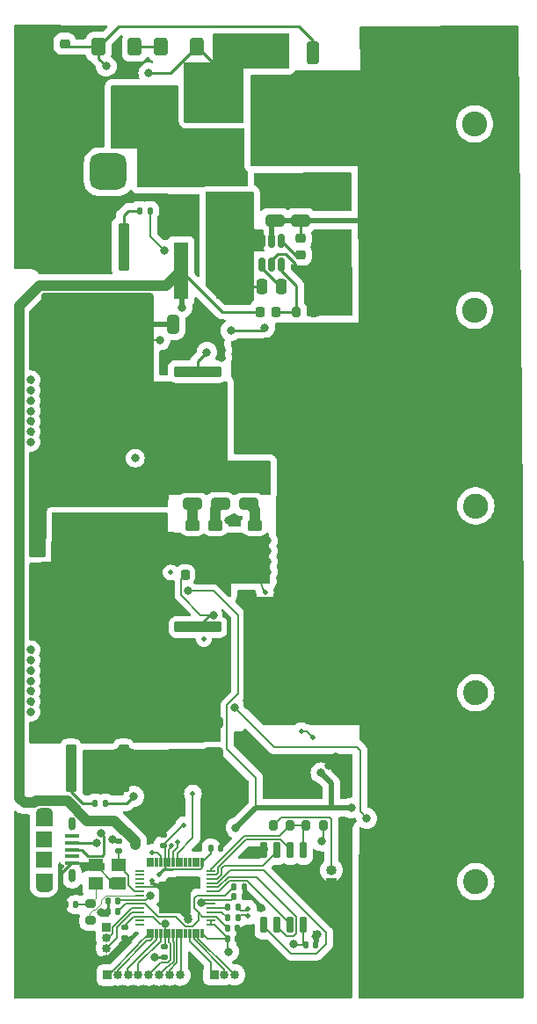
<source format=gtl>
G04 #@! TF.GenerationSoftware,KiCad,Pcbnew,8.0.5*
G04 #@! TF.CreationDate,2024-12-11T09:51:45-08:00*
G04 #@! TF.ProjectId,OpenPEMF_Final,4f70656e-5045-44d4-965f-46696e616c2e,rev?*
G04 #@! TF.SameCoordinates,Original*
G04 #@! TF.FileFunction,Copper,L1,Top*
G04 #@! TF.FilePolarity,Positive*
%FSLAX46Y46*%
G04 Gerber Fmt 4.6, Leading zero omitted, Abs format (unit mm)*
G04 Created by KiCad (PCBNEW 8.0.5) date 2024-12-11 09:51:45*
%MOMM*%
%LPD*%
G01*
G04 APERTURE LIST*
G04 Aperture macros list*
%AMRoundRect*
0 Rectangle with rounded corners*
0 $1 Rounding radius*
0 $2 $3 $4 $5 $6 $7 $8 $9 X,Y pos of 4 corners*
0 Add a 4 corners polygon primitive as box body*
4,1,4,$2,$3,$4,$5,$6,$7,$8,$9,$2,$3,0*
0 Add four circle primitives for the rounded corners*
1,1,$1+$1,$2,$3*
1,1,$1+$1,$4,$5*
1,1,$1+$1,$6,$7*
1,1,$1+$1,$8,$9*
0 Add four rect primitives between the rounded corners*
20,1,$1+$1,$2,$3,$4,$5,0*
20,1,$1+$1,$4,$5,$6,$7,0*
20,1,$1+$1,$6,$7,$8,$9,0*
20,1,$1+$1,$8,$9,$2,$3,0*%
G04 Aperture macros list end*
G04 #@! TA.AperFunction,EtchedComponent*
%ADD10C,0.001000*%
G04 #@! TD*
G04 #@! TA.AperFunction,SMDPad,CuDef*
%ADD11RoundRect,0.140000X0.140000X0.170000X-0.140000X0.170000X-0.140000X-0.170000X0.140000X-0.170000X0*%
G04 #@! TD*
G04 #@! TA.AperFunction,SMDPad,CuDef*
%ADD12RoundRect,0.150000X-0.150000X0.650000X-0.150000X-0.650000X0.150000X-0.650000X0.150000X0.650000X0*%
G04 #@! TD*
G04 #@! TA.AperFunction,ComponentPad*
%ADD13R,2.400000X2.400000*%
G04 #@! TD*
G04 #@! TA.AperFunction,ComponentPad*
%ADD14C,2.400000*%
G04 #@! TD*
G04 #@! TA.AperFunction,SMDPad,CuDef*
%ADD15RoundRect,0.140000X-0.140000X-0.170000X0.140000X-0.170000X0.140000X0.170000X-0.140000X0.170000X0*%
G04 #@! TD*
G04 #@! TA.AperFunction,SMDPad,CuDef*
%ADD16RoundRect,0.250000X0.250000X0.475000X-0.250000X0.475000X-0.250000X-0.475000X0.250000X-0.475000X0*%
G04 #@! TD*
G04 #@! TA.AperFunction,SMDPad,CuDef*
%ADD17RoundRect,0.225000X-0.225000X-0.250000X0.225000X-0.250000X0.225000X0.250000X-0.225000X0.250000X0*%
G04 #@! TD*
G04 #@! TA.AperFunction,SMDPad,CuDef*
%ADD18RoundRect,0.135000X0.135000X0.185000X-0.135000X0.185000X-0.135000X-0.185000X0.135000X-0.185000X0*%
G04 #@! TD*
G04 #@! TA.AperFunction,SMDPad,CuDef*
%ADD19RoundRect,0.225000X-0.250000X0.225000X-0.250000X-0.225000X0.250000X-0.225000X0.250000X0.225000X0*%
G04 #@! TD*
G04 #@! TA.AperFunction,ComponentPad*
%ADD20R,0.850000X0.850000*%
G04 #@! TD*
G04 #@! TA.AperFunction,ComponentPad*
%ADD21O,0.850000X0.850000*%
G04 #@! TD*
G04 #@! TA.AperFunction,SMDPad,CuDef*
%ADD22RoundRect,0.250000X-0.325000X-0.650000X0.325000X-0.650000X0.325000X0.650000X-0.325000X0.650000X0*%
G04 #@! TD*
G04 #@! TA.AperFunction,SMDPad,CuDef*
%ADD23RoundRect,0.250000X0.300000X-2.050000X0.300000X2.050000X-0.300000X2.050000X-0.300000X-2.050000X0*%
G04 #@! TD*
G04 #@! TA.AperFunction,SMDPad,CuDef*
%ADD24RoundRect,0.250000X2.375000X-2.025000X2.375000X2.025000X-2.375000X2.025000X-2.375000X-2.025000X0*%
G04 #@! TD*
G04 #@! TA.AperFunction,SMDPad,CuDef*
%ADD25RoundRect,0.250002X5.149998X-4.449998X5.149998X4.449998X-5.149998X4.449998X-5.149998X-4.449998X0*%
G04 #@! TD*
G04 #@! TA.AperFunction,SMDPad,CuDef*
%ADD26RoundRect,0.140000X-0.170000X0.140000X-0.170000X-0.140000X0.170000X-0.140000X0.170000X0.140000X0*%
G04 #@! TD*
G04 #@! TA.AperFunction,SMDPad,CuDef*
%ADD27RoundRect,0.200000X-0.200000X-0.275000X0.200000X-0.275000X0.200000X0.275000X-0.200000X0.275000X0*%
G04 #@! TD*
G04 #@! TA.AperFunction,SMDPad,CuDef*
%ADD28RoundRect,0.250000X-0.650000X0.325000X-0.650000X-0.325000X0.650000X-0.325000X0.650000X0.325000X0*%
G04 #@! TD*
G04 #@! TA.AperFunction,SMDPad,CuDef*
%ADD29RoundRect,0.250000X0.650000X-0.325000X0.650000X0.325000X-0.650000X0.325000X-0.650000X-0.325000X0*%
G04 #@! TD*
G04 #@! TA.AperFunction,SMDPad,CuDef*
%ADD30RoundRect,0.250000X0.400000X0.600000X-0.400000X0.600000X-0.400000X-0.600000X0.400000X-0.600000X0*%
G04 #@! TD*
G04 #@! TA.AperFunction,SMDPad,CuDef*
%ADD31RoundRect,0.250000X-2.050000X-0.300000X2.050000X-0.300000X2.050000X0.300000X-2.050000X0.300000X0*%
G04 #@! TD*
G04 #@! TA.AperFunction,SMDPad,CuDef*
%ADD32RoundRect,0.250000X-2.025000X-2.375000X2.025000X-2.375000X2.025000X2.375000X-2.025000X2.375000X0*%
G04 #@! TD*
G04 #@! TA.AperFunction,SMDPad,CuDef*
%ADD33RoundRect,0.250002X-4.449998X-5.149998X4.449998X-5.149998X4.449998X5.149998X-4.449998X5.149998X0*%
G04 #@! TD*
G04 #@! TA.AperFunction,SMDPad,CuDef*
%ADD34RoundRect,0.006000X-0.094000X0.414000X-0.094000X-0.414000X0.094000X-0.414000X0.094000X0.414000X0*%
G04 #@! TD*
G04 #@! TA.AperFunction,SMDPad,CuDef*
%ADD35RoundRect,0.020000X-0.400000X0.080000X-0.400000X-0.080000X0.400000X-0.080000X0.400000X0.080000X0*%
G04 #@! TD*
G04 #@! TA.AperFunction,SMDPad,CuDef*
%ADD36R,3.100000X3.100000*%
G04 #@! TD*
G04 #@! TA.AperFunction,SMDPad,CuDef*
%ADD37R,1.430000X5.500000*%
G04 #@! TD*
G04 #@! TA.AperFunction,SMDPad,CuDef*
%ADD38RoundRect,0.200000X0.275000X-0.200000X0.275000X0.200000X-0.275000X0.200000X-0.275000X-0.200000X0*%
G04 #@! TD*
G04 #@! TA.AperFunction,ComponentPad*
%ADD39R,1.000000X1.000000*%
G04 #@! TD*
G04 #@! TA.AperFunction,ComponentPad*
%ADD40O,1.000000X1.000000*%
G04 #@! TD*
G04 #@! TA.AperFunction,SMDPad,CuDef*
%ADD41R,1.350000X0.400000*%
G04 #@! TD*
G04 #@! TA.AperFunction,ComponentPad*
%ADD42O,0.650000X1.300000*%
G04 #@! TD*
G04 #@! TA.AperFunction,ComponentPad*
%ADD43O,1.550000X0.775000*%
G04 #@! TD*
G04 #@! TA.AperFunction,SMDPad,CuDef*
%ADD44R,1.550000X1.500000*%
G04 #@! TD*
G04 #@! TA.AperFunction,SMDPad,CuDef*
%ADD45RoundRect,0.135000X-0.135000X-0.185000X0.135000X-0.185000X0.135000X0.185000X-0.135000X0.185000X0*%
G04 #@! TD*
G04 #@! TA.AperFunction,SMDPad,CuDef*
%ADD46RoundRect,0.250000X-0.300000X2.050000X-0.300000X-2.050000X0.300000X-2.050000X0.300000X2.050000X0*%
G04 #@! TD*
G04 #@! TA.AperFunction,SMDPad,CuDef*
%ADD47RoundRect,0.250000X-2.375000X2.025000X-2.375000X-2.025000X2.375000X-2.025000X2.375000X2.025000X0*%
G04 #@! TD*
G04 #@! TA.AperFunction,SMDPad,CuDef*
%ADD48RoundRect,0.250002X-5.149998X4.449998X-5.149998X-4.449998X5.149998X-4.449998X5.149998X4.449998X0*%
G04 #@! TD*
G04 #@! TA.AperFunction,SMDPad,CuDef*
%ADD49RoundRect,0.250000X-0.450000X0.262500X-0.450000X-0.262500X0.450000X-0.262500X0.450000X0.262500X0*%
G04 #@! TD*
G04 #@! TA.AperFunction,ComponentPad*
%ADD50R,3.500000X3.500000*%
G04 #@! TD*
G04 #@! TA.AperFunction,ComponentPad*
%ADD51RoundRect,0.750000X-0.750000X-1.000000X0.750000X-1.000000X0.750000X1.000000X-0.750000X1.000000X0*%
G04 #@! TD*
G04 #@! TA.AperFunction,ComponentPad*
%ADD52RoundRect,0.875000X-0.875000X-0.875000X0.875000X-0.875000X0.875000X0.875000X-0.875000X0.875000X0*%
G04 #@! TD*
G04 #@! TA.AperFunction,SMDPad,CuDef*
%ADD53RoundRect,0.140000X0.170000X-0.140000X0.170000X0.140000X-0.170000X0.140000X-0.170000X-0.140000X0*%
G04 #@! TD*
G04 #@! TA.AperFunction,SMDPad,CuDef*
%ADD54R,1.400000X1.200000*%
G04 #@! TD*
G04 #@! TA.AperFunction,SMDPad,CuDef*
%ADD55RoundRect,0.250000X-0.350000X0.850000X-0.350000X-0.850000X0.350000X-0.850000X0.350000X0.850000X0*%
G04 #@! TD*
G04 #@! TA.AperFunction,SMDPad,CuDef*
%ADD56RoundRect,0.250000X-1.125000X1.275000X-1.125000X-1.275000X1.125000X-1.275000X1.125000X1.275000X0*%
G04 #@! TD*
G04 #@! TA.AperFunction,SMDPad,CuDef*
%ADD57RoundRect,0.249997X-2.650003X2.950003X-2.650003X-2.950003X2.650003X-2.950003X2.650003X2.950003X0*%
G04 #@! TD*
G04 #@! TA.AperFunction,SMDPad,CuDef*
%ADD58RoundRect,0.150000X0.150000X-0.512500X0.150000X0.512500X-0.150000X0.512500X-0.150000X-0.512500X0*%
G04 #@! TD*
G04 #@! TA.AperFunction,ComponentPad*
%ADD59R,2.600000X2.600000*%
G04 #@! TD*
G04 #@! TA.AperFunction,ComponentPad*
%ADD60C,2.600000*%
G04 #@! TD*
G04 #@! TA.AperFunction,SMDPad,CuDef*
%ADD61RoundRect,0.250000X1.000000X0.650000X-1.000000X0.650000X-1.000000X-0.650000X1.000000X-0.650000X0*%
G04 #@! TD*
G04 #@! TA.AperFunction,SMDPad,CuDef*
%ADD62R,3.810000X4.240000*%
G04 #@! TD*
G04 #@! TA.AperFunction,ViaPad*
%ADD63C,0.800000*%
G04 #@! TD*
G04 #@! TA.AperFunction,ViaPad*
%ADD64C,0.500000*%
G04 #@! TD*
G04 #@! TA.AperFunction,Conductor*
%ADD65C,1.000000*%
G04 #@! TD*
G04 #@! TA.AperFunction,Conductor*
%ADD66C,0.500000*%
G04 #@! TD*
G04 #@! TA.AperFunction,Conductor*
%ADD67C,0.250000*%
G04 #@! TD*
G04 #@! TA.AperFunction,Conductor*
%ADD68C,0.200000*%
G04 #@! TD*
G04 #@! TA.AperFunction,Conductor*
%ADD69C,0.130000*%
G04 #@! TD*
G04 #@! TA.AperFunction,Conductor*
%ADD70C,0.203200*%
G04 #@! TD*
G04 #@! TA.AperFunction,Conductor*
%ADD71C,0.100000*%
G04 #@! TD*
G04 APERTURE END LIST*
D10*
X106278700Y-134998400D02*
X106078700Y-134998400D01*
X106078700Y-134986400D01*
X106077700Y-134973400D01*
X106075700Y-134960400D01*
X106073700Y-134947400D01*
X106070700Y-134934400D01*
X106066700Y-134922400D01*
X106061700Y-134910400D01*
X106056700Y-134898400D01*
X106051700Y-134886400D01*
X106045700Y-134874400D01*
X106038700Y-134863400D01*
X106030700Y-134853400D01*
X106023700Y-134842400D01*
X106014700Y-134832400D01*
X106005700Y-134823400D01*
X105996700Y-134814400D01*
X105986700Y-134805400D01*
X105975700Y-134798400D01*
X105965700Y-134790400D01*
X105954700Y-134783400D01*
X105942700Y-134777400D01*
X105930700Y-134772400D01*
X105918700Y-134767400D01*
X105906700Y-134762400D01*
X105894700Y-134758400D01*
X105881700Y-134755400D01*
X105868700Y-134753400D01*
X105855700Y-134751400D01*
X105842700Y-134750400D01*
X105828700Y-134750400D01*
X105818700Y-134750400D01*
X105188700Y-134750400D01*
X105178700Y-134750400D01*
X105165700Y-134750400D01*
X105152700Y-134751400D01*
X105139700Y-134753400D01*
X105126700Y-134755400D01*
X105113700Y-134759400D01*
X105101700Y-134762400D01*
X105088700Y-134767400D01*
X105076700Y-134772400D01*
X105065700Y-134777400D01*
X105053700Y-134783400D01*
X105042700Y-134790400D01*
X105031700Y-134798400D01*
X105021700Y-134806400D01*
X105011700Y-134814400D01*
X105001700Y-134823400D01*
X104992700Y-134833400D01*
X104984700Y-134843400D01*
X104976700Y-134853400D01*
X104968700Y-134864400D01*
X104961700Y-134875400D01*
X104955700Y-134887400D01*
X104950700Y-134898400D01*
X104945700Y-134910400D01*
X104940700Y-134923400D01*
X104937700Y-134935400D01*
X104933700Y-134948400D01*
X104931700Y-134961400D01*
X104929700Y-134974400D01*
X104928700Y-134987400D01*
X104928700Y-135000400D01*
X104928700Y-135013400D01*
X104929700Y-135026400D01*
X104931700Y-135039400D01*
X104933700Y-135052400D01*
X104937700Y-135065400D01*
X104940700Y-135077400D01*
X104945700Y-135090400D01*
X104950700Y-135102400D01*
X104955700Y-135113400D01*
X104961700Y-135125400D01*
X104968700Y-135136400D01*
X104976700Y-135147400D01*
X104984700Y-135157400D01*
X104992700Y-135167400D01*
X105001700Y-135177400D01*
X105011700Y-135186400D01*
X105021700Y-135194400D01*
X105031700Y-135202400D01*
X105042700Y-135210400D01*
X105053700Y-135217400D01*
X105065700Y-135223400D01*
X105076700Y-135228400D01*
X105088700Y-135233400D01*
X105101700Y-135238400D01*
X105113700Y-135241400D01*
X105126700Y-135245400D01*
X105139700Y-135247400D01*
X105152700Y-135249400D01*
X105165700Y-135250400D01*
X105178700Y-135250400D01*
X105828700Y-135250400D01*
X105842700Y-135250400D01*
X105855700Y-135249400D01*
X105868700Y-135247400D01*
X105881700Y-135245400D01*
X105894700Y-135242400D01*
X105906700Y-135238400D01*
X105918700Y-135233400D01*
X105930700Y-135228400D01*
X105942700Y-135223400D01*
X105954700Y-135217400D01*
X105965700Y-135210400D01*
X105975700Y-135202400D01*
X105986700Y-135195400D01*
X105996700Y-135186400D01*
X106005700Y-135177400D01*
X106014700Y-135168400D01*
X106023700Y-135158400D01*
X106030700Y-135147400D01*
X106038700Y-135137400D01*
X106045700Y-135126400D01*
X106051700Y-135114400D01*
X106056700Y-135102400D01*
X106061700Y-135090400D01*
X106066700Y-135078400D01*
X106070700Y-135066400D01*
X106073700Y-135053400D01*
X106075700Y-135040400D01*
X106077700Y-135027400D01*
X106078700Y-135014400D01*
X106078700Y-135002400D01*
X106278700Y-135002400D01*
X106277700Y-135027400D01*
X106275700Y-135053400D01*
X106272700Y-135079400D01*
X106267700Y-135105400D01*
X106261700Y-135130400D01*
X106254700Y-135155400D01*
X106245700Y-135180400D01*
X106235700Y-135204400D01*
X106224700Y-135228400D01*
X106211700Y-135251400D01*
X106198700Y-135273400D01*
X106183700Y-135294400D01*
X106167700Y-135315400D01*
X106150700Y-135335400D01*
X106132700Y-135354400D01*
X106113700Y-135372400D01*
X106093700Y-135389400D01*
X106072700Y-135405400D01*
X106051700Y-135420400D01*
X106029700Y-135433400D01*
X106006700Y-135446400D01*
X105982700Y-135457400D01*
X105958700Y-135467400D01*
X105933700Y-135476400D01*
X105908700Y-135483400D01*
X105883700Y-135489400D01*
X105857700Y-135494400D01*
X105831700Y-135497400D01*
X105805700Y-135499400D01*
X105778700Y-135500400D01*
X105228700Y-135500400D01*
X105202700Y-135499400D01*
X105176700Y-135497400D01*
X105150700Y-135494400D01*
X105124700Y-135489400D01*
X105099700Y-135483400D01*
X105073700Y-135476400D01*
X105049700Y-135467400D01*
X105025700Y-135457400D01*
X105001700Y-135446400D01*
X104978700Y-135433400D01*
X104956700Y-135419400D01*
X104934700Y-135405400D01*
X104913700Y-135389400D01*
X104893700Y-135372400D01*
X104874700Y-135354400D01*
X104856700Y-135335400D01*
X104839700Y-135315400D01*
X104823700Y-135294400D01*
X104809700Y-135272400D01*
X104795700Y-135250400D01*
X104782700Y-135227400D01*
X104771700Y-135203400D01*
X104761700Y-135179400D01*
X104752700Y-135155400D01*
X104745700Y-135129400D01*
X104739700Y-135104400D01*
X104734700Y-135078400D01*
X104731700Y-135052400D01*
X104729700Y-135026400D01*
X104728700Y-135000400D01*
X104728700Y-133805400D01*
X104723700Y-133805400D01*
X104723700Y-133800400D01*
X106278700Y-133800400D01*
X106278700Y-134998400D01*
G04 #@! TA.AperFunction,EtchedComponent*
G36*
X106278700Y-134998400D02*
G01*
X106078700Y-134998400D01*
X106078700Y-134986400D01*
X106077700Y-134973400D01*
X106075700Y-134960400D01*
X106073700Y-134947400D01*
X106070700Y-134934400D01*
X106066700Y-134922400D01*
X106061700Y-134910400D01*
X106056700Y-134898400D01*
X106051700Y-134886400D01*
X106045700Y-134874400D01*
X106038700Y-134863400D01*
X106030700Y-134853400D01*
X106023700Y-134842400D01*
X106014700Y-134832400D01*
X106005700Y-134823400D01*
X105996700Y-134814400D01*
X105986700Y-134805400D01*
X105975700Y-134798400D01*
X105965700Y-134790400D01*
X105954700Y-134783400D01*
X105942700Y-134777400D01*
X105930700Y-134772400D01*
X105918700Y-134767400D01*
X105906700Y-134762400D01*
X105894700Y-134758400D01*
X105881700Y-134755400D01*
X105868700Y-134753400D01*
X105855700Y-134751400D01*
X105842700Y-134750400D01*
X105828700Y-134750400D01*
X105818700Y-134750400D01*
X105188700Y-134750400D01*
X105178700Y-134750400D01*
X105165700Y-134750400D01*
X105152700Y-134751400D01*
X105139700Y-134753400D01*
X105126700Y-134755400D01*
X105113700Y-134759400D01*
X105101700Y-134762400D01*
X105088700Y-134767400D01*
X105076700Y-134772400D01*
X105065700Y-134777400D01*
X105053700Y-134783400D01*
X105042700Y-134790400D01*
X105031700Y-134798400D01*
X105021700Y-134806400D01*
X105011700Y-134814400D01*
X105001700Y-134823400D01*
X104992700Y-134833400D01*
X104984700Y-134843400D01*
X104976700Y-134853400D01*
X104968700Y-134864400D01*
X104961700Y-134875400D01*
X104955700Y-134887400D01*
X104950700Y-134898400D01*
X104945700Y-134910400D01*
X104940700Y-134923400D01*
X104937700Y-134935400D01*
X104933700Y-134948400D01*
X104931700Y-134961400D01*
X104929700Y-134974400D01*
X104928700Y-134987400D01*
X104928700Y-135000400D01*
X104928700Y-135013400D01*
X104929700Y-135026400D01*
X104931700Y-135039400D01*
X104933700Y-135052400D01*
X104937700Y-135065400D01*
X104940700Y-135077400D01*
X104945700Y-135090400D01*
X104950700Y-135102400D01*
X104955700Y-135113400D01*
X104961700Y-135125400D01*
X104968700Y-135136400D01*
X104976700Y-135147400D01*
X104984700Y-135157400D01*
X104992700Y-135167400D01*
X105001700Y-135177400D01*
X105011700Y-135186400D01*
X105021700Y-135194400D01*
X105031700Y-135202400D01*
X105042700Y-135210400D01*
X105053700Y-135217400D01*
X105065700Y-135223400D01*
X105076700Y-135228400D01*
X105088700Y-135233400D01*
X105101700Y-135238400D01*
X105113700Y-135241400D01*
X105126700Y-135245400D01*
X105139700Y-135247400D01*
X105152700Y-135249400D01*
X105165700Y-135250400D01*
X105178700Y-135250400D01*
X105828700Y-135250400D01*
X105842700Y-135250400D01*
X105855700Y-135249400D01*
X105868700Y-135247400D01*
X105881700Y-135245400D01*
X105894700Y-135242400D01*
X105906700Y-135238400D01*
X105918700Y-135233400D01*
X105930700Y-135228400D01*
X105942700Y-135223400D01*
X105954700Y-135217400D01*
X105965700Y-135210400D01*
X105975700Y-135202400D01*
X105986700Y-135195400D01*
X105996700Y-135186400D01*
X106005700Y-135177400D01*
X106014700Y-135168400D01*
X106023700Y-135158400D01*
X106030700Y-135147400D01*
X106038700Y-135137400D01*
X106045700Y-135126400D01*
X106051700Y-135114400D01*
X106056700Y-135102400D01*
X106061700Y-135090400D01*
X106066700Y-135078400D01*
X106070700Y-135066400D01*
X106073700Y-135053400D01*
X106075700Y-135040400D01*
X106077700Y-135027400D01*
X106078700Y-135014400D01*
X106078700Y-135002400D01*
X106278700Y-135002400D01*
X106277700Y-135027400D01*
X106275700Y-135053400D01*
X106272700Y-135079400D01*
X106267700Y-135105400D01*
X106261700Y-135130400D01*
X106254700Y-135155400D01*
X106245700Y-135180400D01*
X106235700Y-135204400D01*
X106224700Y-135228400D01*
X106211700Y-135251400D01*
X106198700Y-135273400D01*
X106183700Y-135294400D01*
X106167700Y-135315400D01*
X106150700Y-135335400D01*
X106132700Y-135354400D01*
X106113700Y-135372400D01*
X106093700Y-135389400D01*
X106072700Y-135405400D01*
X106051700Y-135420400D01*
X106029700Y-135433400D01*
X106006700Y-135446400D01*
X105982700Y-135457400D01*
X105958700Y-135467400D01*
X105933700Y-135476400D01*
X105908700Y-135483400D01*
X105883700Y-135489400D01*
X105857700Y-135494400D01*
X105831700Y-135497400D01*
X105805700Y-135499400D01*
X105778700Y-135500400D01*
X105228700Y-135500400D01*
X105202700Y-135499400D01*
X105176700Y-135497400D01*
X105150700Y-135494400D01*
X105124700Y-135489400D01*
X105099700Y-135483400D01*
X105073700Y-135476400D01*
X105049700Y-135467400D01*
X105025700Y-135457400D01*
X105001700Y-135446400D01*
X104978700Y-135433400D01*
X104956700Y-135419400D01*
X104934700Y-135405400D01*
X104913700Y-135389400D01*
X104893700Y-135372400D01*
X104874700Y-135354400D01*
X104856700Y-135335400D01*
X104839700Y-135315400D01*
X104823700Y-135294400D01*
X104809700Y-135272400D01*
X104795700Y-135250400D01*
X104782700Y-135227400D01*
X104771700Y-135203400D01*
X104761700Y-135179400D01*
X104752700Y-135155400D01*
X104745700Y-135129400D01*
X104739700Y-135104400D01*
X104734700Y-135078400D01*
X104731700Y-135052400D01*
X104729700Y-135026400D01*
X104728700Y-135000400D01*
X104728700Y-133805400D01*
X104723700Y-133805400D01*
X104723700Y-133800400D01*
X106278700Y-133800400D01*
X106278700Y-134998400D01*
G37*
G04 #@! TD.AperFunction*
X105804700Y-127501400D02*
X105830700Y-127503400D01*
X105856700Y-127506400D01*
X105882700Y-127511400D01*
X105907700Y-127517400D01*
X105933700Y-127524400D01*
X105957700Y-127533400D01*
X105981700Y-127543400D01*
X106005700Y-127554400D01*
X106028700Y-127567400D01*
X106050700Y-127581400D01*
X106072700Y-127595400D01*
X106093700Y-127611400D01*
X106113700Y-127628400D01*
X106132700Y-127646400D01*
X106150700Y-127665400D01*
X106167700Y-127685400D01*
X106183700Y-127706400D01*
X106197700Y-127728400D01*
X106211700Y-127750400D01*
X106224700Y-127773400D01*
X106235700Y-127797400D01*
X106245700Y-127821400D01*
X106254700Y-127845400D01*
X106261700Y-127871400D01*
X106267700Y-127896400D01*
X106272700Y-127922400D01*
X106275700Y-127948400D01*
X106277700Y-127974400D01*
X106278700Y-128000400D01*
X106278700Y-129195400D01*
X106283700Y-129195400D01*
X106283700Y-129200400D01*
X104728700Y-129200400D01*
X104728700Y-128002400D01*
X104928700Y-128002400D01*
X104928700Y-128014400D01*
X104929700Y-128027400D01*
X104931700Y-128040400D01*
X104933700Y-128053400D01*
X104936700Y-128066400D01*
X104940700Y-128078400D01*
X104945700Y-128090400D01*
X104950700Y-128102400D01*
X104955700Y-128114400D01*
X104961700Y-128126400D01*
X104968700Y-128137400D01*
X104976700Y-128147400D01*
X104983700Y-128158400D01*
X104992700Y-128168400D01*
X105001700Y-128177400D01*
X105010700Y-128186400D01*
X105020700Y-128195400D01*
X105031700Y-128202400D01*
X105041700Y-128210400D01*
X105052700Y-128217400D01*
X105064700Y-128223400D01*
X105076700Y-128228400D01*
X105088700Y-128233400D01*
X105100700Y-128238400D01*
X105112700Y-128242400D01*
X105125700Y-128245400D01*
X105138700Y-128247400D01*
X105151700Y-128249400D01*
X105164700Y-128250400D01*
X105178700Y-128250400D01*
X105188700Y-128250400D01*
X105818700Y-128250400D01*
X105828700Y-128250400D01*
X105841700Y-128250400D01*
X105854700Y-128249400D01*
X105867700Y-128247400D01*
X105880700Y-128245400D01*
X105893700Y-128241400D01*
X105905700Y-128238400D01*
X105918700Y-128233400D01*
X105930700Y-128228400D01*
X105941700Y-128223400D01*
X105953700Y-128217400D01*
X105964700Y-128210400D01*
X105975700Y-128202400D01*
X105985700Y-128194400D01*
X105995700Y-128186400D01*
X106005700Y-128177400D01*
X106014700Y-128167400D01*
X106022700Y-128157400D01*
X106030700Y-128147400D01*
X106038700Y-128136400D01*
X106045700Y-128125400D01*
X106051700Y-128113400D01*
X106056700Y-128102400D01*
X106061700Y-128090400D01*
X106066700Y-128077400D01*
X106069700Y-128065400D01*
X106073700Y-128052400D01*
X106075700Y-128039400D01*
X106077700Y-128026400D01*
X106078700Y-128013400D01*
X106078700Y-128000400D01*
X106078700Y-127987400D01*
X106077700Y-127974400D01*
X106075700Y-127961400D01*
X106073700Y-127948400D01*
X106069700Y-127935400D01*
X106066700Y-127923400D01*
X106061700Y-127910400D01*
X106056700Y-127898400D01*
X106051700Y-127887400D01*
X106045700Y-127875400D01*
X106038700Y-127864400D01*
X106030700Y-127853400D01*
X106022700Y-127843400D01*
X106014700Y-127833400D01*
X106005700Y-127823400D01*
X105995700Y-127814400D01*
X105985700Y-127806400D01*
X105975700Y-127798400D01*
X105964700Y-127790400D01*
X105953700Y-127783400D01*
X105941700Y-127777400D01*
X105930700Y-127772400D01*
X105918700Y-127767400D01*
X105905700Y-127762400D01*
X105893700Y-127759400D01*
X105880700Y-127755400D01*
X105867700Y-127753400D01*
X105854700Y-127751400D01*
X105841700Y-127750400D01*
X105828700Y-127750400D01*
X105178700Y-127750400D01*
X105164700Y-127750400D01*
X105151700Y-127751400D01*
X105138700Y-127753400D01*
X105125700Y-127755400D01*
X105112700Y-127758400D01*
X105100700Y-127762400D01*
X105088700Y-127767400D01*
X105076700Y-127772400D01*
X105064700Y-127777400D01*
X105052700Y-127783400D01*
X105041700Y-127790400D01*
X105031700Y-127798400D01*
X105020700Y-127805400D01*
X105010700Y-127814400D01*
X105001700Y-127823400D01*
X104992700Y-127832400D01*
X104983700Y-127842400D01*
X104976700Y-127853400D01*
X104968700Y-127863400D01*
X104961700Y-127874400D01*
X104955700Y-127886400D01*
X104950700Y-127898400D01*
X104945700Y-127910400D01*
X104940700Y-127922400D01*
X104936700Y-127934400D01*
X104933700Y-127947400D01*
X104931700Y-127960400D01*
X104929700Y-127973400D01*
X104928700Y-127986400D01*
X104928700Y-127998400D01*
X104728700Y-127998400D01*
X104729700Y-127973400D01*
X104731700Y-127947400D01*
X104734700Y-127921400D01*
X104739700Y-127895400D01*
X104745700Y-127870400D01*
X104752700Y-127845400D01*
X104761700Y-127820400D01*
X104771700Y-127796400D01*
X104782700Y-127772400D01*
X104795700Y-127749400D01*
X104808700Y-127727400D01*
X104823700Y-127706400D01*
X104839700Y-127685400D01*
X104856700Y-127665400D01*
X104874700Y-127646400D01*
X104893700Y-127628400D01*
X104913700Y-127611400D01*
X104934700Y-127595400D01*
X104955700Y-127580400D01*
X104977700Y-127567400D01*
X105000700Y-127554400D01*
X105024700Y-127543400D01*
X105048700Y-127533400D01*
X105073700Y-127524400D01*
X105098700Y-127517400D01*
X105123700Y-127511400D01*
X105149700Y-127506400D01*
X105175700Y-127503400D01*
X105201700Y-127501400D01*
X105228700Y-127500400D01*
X105778700Y-127500400D01*
X105804700Y-127501400D01*
G04 #@! TA.AperFunction,EtchedComponent*
G36*
X105804700Y-127501400D02*
G01*
X105830700Y-127503400D01*
X105856700Y-127506400D01*
X105882700Y-127511400D01*
X105907700Y-127517400D01*
X105933700Y-127524400D01*
X105957700Y-127533400D01*
X105981700Y-127543400D01*
X106005700Y-127554400D01*
X106028700Y-127567400D01*
X106050700Y-127581400D01*
X106072700Y-127595400D01*
X106093700Y-127611400D01*
X106113700Y-127628400D01*
X106132700Y-127646400D01*
X106150700Y-127665400D01*
X106167700Y-127685400D01*
X106183700Y-127706400D01*
X106197700Y-127728400D01*
X106211700Y-127750400D01*
X106224700Y-127773400D01*
X106235700Y-127797400D01*
X106245700Y-127821400D01*
X106254700Y-127845400D01*
X106261700Y-127871400D01*
X106267700Y-127896400D01*
X106272700Y-127922400D01*
X106275700Y-127948400D01*
X106277700Y-127974400D01*
X106278700Y-128000400D01*
X106278700Y-129195400D01*
X106283700Y-129195400D01*
X106283700Y-129200400D01*
X104728700Y-129200400D01*
X104728700Y-128002400D01*
X104928700Y-128002400D01*
X104928700Y-128014400D01*
X104929700Y-128027400D01*
X104931700Y-128040400D01*
X104933700Y-128053400D01*
X104936700Y-128066400D01*
X104940700Y-128078400D01*
X104945700Y-128090400D01*
X104950700Y-128102400D01*
X104955700Y-128114400D01*
X104961700Y-128126400D01*
X104968700Y-128137400D01*
X104976700Y-128147400D01*
X104983700Y-128158400D01*
X104992700Y-128168400D01*
X105001700Y-128177400D01*
X105010700Y-128186400D01*
X105020700Y-128195400D01*
X105031700Y-128202400D01*
X105041700Y-128210400D01*
X105052700Y-128217400D01*
X105064700Y-128223400D01*
X105076700Y-128228400D01*
X105088700Y-128233400D01*
X105100700Y-128238400D01*
X105112700Y-128242400D01*
X105125700Y-128245400D01*
X105138700Y-128247400D01*
X105151700Y-128249400D01*
X105164700Y-128250400D01*
X105178700Y-128250400D01*
X105188700Y-128250400D01*
X105818700Y-128250400D01*
X105828700Y-128250400D01*
X105841700Y-128250400D01*
X105854700Y-128249400D01*
X105867700Y-128247400D01*
X105880700Y-128245400D01*
X105893700Y-128241400D01*
X105905700Y-128238400D01*
X105918700Y-128233400D01*
X105930700Y-128228400D01*
X105941700Y-128223400D01*
X105953700Y-128217400D01*
X105964700Y-128210400D01*
X105975700Y-128202400D01*
X105985700Y-128194400D01*
X105995700Y-128186400D01*
X106005700Y-128177400D01*
X106014700Y-128167400D01*
X106022700Y-128157400D01*
X106030700Y-128147400D01*
X106038700Y-128136400D01*
X106045700Y-128125400D01*
X106051700Y-128113400D01*
X106056700Y-128102400D01*
X106061700Y-128090400D01*
X106066700Y-128077400D01*
X106069700Y-128065400D01*
X106073700Y-128052400D01*
X106075700Y-128039400D01*
X106077700Y-128026400D01*
X106078700Y-128013400D01*
X106078700Y-128000400D01*
X106078700Y-127987400D01*
X106077700Y-127974400D01*
X106075700Y-127961400D01*
X106073700Y-127948400D01*
X106069700Y-127935400D01*
X106066700Y-127923400D01*
X106061700Y-127910400D01*
X106056700Y-127898400D01*
X106051700Y-127887400D01*
X106045700Y-127875400D01*
X106038700Y-127864400D01*
X106030700Y-127853400D01*
X106022700Y-127843400D01*
X106014700Y-127833400D01*
X106005700Y-127823400D01*
X105995700Y-127814400D01*
X105985700Y-127806400D01*
X105975700Y-127798400D01*
X105964700Y-127790400D01*
X105953700Y-127783400D01*
X105941700Y-127777400D01*
X105930700Y-127772400D01*
X105918700Y-127767400D01*
X105905700Y-127762400D01*
X105893700Y-127759400D01*
X105880700Y-127755400D01*
X105867700Y-127753400D01*
X105854700Y-127751400D01*
X105841700Y-127750400D01*
X105828700Y-127750400D01*
X105178700Y-127750400D01*
X105164700Y-127750400D01*
X105151700Y-127751400D01*
X105138700Y-127753400D01*
X105125700Y-127755400D01*
X105112700Y-127758400D01*
X105100700Y-127762400D01*
X105088700Y-127767400D01*
X105076700Y-127772400D01*
X105064700Y-127777400D01*
X105052700Y-127783400D01*
X105041700Y-127790400D01*
X105031700Y-127798400D01*
X105020700Y-127805400D01*
X105010700Y-127814400D01*
X105001700Y-127823400D01*
X104992700Y-127832400D01*
X104983700Y-127842400D01*
X104976700Y-127853400D01*
X104968700Y-127863400D01*
X104961700Y-127874400D01*
X104955700Y-127886400D01*
X104950700Y-127898400D01*
X104945700Y-127910400D01*
X104940700Y-127922400D01*
X104936700Y-127934400D01*
X104933700Y-127947400D01*
X104931700Y-127960400D01*
X104929700Y-127973400D01*
X104928700Y-127986400D01*
X104928700Y-127998400D01*
X104728700Y-127998400D01*
X104729700Y-127973400D01*
X104731700Y-127947400D01*
X104734700Y-127921400D01*
X104739700Y-127895400D01*
X104745700Y-127870400D01*
X104752700Y-127845400D01*
X104761700Y-127820400D01*
X104771700Y-127796400D01*
X104782700Y-127772400D01*
X104795700Y-127749400D01*
X104808700Y-127727400D01*
X104823700Y-127706400D01*
X104839700Y-127685400D01*
X104856700Y-127665400D01*
X104874700Y-127646400D01*
X104893700Y-127628400D01*
X104913700Y-127611400D01*
X104934700Y-127595400D01*
X104955700Y-127580400D01*
X104977700Y-127567400D01*
X105000700Y-127554400D01*
X105024700Y-127543400D01*
X105048700Y-127533400D01*
X105073700Y-127524400D01*
X105098700Y-127517400D01*
X105123700Y-127511400D01*
X105149700Y-127506400D01*
X105175700Y-127503400D01*
X105201700Y-127501400D01*
X105228700Y-127500400D01*
X105778700Y-127500400D01*
X105804700Y-127501400D01*
G37*
G04 #@! TD.AperFunction*
D11*
X124765000Y-136065000D03*
X123805000Y-136065000D03*
D12*
X130490000Y-131565000D03*
X129220000Y-131565000D03*
X127950000Y-131565000D03*
X126680000Y-131565000D03*
X126680000Y-138765000D03*
X127950000Y-138765000D03*
X129220000Y-138765000D03*
X130490000Y-138765000D03*
D13*
X139487246Y-79550000D03*
D14*
X146987246Y-79550000D03*
D15*
X111655000Y-137465000D03*
X112615000Y-137465000D03*
D16*
X128400000Y-77300000D03*
X126500000Y-77300000D03*
D17*
X126325000Y-79700000D03*
X127875000Y-79700000D03*
D18*
X111460000Y-127050000D03*
X110440000Y-127050000D03*
D19*
X107500000Y-53882500D03*
X107500000Y-55432500D03*
D18*
X124195000Y-138065000D03*
X123175000Y-138065000D03*
D20*
X121885000Y-143565000D03*
D21*
X122885000Y-143565000D03*
X123885000Y-143565000D03*
D22*
X117925000Y-80900000D03*
X120875000Y-80900000D03*
D18*
X124195000Y-137065000D03*
X123175000Y-137065000D03*
D20*
X111600000Y-143600000D03*
D21*
X112600000Y-143600000D03*
X113600000Y-143600000D03*
X114600000Y-143600000D03*
X115600000Y-143600000D03*
X116600000Y-143600000D03*
X117600000Y-143600000D03*
X118600000Y-143600000D03*
D23*
X108085000Y-123625000D03*
D24*
X107850000Y-116900000D03*
X113400000Y-116900000D03*
D25*
X110625000Y-114475000D03*
D24*
X107850000Y-112050000D03*
X113400000Y-112050000D03*
D23*
X113165000Y-123625000D03*
D26*
X117085000Y-140865000D03*
X117085000Y-141825000D03*
D27*
X130760000Y-129165000D03*
X132410000Y-129165000D03*
D28*
X122500000Y-95225000D03*
X122500000Y-98175000D03*
D29*
X130250000Y-70875000D03*
X130250000Y-67925000D03*
D20*
X111500000Y-139000000D03*
D21*
X111500000Y-140000000D03*
X111500000Y-141000000D03*
X111500000Y-142000000D03*
D30*
X114250000Y-54157500D03*
X110750000Y-54157500D03*
D19*
X130250000Y-72650000D03*
X130250000Y-74200000D03*
D30*
X120250000Y-54157500D03*
X116750000Y-54157500D03*
D11*
X122545000Y-131365000D03*
X121585000Y-131365000D03*
D13*
X139587246Y-116400000D03*
D14*
X147087246Y-116400000D03*
D31*
X120350000Y-110060000D03*
D32*
X127075000Y-109825000D03*
X127075000Y-115375000D03*
D33*
X129500000Y-112600000D03*
D32*
X131925000Y-109825000D03*
X131925000Y-115375000D03*
D31*
X120350000Y-115140000D03*
D28*
X121800000Y-119275000D03*
X121800000Y-122225000D03*
D11*
X131665000Y-140715000D03*
X130705000Y-140715000D03*
D28*
X119850000Y-95250000D03*
X119850000Y-98200000D03*
X125200000Y-95250000D03*
X125200000Y-98200000D03*
D11*
X124165000Y-139065000D03*
X123205000Y-139065000D03*
D34*
X120745000Y-132695000D03*
X120345000Y-132695000D03*
X119945000Y-132695000D03*
X119545000Y-132695000D03*
X119145000Y-132695000D03*
X118745000Y-132695000D03*
X118345000Y-132695000D03*
X117945000Y-132695000D03*
X117545000Y-132695000D03*
X117145000Y-132695000D03*
X116745000Y-132695000D03*
X116345000Y-132695000D03*
X115945000Y-132695000D03*
X115545000Y-132695000D03*
D35*
X114710000Y-133530000D03*
X114710000Y-133930000D03*
X114710000Y-134330000D03*
X114710000Y-134730000D03*
X114710000Y-135130000D03*
X114710000Y-135530000D03*
X114710000Y-135930000D03*
X114710000Y-136330000D03*
X114710000Y-136730000D03*
X114710000Y-137130000D03*
X114710000Y-137530000D03*
X114710000Y-137930000D03*
X114710000Y-138330000D03*
X114710000Y-138730000D03*
D34*
X115545000Y-139565000D03*
X115945000Y-139565000D03*
X116345000Y-139565000D03*
X116745000Y-139565000D03*
X117145000Y-139565000D03*
X117545000Y-139565000D03*
X117945000Y-139565000D03*
X118345000Y-139565000D03*
X118745000Y-139565000D03*
X119145000Y-139565000D03*
X119545000Y-139565000D03*
X119945000Y-139565000D03*
X120345000Y-139565000D03*
X120745000Y-139565000D03*
D35*
X121580000Y-138730000D03*
X121580000Y-138330000D03*
X121580000Y-137930000D03*
X121580000Y-137530000D03*
X121580000Y-137130000D03*
X121580000Y-136730000D03*
X121580000Y-136330000D03*
X121580000Y-135930000D03*
X121580000Y-135530000D03*
X121580000Y-135130000D03*
X121580000Y-134730000D03*
X121580000Y-134330000D03*
X121580000Y-133930000D03*
X121580000Y-133530000D03*
D36*
X118145000Y-136130000D03*
D37*
X122745000Y-75750000D03*
X118705000Y-75750000D03*
D13*
X139487246Y-61600000D03*
D14*
X146987246Y-61600000D03*
D38*
X110000000Y-138325000D03*
X110000000Y-136675000D03*
D39*
X133200000Y-134750000D03*
D40*
X133200000Y-133480000D03*
D41*
X108203700Y-130200400D03*
X108203700Y-130850400D03*
X108203700Y-131500400D03*
X108203700Y-132150400D03*
X108203700Y-132800400D03*
D42*
X108203700Y-129000400D03*
X108203700Y-134000400D03*
D43*
X105503700Y-128000400D03*
D44*
X105503700Y-130500400D03*
X105503700Y-132500400D03*
D43*
X105503700Y-135000400D03*
D45*
X114700000Y-69950000D03*
X115720000Y-69950000D03*
D46*
X113165000Y-73425000D03*
D47*
X113400000Y-80150000D03*
X107850000Y-80150000D03*
D48*
X110625000Y-82575000D03*
D47*
X113400000Y-85000000D03*
X107850000Y-85000000D03*
D46*
X108085000Y-73425000D03*
D49*
X125800000Y-100300000D03*
X125800000Y-102125000D03*
D50*
X114700000Y-61600000D03*
D51*
X108600000Y-61600000D03*
D52*
X111700000Y-66200000D03*
D27*
X129825000Y-79700000D03*
X131475000Y-79700000D03*
D53*
X113300000Y-139980000D03*
X113300000Y-139020000D03*
D31*
X120325000Y-85485000D03*
D32*
X127050000Y-85250000D03*
X127050000Y-90800000D03*
D33*
X129475000Y-88025000D03*
D32*
X131900000Y-85250000D03*
X131900000Y-90800000D03*
D31*
X120325000Y-90565000D03*
D13*
X139587246Y-98400000D03*
D14*
X147087246Y-98400000D03*
D29*
X127750000Y-70875000D03*
X127750000Y-67925000D03*
D54*
X110485000Y-134715000D03*
X112685000Y-134715000D03*
X112685000Y-133015000D03*
X110485000Y-133015000D03*
D55*
X131405000Y-54725000D03*
D56*
X130650000Y-59350000D03*
X127600000Y-59350000D03*
D57*
X129125000Y-61025000D03*
D56*
X130650000Y-62700000D03*
X127600000Y-62700000D03*
D55*
X126845000Y-54725000D03*
D17*
X119125000Y-105000000D03*
X120675000Y-105000000D03*
D49*
X122000000Y-100300000D03*
X122000000Y-102125000D03*
D58*
X126500000Y-75137500D03*
X127450000Y-75137500D03*
X128400000Y-75137500D03*
X128400000Y-72862500D03*
X127450000Y-72862500D03*
X126500000Y-72862500D03*
D15*
X123805000Y-135065000D03*
X124765000Y-135065000D03*
D13*
X139587246Y-134600000D03*
D14*
X147087246Y-134600000D03*
D59*
X111495000Y-96255000D03*
D60*
X111495000Y-101335000D03*
D61*
X122725000Y-69850000D03*
X118725000Y-69850000D03*
D49*
X119800000Y-100287500D03*
X119800000Y-102112500D03*
D20*
X129000000Y-143600000D03*
D21*
X130000000Y-143600000D03*
X131000000Y-143600000D03*
D53*
X112700000Y-131660000D03*
X112700000Y-130700000D03*
D27*
X127560000Y-129165000D03*
X129210000Y-129165000D03*
D15*
X111655000Y-136465000D03*
X112615000Y-136465000D03*
D62*
X122100000Y-64935000D03*
X122100000Y-58565000D03*
D53*
X117000000Y-131095000D03*
X117000000Y-130135000D03*
D11*
X108560000Y-136800000D03*
X107600000Y-136800000D03*
D15*
X123205000Y-140065000D03*
X124165000Y-140065000D03*
D63*
X124000000Y-129400000D03*
X132200000Y-124100000D03*
X119389099Y-106549149D03*
X114300000Y-131000000D03*
X135100000Y-127500000D03*
X118800000Y-79300000D03*
X106400000Y-136800000D03*
X107750000Y-69500000D03*
X109750000Y-123750000D03*
X111750000Y-124750000D03*
X134700000Y-72900000D03*
D64*
X116400000Y-129300000D03*
D63*
X104250000Y-88250000D03*
X107200000Y-136000000D03*
X125100000Y-131900000D03*
X133700000Y-66800000D03*
X114750000Y-122750000D03*
X111031754Y-137531754D03*
X104250000Y-89250000D03*
X104250000Y-117250000D03*
X110750000Y-124750000D03*
X109750000Y-122750000D03*
X106750000Y-68500000D03*
D64*
X115900000Y-134500000D03*
D63*
X123250000Y-99750000D03*
X108750000Y-69500000D03*
X104250000Y-112250000D03*
X104250000Y-118250000D03*
X121500000Y-125800000D03*
X133600000Y-122600000D03*
D64*
X117100000Y-129300000D03*
D63*
X121500000Y-124000000D03*
X104250000Y-91250000D03*
X104250000Y-90250000D03*
X132300000Y-72900000D03*
X114300000Y-93800000D03*
X110750000Y-123750000D03*
X125400000Y-139300000D03*
X114750000Y-124750000D03*
X111750000Y-122750000D03*
X132000000Y-69300000D03*
X122600000Y-83400000D03*
X104250000Y-115250000D03*
X110750000Y-122750000D03*
X133700000Y-69300000D03*
X108750000Y-68500000D03*
X132000000Y-66800000D03*
X131800000Y-139700000D03*
X104250000Y-92250000D03*
D64*
X119400000Y-81700000D03*
D63*
X122400000Y-124900000D03*
X126400000Y-137100000D03*
X132907109Y-123392891D03*
X106750000Y-69500000D03*
X125400000Y-140300000D03*
X116200000Y-141900000D03*
X112100000Y-130500000D03*
X104250000Y-114250000D03*
X121500000Y-124900000D03*
D64*
X117700000Y-104800000D03*
D63*
X122600000Y-84100000D03*
D64*
X118800000Y-83100000D03*
D63*
X109750000Y-124750000D03*
X119400000Y-138200000D03*
X107750000Y-68500000D03*
X104250000Y-113250000D03*
X105750000Y-68500000D03*
X111750000Y-123750000D03*
X114750000Y-123750000D03*
X105750000Y-69500000D03*
X134700000Y-76600000D03*
X122400000Y-125800000D03*
X104250000Y-116250000D03*
X104250000Y-87250000D03*
X122400000Y-124000000D03*
X104250000Y-86250000D03*
D64*
X120900000Y-111200000D03*
D63*
X123894975Y-117794975D03*
X136600000Y-128500000D03*
X126750000Y-95250000D03*
X126750000Y-94500000D03*
X126750000Y-96750000D03*
X116700000Y-82400000D03*
X126750000Y-96000000D03*
D64*
X116600000Y-133900000D03*
D63*
X120625006Y-136615000D03*
X132260000Y-130665000D03*
X123285000Y-141315000D03*
X129585000Y-140565000D03*
X117145000Y-138610000D03*
X115730025Y-135919975D03*
D64*
X118972182Y-129172182D03*
D63*
X127000000Y-103750000D03*
X127000000Y-104750000D03*
X110800000Y-119600000D03*
X127000000Y-101750000D03*
X127000000Y-102750000D03*
X111500000Y-120000000D03*
D64*
X126800000Y-106700000D03*
D63*
X112100000Y-120600000D03*
D64*
X131400000Y-120700000D03*
X130300000Y-120100000D03*
D63*
X115600000Y-56700000D03*
X111500000Y-56050000D03*
X110543424Y-130840733D03*
D64*
X125182568Y-137916600D03*
D63*
X111024428Y-129897101D03*
D64*
X125182568Y-137213400D03*
D63*
X121200000Y-83600000D03*
X121800000Y-108900000D03*
D64*
X118407088Y-130788595D03*
X115889647Y-131825500D03*
D63*
X114150000Y-126374704D03*
D64*
X119850000Y-126098714D03*
X117768890Y-131075000D03*
D63*
X123500000Y-81500000D03*
X126791990Y-81208010D03*
X117100000Y-73800000D03*
D65*
X103600000Y-127000000D02*
X104531150Y-127000000D01*
D66*
X133200000Y-127500000D02*
X135100000Y-127500000D01*
X124000000Y-129400000D02*
X125900000Y-127500000D01*
X125900000Y-127500000D02*
X133200000Y-127500000D01*
D67*
X126325000Y-79700000D02*
X122655000Y-79700000D01*
D68*
X123100000Y-117600000D02*
X123100000Y-121772183D01*
D65*
X107778269Y-126800400D02*
X109677869Y-128700000D01*
X103100000Y-126500000D02*
X103600000Y-127000000D01*
D66*
X133200000Y-127500000D02*
X133200000Y-125100000D01*
D68*
X123100000Y-121772183D02*
X125900000Y-124572183D01*
X124200000Y-108900000D02*
X124200000Y-116500000D01*
D65*
X118705000Y-75750000D02*
X117280000Y-77175000D01*
X105081498Y-77175000D02*
X103100000Y-79156498D01*
X117280000Y-77175000D02*
X105081498Y-77175000D01*
X104531150Y-127000000D02*
X104730750Y-126800400D01*
X109677869Y-128700000D02*
X112300000Y-128700000D01*
D66*
X118800000Y-79300000D02*
X118800000Y-75845000D01*
D68*
X124200000Y-116500000D02*
X123100000Y-117600000D01*
X125900000Y-124572183D02*
X125900000Y-127500000D01*
X119389099Y-106549149D02*
X121849149Y-106549149D01*
D67*
X122655000Y-79700000D02*
X118705000Y-75750000D01*
D66*
X133200000Y-125100000D02*
X132200000Y-124100000D01*
D65*
X103100000Y-79156498D02*
X103100000Y-126500000D01*
X112300000Y-128700000D02*
X114300000Y-130700000D01*
X104730750Y-126800400D02*
X107778269Y-126800400D01*
D68*
X121849149Y-106549149D02*
X124200000Y-108900000D01*
D65*
X114300000Y-130700000D02*
X114300000Y-131000000D01*
D67*
X128750000Y-74150000D02*
X129700000Y-75100000D01*
X116275000Y-141825000D02*
X116200000Y-141900000D01*
X111655000Y-136465000D02*
X111655000Y-137465000D01*
D66*
X111666727Y-142000000D02*
X113300000Y-140366727D01*
D67*
X111031754Y-137531754D02*
X111098508Y-137465000D01*
D66*
X113300000Y-140366727D02*
X113300000Y-139980000D01*
D68*
X125435000Y-136065000D02*
X125485000Y-136015000D01*
X124765000Y-135295000D02*
X125485000Y-136015000D01*
D69*
X112700000Y-130700000D02*
X112300000Y-130700000D01*
D67*
X107200000Y-133759861D02*
X107200000Y-136000000D01*
D69*
X107600000Y-136800000D02*
X106400000Y-136800000D01*
D66*
X111500000Y-142000000D02*
X110500000Y-142000000D01*
D67*
X127450000Y-74753249D02*
X128053249Y-74150000D01*
X111098508Y-137465000D02*
X111655000Y-137465000D01*
D69*
X112185000Y-134715000D02*
X110485000Y-133015000D01*
D67*
X117085000Y-141825000D02*
X116275000Y-141825000D01*
X128053249Y-74150000D02*
X128750000Y-74150000D01*
X108203700Y-132800400D02*
X110270400Y-132800400D01*
X129700000Y-75100000D02*
X129700000Y-75400000D01*
D68*
X124765000Y-136065000D02*
X125435000Y-136065000D01*
D67*
X118145000Y-136945000D02*
X119400000Y-138200000D01*
D68*
X117145000Y-135130000D02*
X114710000Y-135130000D01*
D69*
X112300000Y-130700000D02*
X112100000Y-130500000D01*
D67*
X108159461Y-132800400D02*
X107200000Y-133759861D01*
D68*
X124765000Y-135065000D02*
X124765000Y-135295000D01*
X135950000Y-127850000D02*
X135950000Y-121950000D01*
X135600000Y-121600000D02*
X127700000Y-121600000D01*
X135950000Y-121950000D02*
X135600000Y-121600000D01*
X127700000Y-121600000D02*
X123894975Y-117794975D01*
X136600000Y-128500000D02*
X135950000Y-127850000D01*
D66*
X127750000Y-70875000D02*
X136925000Y-70875000D01*
X127450000Y-71175000D02*
X127450000Y-72862500D01*
X136925000Y-70875000D02*
X137000000Y-70800000D01*
D67*
X130250000Y-72650000D02*
X130250000Y-70875000D01*
D66*
X117925000Y-80900000D02*
X114150000Y-80900000D01*
X114150000Y-80900000D02*
X113400000Y-80150000D01*
D68*
X116700000Y-82400000D02*
X115650000Y-82400000D01*
X115650000Y-82400000D02*
X113400000Y-80150000D01*
X121585000Y-131365000D02*
X121585000Y-131855000D01*
D69*
X114710000Y-136330000D02*
X115320000Y-136330000D01*
D68*
X120740006Y-136730000D02*
X120625006Y-136615000D01*
X123205000Y-140065000D02*
X121245000Y-140065000D01*
D69*
X114710000Y-137930000D02*
X114160259Y-137930000D01*
X114160259Y-137930000D02*
X113300000Y-138790259D01*
D68*
X117341682Y-130715000D02*
X117352254Y-130715000D01*
X120910006Y-136330000D02*
X120625006Y-136615000D01*
X123805000Y-136065000D02*
X123540000Y-136330000D01*
D69*
X117145000Y-139565000D02*
X117145000Y-138610000D01*
D67*
X116600000Y-133900000D02*
X116600000Y-133816105D01*
D68*
X121580000Y-136330000D02*
X120910006Y-136330000D01*
X123205000Y-141235000D02*
X123285000Y-141315000D01*
X117145000Y-133235749D02*
X117324251Y-133415000D01*
X121580000Y-136730000D02*
X120740006Y-136730000D01*
X121580000Y-138730000D02*
X121580000Y-138330000D01*
X121937746Y-138730000D02*
X121580000Y-138730000D01*
D69*
X116680000Y-138610000D02*
X117145000Y-138610000D01*
D68*
X132410000Y-129165000D02*
X132410000Y-130515000D01*
X123205000Y-139997254D02*
X121937746Y-138730000D01*
X123205000Y-140065000D02*
X123205000Y-141235000D01*
X117542254Y-130525000D02*
X117556682Y-130525000D01*
D69*
X116000000Y-137930000D02*
X116680000Y-138610000D01*
D68*
X117352254Y-130715000D02*
X117542254Y-130525000D01*
D69*
X117145000Y-140805000D02*
X117145000Y-139565000D01*
D68*
X120745000Y-133235749D02*
X120745000Y-132695000D01*
X117000000Y-131081682D02*
X117209500Y-130872182D01*
X121245000Y-140065000D02*
X120745000Y-139565000D01*
X130490000Y-138765000D02*
X130490000Y-140500000D01*
X129735000Y-140715000D02*
X129585000Y-140565000D01*
X120565749Y-133415000D02*
X120745000Y-133235749D01*
X117145000Y-131235000D02*
X117145000Y-132695000D01*
X130490000Y-140500000D02*
X130705000Y-140715000D01*
D69*
X113300000Y-138790259D02*
X113300000Y-139020000D01*
D68*
X123540000Y-136330000D02*
X121580000Y-136330000D01*
X117324251Y-133415000D02*
X120565749Y-133415000D01*
X117209500Y-130847182D02*
X117341682Y-130715000D01*
X117145000Y-132695000D02*
X117145000Y-133235749D01*
D69*
X114710000Y-137930000D02*
X116000000Y-137930000D01*
D67*
X116600000Y-133816105D02*
X116976105Y-133440000D01*
D69*
X112750000Y-136330000D02*
X114710000Y-136330000D01*
D68*
X118909500Y-129172182D02*
X118972182Y-129172182D01*
X130705000Y-140715000D02*
X129735000Y-140715000D01*
X117209500Y-130872182D02*
X117209500Y-130847182D01*
D67*
X116976105Y-133440000D02*
X117900000Y-133440000D01*
D68*
X117556682Y-130525000D02*
X118909500Y-129172182D01*
X132410000Y-130515000D02*
X132260000Y-130665000D01*
X121585000Y-131855000D02*
X120745000Y-132695000D01*
D69*
X115320000Y-136330000D02*
X115730025Y-135919975D01*
D68*
X126800000Y-106700000D02*
X126695000Y-106595000D01*
X126695000Y-106595000D02*
X125750000Y-104000000D01*
X123805000Y-135065000D02*
X122940000Y-135930000D01*
D69*
X120362500Y-137542500D02*
X119960000Y-137140000D01*
X116481690Y-137945000D02*
X118204547Y-137945000D01*
X120362500Y-138277953D02*
X120362500Y-137542500D01*
X112615000Y-137465000D02*
X113350000Y-136730000D01*
D68*
X123205000Y-139030183D02*
X122300000Y-138125183D01*
X122300000Y-138125183D02*
X122300000Y-138117452D01*
D69*
X119960000Y-137140000D02*
X119960000Y-136165000D01*
D68*
X121580000Y-137930000D02*
X120750000Y-137930000D01*
X122940000Y-135930000D02*
X121580000Y-135930000D01*
D69*
X118204547Y-137945000D02*
X119124547Y-138865000D01*
X119775453Y-138865000D02*
X120362500Y-138277953D01*
X114710000Y-136730000D02*
X115266690Y-136730000D01*
X115266690Y-136730000D02*
X116481690Y-137945000D01*
D68*
X122112548Y-137930000D02*
X121580000Y-137930000D01*
X122300000Y-138117452D02*
X122112548Y-137930000D01*
D69*
X119960000Y-136165000D02*
X120195000Y-135930000D01*
D68*
X120750000Y-137930000D02*
X120362500Y-137542500D01*
D69*
X119124547Y-138865000D02*
X119775453Y-138865000D01*
X120195000Y-135930000D02*
X121580000Y-135930000D01*
X113350000Y-136730000D02*
X114710000Y-136730000D01*
D68*
X130300000Y-120100000D02*
X130800000Y-120100000D01*
X130800000Y-120100000D02*
X131400000Y-120700000D01*
D67*
X115600000Y-56700000D02*
X117707500Y-56700000D01*
X122100000Y-58565000D02*
X122100000Y-56007500D01*
X122100000Y-56007500D02*
X120250000Y-54157500D01*
X117707500Y-56700000D02*
X120250000Y-54157500D01*
X112662500Y-52245000D02*
X110750000Y-54157500D01*
X110750000Y-55300000D02*
X111500000Y-56050000D01*
X110750000Y-54157500D02*
X110750000Y-55300000D01*
X131405000Y-53555000D02*
X130095000Y-52245000D01*
X130095000Y-52245000D02*
X112662500Y-52245000D01*
X131405000Y-54725000D02*
X131405000Y-53555000D01*
X110750000Y-54157500D02*
X107775000Y-54157500D01*
X128278249Y-77300000D02*
X126500000Y-75521751D01*
X125400000Y-77300000D02*
X125300000Y-77200000D01*
X126500000Y-77300000D02*
X125400000Y-77300000D01*
X114250000Y-54157500D02*
X116750000Y-54157500D01*
D69*
X112140000Y-139600000D02*
X111740000Y-140000000D01*
X113970000Y-137130000D02*
X112140000Y-138960000D01*
X112140000Y-138960000D02*
X112140000Y-139600000D01*
X114710000Y-137130000D02*
X113970000Y-137130000D01*
X112500000Y-139007954D02*
X112500000Y-140000000D01*
X112500000Y-140000000D02*
X111500000Y-141000000D01*
X114710000Y-137530000D02*
X113977954Y-137530000D01*
X113977954Y-137530000D02*
X112500000Y-139007954D01*
X111726960Y-143565000D02*
X114585000Y-140706960D01*
X114585000Y-140706960D02*
X114585000Y-140612057D01*
X114585000Y-140612057D02*
X115545000Y-139652057D01*
X112585000Y-143102940D02*
X115437940Y-140250000D01*
X112585000Y-143565000D02*
X112585000Y-143102940D01*
X115437940Y-140250000D02*
X115751252Y-140250000D01*
X115751252Y-140250000D02*
X115945000Y-140056252D01*
X115945000Y-140056252D02*
X115945000Y-139565000D01*
X113585000Y-142963960D02*
X116345000Y-140203960D01*
X113585000Y-143565000D02*
X113585000Y-142963960D01*
X116345000Y-140203960D02*
X116345000Y-139565000D01*
D67*
X110533757Y-130850400D02*
X110543424Y-130840733D01*
D70*
X125034169Y-137768201D02*
X125182568Y-137916600D01*
D67*
X108203700Y-130850400D02*
X110533757Y-130850400D01*
D70*
X124491799Y-137768201D02*
X125034169Y-137768201D01*
X124195000Y-138065000D02*
X124491799Y-137768201D01*
X125034169Y-137361799D02*
X125182568Y-137213400D01*
D67*
X111100000Y-132090000D02*
X111268424Y-131921576D01*
D70*
X124195000Y-137065000D02*
X124491799Y-137361799D01*
X124491799Y-137361799D02*
X125034169Y-137361799D01*
D67*
X111268424Y-130141097D02*
X111024428Y-129897101D01*
X108203700Y-131500400D02*
X109128700Y-131500400D01*
X111268424Y-131921576D02*
X111268424Y-130141097D01*
X109718300Y-132090000D02*
X111100000Y-132090000D01*
X109128700Y-131500400D02*
X109718300Y-132090000D01*
X120325000Y-85485000D02*
X120325000Y-84475000D01*
X120325000Y-84475000D02*
X121200000Y-83600000D01*
D68*
X118689099Y-106989099D02*
X118689099Y-105435901D01*
D67*
X121510000Y-108900000D02*
X121800000Y-108900000D01*
D68*
X118689099Y-105435901D02*
X119125000Y-105000000D01*
X121800000Y-108900000D02*
X120600000Y-108900000D01*
D67*
X120350000Y-110060000D02*
X121510000Y-108900000D01*
D68*
X120600000Y-108900000D02*
X118689099Y-106989099D01*
X117945000Y-131717103D02*
X118407088Y-131255015D01*
X118407088Y-131255015D02*
X118407088Y-130788595D01*
X117945000Y-132695000D02*
X117945000Y-131717103D01*
X115889647Y-131825500D02*
X116416249Y-131825500D01*
X116745000Y-132154251D02*
X116745000Y-132695000D01*
X116416249Y-131825500D02*
X116745000Y-132154251D01*
D67*
X114700000Y-69950000D02*
X113650000Y-69950000D01*
X113650000Y-69950000D02*
X113165000Y-70435000D01*
X113165000Y-70435000D02*
X113165000Y-73425000D01*
X110440000Y-127050000D02*
X109194595Y-127050000D01*
X109194595Y-127050000D02*
X108085000Y-125940405D01*
X108085000Y-125940405D02*
X108085000Y-123625000D01*
D69*
X130760000Y-129165000D02*
X129210000Y-129165000D01*
X130490000Y-131565000D02*
X130490000Y-129435000D01*
X128204999Y-130170001D02*
X124829929Y-130170001D01*
X121580000Y-133419930D02*
X121580000Y-133530000D01*
X129210000Y-129165000D02*
X128204999Y-130170001D01*
X124829929Y-130170001D02*
X121580000Y-133419930D01*
D67*
X111460000Y-127050000D02*
X113474704Y-127050000D01*
X113474704Y-127050000D02*
X114150000Y-126374704D01*
D71*
X109901041Y-137598959D02*
X109901041Y-138226041D01*
X111399167Y-135930000D02*
X111000000Y-136329167D01*
X114710000Y-135930000D02*
X111399167Y-135930000D01*
X111000000Y-136329167D02*
X111000000Y-136715685D01*
X110225000Y-137275000D02*
X109901041Y-137598959D01*
X110440685Y-137275000D02*
X110225000Y-137275000D01*
X111000000Y-136715685D02*
X110440685Y-137275000D01*
D68*
X118345000Y-132695000D02*
X118345000Y-131882788D01*
X119850000Y-130377788D02*
X119850000Y-126098714D01*
X118345000Y-131882788D02*
X119850000Y-130377788D01*
X117768890Y-131258364D02*
X117768890Y-131075000D01*
X117545000Y-132695000D02*
X117545000Y-131482254D01*
X117545000Y-131482254D02*
X117768890Y-131258364D01*
D65*
X125800000Y-98800000D02*
X125200000Y-98200000D01*
X125800000Y-100300000D02*
X125800000Y-98800000D01*
D68*
X123175000Y-138065000D02*
X122640000Y-137530000D01*
X122640000Y-137530000D02*
X121580000Y-137530000D01*
X123110000Y-137130000D02*
X121580000Y-137130000D01*
D67*
X129737500Y-74200000D02*
X128400000Y-72862500D01*
X130250000Y-74200000D02*
X129737500Y-74200000D01*
X129825000Y-77186827D02*
X129825000Y-79700000D01*
X128400000Y-75761827D02*
X129825000Y-77186827D01*
X127875000Y-79700000D02*
X129825000Y-79700000D01*
X128400000Y-75137500D02*
X128400000Y-75761827D01*
D69*
X113650000Y-133980000D02*
X112685000Y-133015000D01*
X113650000Y-134953051D02*
X113650000Y-133980000D01*
X114710000Y-135530000D02*
X114226949Y-135530000D01*
X112700000Y-133000000D02*
X112685000Y-133015000D01*
X112700000Y-131660000D02*
X112700000Y-133000000D01*
X114226949Y-135530000D02*
X113650000Y-134953051D01*
X129220000Y-138637244D02*
X125072757Y-134490001D01*
X125072757Y-134490001D02*
X123393381Y-134490000D01*
X122353381Y-135530000D02*
X121580000Y-135530000D01*
X123393381Y-134490000D02*
X122353381Y-135530000D01*
X129785000Y-139586899D02*
X129785000Y-137931690D01*
X126013311Y-134160001D02*
X123256690Y-134160001D01*
X128898101Y-139830000D02*
X129541899Y-139830000D01*
X129785000Y-137931690D02*
X126013311Y-134160001D01*
X123256690Y-134160001D02*
X122286691Y-135130000D01*
X129541899Y-139830000D02*
X129785000Y-139586899D01*
X127950000Y-138881899D02*
X128898101Y-139830000D01*
X122286691Y-135130000D02*
X121580000Y-135130000D01*
X131747756Y-141515000D02*
X132700000Y-140562756D01*
X123485001Y-133464999D02*
X122220000Y-134730000D01*
X126700452Y-133464999D02*
X123485001Y-133464999D01*
X132700000Y-139464547D02*
X126700452Y-133464999D01*
X126680000Y-138881899D02*
X129313101Y-141515000D01*
X122220000Y-134730000D02*
X121580000Y-134730000D01*
X132700000Y-140562756D02*
X132700000Y-139464547D01*
X129313101Y-141515000D02*
X131747756Y-141515000D01*
X122898309Y-133035001D02*
X122605001Y-133328309D01*
X122153310Y-134330000D02*
X121580000Y-134330000D01*
X122605001Y-133878309D02*
X122153310Y-134330000D01*
X126596899Y-133035000D02*
X122898309Y-133035001D01*
X122605001Y-133328309D02*
X122605001Y-133878309D01*
X127950000Y-131681899D02*
X126596899Y-133035000D01*
X122275001Y-133741619D02*
X122086620Y-133930000D01*
X129220000Y-131448101D02*
X128271899Y-130500000D01*
X128271899Y-130500000D02*
X124966620Y-130500000D01*
X122086620Y-133930000D02*
X121580000Y-133930000D01*
X122275001Y-133191619D02*
X122275001Y-133741619D01*
X124966620Y-130500000D02*
X122275001Y-133191619D01*
D67*
X126500000Y-81500000D02*
X126791990Y-81208010D01*
X123500000Y-81500000D02*
X126500000Y-81500000D01*
D69*
X114585000Y-142482244D02*
X116745000Y-140322244D01*
X116745000Y-140322244D02*
X116745000Y-139565000D01*
X114585000Y-143565000D02*
X114585000Y-142482244D01*
X117545000Y-140391690D02*
X117545000Y-139565000D01*
X117407756Y-142385000D02*
X117660000Y-142132756D01*
X117660000Y-140506690D02*
X117545000Y-140391690D01*
X115585000Y-143565000D02*
X116765000Y-142385000D01*
X116765000Y-142385000D02*
X117407756Y-142385000D01*
X117660000Y-142132756D02*
X117660000Y-140506690D01*
X117990000Y-142269446D02*
X117990000Y-140366620D01*
X117435000Y-142715000D02*
X117544447Y-142714999D01*
X117990000Y-140366620D02*
X117945000Y-140321620D01*
X116585000Y-143565000D02*
X117435000Y-142715000D01*
X117544447Y-142714999D02*
X117990000Y-142269446D01*
X117945000Y-140321620D02*
X117945000Y-139565000D01*
X117585000Y-143565000D02*
X117585000Y-143141136D01*
X117585000Y-143141136D02*
X118320000Y-142406136D01*
X118320000Y-142406136D02*
X118320000Y-139590000D01*
X118709951Y-143440049D02*
X118709951Y-139600049D01*
X121575000Y-142366380D02*
X121575000Y-143255000D01*
X119545000Y-139565000D02*
X119545000Y-140336380D01*
X119545000Y-140336380D02*
X121575000Y-142366380D01*
X119945000Y-139565000D02*
X119945000Y-140122942D01*
X119945000Y-140122942D02*
X122885000Y-143062942D01*
X122885000Y-143062942D02*
X122885000Y-143565000D01*
X120345000Y-139565000D02*
X120345000Y-140056252D01*
X123195000Y-142875000D02*
X123885000Y-143565000D01*
X120345000Y-140056252D02*
X123163748Y-142875000D01*
X123163748Y-142875000D02*
X123195000Y-142875000D01*
D65*
X122000000Y-100300000D02*
X122000000Y-98675000D01*
X122000000Y-98675000D02*
X122500000Y-98175000D01*
X119850000Y-100237500D02*
X119800000Y-100287500D01*
X119850000Y-98200000D02*
X119850000Y-100237500D01*
D69*
X109875000Y-136800000D02*
X110000000Y-136675000D01*
D71*
X110485000Y-136190000D02*
X110485000Y-134715000D01*
X110000000Y-136675000D02*
X110485000Y-136190000D01*
D69*
X108560000Y-136800000D02*
X109875000Y-136800000D01*
D68*
X115720000Y-69950000D02*
X115720000Y-72420000D01*
X115720000Y-72420000D02*
X117100000Y-73800000D01*
X133200000Y-128600000D02*
X133200000Y-133480000D01*
X127560000Y-129165000D02*
X128335000Y-128390000D01*
X128335000Y-128390000D02*
X132990000Y-128390000D01*
X132990000Y-128390000D02*
X133200000Y-128600000D01*
G04 #@! TA.AperFunction,Conductor*
G36*
X129093039Y-52890185D02*
G01*
X129138794Y-52942989D01*
X129150000Y-52994500D01*
X129150000Y-56126000D01*
X129130315Y-56193039D01*
X129077511Y-56238794D01*
X129026000Y-56250000D01*
X124700000Y-56250000D01*
X124700000Y-61376000D01*
X124680315Y-61443039D01*
X124627511Y-61488794D01*
X124576000Y-61500000D01*
X119122944Y-61500000D01*
X119055905Y-61480315D01*
X119010150Y-61427511D01*
X118998949Y-61377060D01*
X118951069Y-55775060D01*
X118970179Y-55707855D01*
X119022590Y-55661650D01*
X119075064Y-55650000D01*
X121750000Y-55650000D01*
X121750000Y-52994500D01*
X121769685Y-52927461D01*
X121822489Y-52881706D01*
X121874000Y-52870500D01*
X129026000Y-52870500D01*
X129093039Y-52890185D01*
G37*
G04 #@! TD.AperFunction*
G04 #@! TA.AperFunction,Conductor*
G36*
X117343039Y-99019685D02*
G01*
X117388794Y-99072489D01*
X117400000Y-99124000D01*
X117400000Y-100900000D01*
X118636498Y-100930158D01*
X118703034Y-100951470D01*
X118739009Y-100989022D01*
X118757287Y-101018655D01*
X118757288Y-101018656D01*
X118881344Y-101142712D01*
X119030666Y-101234814D01*
X119197203Y-101289999D01*
X119299991Y-101300500D01*
X120300008Y-101300499D01*
X120300016Y-101300498D01*
X120300019Y-101300498D01*
X120356302Y-101294748D01*
X120402797Y-101289999D01*
X120569334Y-101234814D01*
X120718656Y-101142712D01*
X120806071Y-101055296D01*
X120867390Y-101021814D01*
X120937082Y-101026798D01*
X120981430Y-101055298D01*
X121081344Y-101155212D01*
X121230666Y-101247314D01*
X121397203Y-101302499D01*
X121499991Y-101313000D01*
X122500008Y-101312999D01*
X122500016Y-101312998D01*
X122500019Y-101312998D01*
X122556302Y-101307248D01*
X122602797Y-101302499D01*
X122769334Y-101247314D01*
X122918656Y-101155212D01*
X123037549Y-101036319D01*
X123098872Y-101002834D01*
X123125230Y-101000000D01*
X124674770Y-101000000D01*
X124741809Y-101019685D01*
X124762451Y-101036319D01*
X124881344Y-101155212D01*
X125030666Y-101247314D01*
X125197203Y-101302499D01*
X125299991Y-101313000D01*
X126300008Y-101312999D01*
X126300016Y-101312998D01*
X126300019Y-101312998D01*
X126356302Y-101307248D01*
X126402797Y-101302499D01*
X126569334Y-101247314D01*
X126718656Y-101155212D01*
X126837549Y-101036319D01*
X126898872Y-101002834D01*
X126925230Y-101000000D01*
X127078505Y-101000000D01*
X127145544Y-101019685D01*
X127191299Y-101072489D01*
X127202478Y-101121469D01*
X127294569Y-105633905D01*
X127297418Y-105773470D01*
X127279106Y-105840897D01*
X127227246Y-105887720D01*
X127173444Y-105900000D01*
X123500000Y-105900000D01*
X123500000Y-107051403D01*
X123480315Y-107118442D01*
X123427511Y-107164197D01*
X123358353Y-107174141D01*
X123294797Y-107145116D01*
X123288319Y-107139084D01*
X122336739Y-106187504D01*
X122336737Y-106187501D01*
X122217866Y-106068630D01*
X122217861Y-106068626D01*
X122091163Y-105995478D01*
X122091161Y-105995477D01*
X122080934Y-105989572D01*
X121928206Y-105948648D01*
X121770092Y-105948648D01*
X121762496Y-105948648D01*
X121762480Y-105948649D01*
X120115357Y-105948649D01*
X120048318Y-105928964D01*
X120023208Y-105907622D01*
X119994971Y-105876262D01*
X119994970Y-105876261D01*
X119964473Y-105854104D01*
X119921809Y-105798776D01*
X119915830Y-105729163D01*
X119931822Y-105688690D01*
X120011998Y-105558705D01*
X120011997Y-105558705D01*
X120012003Y-105558697D01*
X120065349Y-105397708D01*
X120075500Y-105298345D01*
X120075499Y-104701656D01*
X120065349Y-104602292D01*
X120012003Y-104441303D01*
X120011999Y-104441297D01*
X120011998Y-104441294D01*
X119922970Y-104296959D01*
X119922967Y-104296955D01*
X119803044Y-104177032D01*
X119803040Y-104177029D01*
X119658705Y-104088001D01*
X119658699Y-104087998D01*
X119658697Y-104087997D01*
X119585328Y-104063685D01*
X119497709Y-104034651D01*
X119398346Y-104024500D01*
X118851662Y-104024500D01*
X118851644Y-104024501D01*
X118752292Y-104034650D01*
X118752289Y-104034651D01*
X118591305Y-104087996D01*
X118591294Y-104088001D01*
X118446959Y-104177029D01*
X118380358Y-104243630D01*
X118319034Y-104277114D01*
X118249343Y-104272129D01*
X118204996Y-104243629D01*
X118170890Y-104209523D01*
X118170884Y-104209518D01*
X118027697Y-104119547D01*
X118027694Y-104119545D01*
X117868056Y-104063685D01*
X117700003Y-104044751D01*
X117699997Y-104044751D01*
X117531943Y-104063685D01*
X117372305Y-104119545D01*
X117372302Y-104119547D01*
X117229115Y-104209518D01*
X117229109Y-104209523D01*
X117109523Y-104329109D01*
X117109518Y-104329115D01*
X117019547Y-104472302D01*
X117019545Y-104472305D01*
X116963685Y-104631943D01*
X116944751Y-104799997D01*
X116944751Y-104800002D01*
X116963685Y-104968056D01*
X117019545Y-105127694D01*
X117019547Y-105127697D01*
X117109518Y-105270884D01*
X117109523Y-105270890D01*
X117229109Y-105390476D01*
X117229115Y-105390481D01*
X117372302Y-105480452D01*
X117372305Y-105480454D01*
X117372309Y-105480455D01*
X117372310Y-105480456D01*
X117444913Y-105505860D01*
X117531943Y-105536314D01*
X117699997Y-105555249D01*
X117700000Y-105555249D01*
X117700003Y-105555249D01*
X117868056Y-105536314D01*
X117923644Y-105516863D01*
X117993423Y-105513302D01*
X118054051Y-105548031D01*
X118086278Y-105610024D01*
X118088599Y-105633905D01*
X118088599Y-106902429D01*
X118088598Y-106902447D01*
X118088598Y-107068153D01*
X118088597Y-107068153D01*
X118115709Y-107169334D01*
X118129522Y-107220884D01*
X118130169Y-107222005D01*
X118130179Y-107222041D01*
X118130188Y-107222037D01*
X118208576Y-107357811D01*
X118208580Y-107357816D01*
X118327448Y-107476684D01*
X118327454Y-107476689D01*
X119648584Y-108797819D01*
X119682069Y-108859142D01*
X119677085Y-108928834D01*
X119635213Y-108984767D01*
X119569749Y-109009184D01*
X119560903Y-109009500D01*
X118249998Y-109009500D01*
X118249981Y-109009501D01*
X118147203Y-109020000D01*
X118147200Y-109020001D01*
X117980668Y-109075185D01*
X117980663Y-109075187D01*
X117831342Y-109167289D01*
X117707289Y-109291342D01*
X117615187Y-109440663D01*
X117615186Y-109440666D01*
X117560001Y-109607203D01*
X117560001Y-109607204D01*
X117560000Y-109607204D01*
X117549500Y-109709983D01*
X117549500Y-110410001D01*
X117549501Y-110410019D01*
X117560000Y-110512796D01*
X117560001Y-110512799D01*
X117615185Y-110679331D01*
X117615186Y-110679334D01*
X117707288Y-110828656D01*
X117831344Y-110952712D01*
X117980666Y-111044814D01*
X118147203Y-111099999D01*
X118249991Y-111110500D01*
X120023853Y-111110499D01*
X120090892Y-111130184D01*
X120136647Y-111182987D01*
X120147073Y-111220615D01*
X120163685Y-111368056D01*
X120219545Y-111527694D01*
X120219547Y-111527697D01*
X120309518Y-111670884D01*
X120309523Y-111670890D01*
X120429109Y-111790476D01*
X120429115Y-111790481D01*
X120572302Y-111880452D01*
X120572305Y-111880454D01*
X120572309Y-111880455D01*
X120572310Y-111880456D01*
X120644913Y-111905860D01*
X120731943Y-111936314D01*
X120899997Y-111955249D01*
X120900000Y-111955249D01*
X120900003Y-111955249D01*
X121068056Y-111936314D01*
X121068059Y-111936313D01*
X121227690Y-111880456D01*
X121227692Y-111880454D01*
X121227694Y-111880454D01*
X121227697Y-111880452D01*
X121370884Y-111790481D01*
X121370885Y-111790480D01*
X121370890Y-111790477D01*
X121490477Y-111670890D01*
X121580452Y-111527697D01*
X121580454Y-111527694D01*
X121580454Y-111527692D01*
X121580456Y-111527690D01*
X121636313Y-111368059D01*
X121636313Y-111368058D01*
X121636314Y-111368056D01*
X121652927Y-111220615D01*
X121679994Y-111156201D01*
X121737589Y-111116646D01*
X121776147Y-111110499D01*
X122450002Y-111110499D01*
X122450008Y-111110499D01*
X122552797Y-111099999D01*
X122719334Y-111044814D01*
X122868656Y-110952712D01*
X122992712Y-110828656D01*
X123084814Y-110679334D01*
X123139999Y-110512797D01*
X123150500Y-110410009D01*
X123150499Y-109709992D01*
X123139999Y-109607203D01*
X123084814Y-109440666D01*
X122992712Y-109291344D01*
X122868656Y-109167288D01*
X122868655Y-109167287D01*
X122755389Y-109097425D01*
X122708664Y-109045477D01*
X122697164Y-108978926D01*
X122705460Y-108900000D01*
X122685674Y-108711744D01*
X122627179Y-108531716D01*
X122612761Y-108506743D01*
X122596289Y-108438847D01*
X122619141Y-108372820D01*
X122674062Y-108329629D01*
X122743615Y-108322987D01*
X122805718Y-108355002D01*
X122807830Y-108357065D01*
X123463681Y-109012916D01*
X123497166Y-109074239D01*
X123500000Y-109100597D01*
X123500000Y-114000021D01*
X123552192Y-116244292D01*
X123534072Y-116311771D01*
X123515907Y-116334856D01*
X122731286Y-117119478D01*
X122619481Y-117231282D01*
X122619480Y-117231284D01*
X122571461Y-117314456D01*
X122540423Y-117368215D01*
X122499499Y-117520943D01*
X122499499Y-117520945D01*
X122499499Y-117689046D01*
X122499500Y-117689059D01*
X122499500Y-121025500D01*
X122479815Y-121092539D01*
X122427011Y-121138294D01*
X122375500Y-121149500D01*
X121099998Y-121149500D01*
X121099981Y-121149501D01*
X120997203Y-121160000D01*
X120997199Y-121160001D01*
X120856384Y-121206663D01*
X120817979Y-121212956D01*
X114212958Y-121244864D01*
X114145824Y-121225503D01*
X114106820Y-121185962D01*
X114057712Y-121106344D01*
X113933656Y-120982288D01*
X113784334Y-120890186D01*
X113617797Y-120835001D01*
X113617795Y-120835000D01*
X113515010Y-120824500D01*
X112814998Y-120824500D01*
X112814980Y-120824501D01*
X112712203Y-120835000D01*
X112712200Y-120835001D01*
X112545668Y-120890185D01*
X112545663Y-120890187D01*
X112396342Y-120982289D01*
X112272287Y-121106344D01*
X112216917Y-121196113D01*
X112164969Y-121242837D01*
X112111978Y-121255014D01*
X109148050Y-121269332D01*
X109080916Y-121249971D01*
X109041912Y-121210430D01*
X108977712Y-121106344D01*
X108853656Y-120982288D01*
X108704334Y-120890186D01*
X108537797Y-120835001D01*
X108537795Y-120835000D01*
X108435010Y-120824500D01*
X107734998Y-120824500D01*
X107734980Y-120824501D01*
X107632203Y-120835000D01*
X107632200Y-120835001D01*
X107465668Y-120890185D01*
X107465663Y-120890187D01*
X107316342Y-120982289D01*
X107192289Y-121106342D01*
X107121737Y-121220726D01*
X107069789Y-121267450D01*
X107016797Y-121279628D01*
X104225099Y-121293115D01*
X104157965Y-121273754D01*
X104111956Y-121221172D01*
X104100500Y-121169116D01*
X104100500Y-119274500D01*
X104120185Y-119207461D01*
X104172989Y-119161706D01*
X104224500Y-119150500D01*
X104344644Y-119150500D01*
X104344646Y-119150500D01*
X104529803Y-119111144D01*
X104702730Y-119034151D01*
X104855871Y-118922888D01*
X104982533Y-118782216D01*
X105077179Y-118618284D01*
X105135674Y-118438256D01*
X105155460Y-118250000D01*
X105135674Y-118061744D01*
X105077179Y-117881716D01*
X105036927Y-117811999D01*
X105020454Y-117744101D01*
X105036927Y-117688001D01*
X105077179Y-117618284D01*
X105135674Y-117438256D01*
X105155460Y-117250000D01*
X105135674Y-117061744D01*
X105077179Y-116881716D01*
X105036927Y-116811999D01*
X105020454Y-116744101D01*
X105036927Y-116688001D01*
X105077179Y-116618284D01*
X105135674Y-116438256D01*
X105155460Y-116250000D01*
X105135674Y-116061744D01*
X105077179Y-115881716D01*
X105036927Y-115811999D01*
X105020454Y-115744101D01*
X105036927Y-115688001D01*
X105077179Y-115618284D01*
X105135674Y-115438256D01*
X105155460Y-115250000D01*
X105135674Y-115061744D01*
X105077179Y-114881716D01*
X105036927Y-114811999D01*
X105020454Y-114744101D01*
X105036927Y-114688001D01*
X105077179Y-114618284D01*
X105135674Y-114438256D01*
X105155460Y-114250000D01*
X105135674Y-114061744D01*
X105077179Y-113881716D01*
X105036927Y-113811999D01*
X105020454Y-113744101D01*
X105036927Y-113688001D01*
X105077179Y-113618284D01*
X105135674Y-113438256D01*
X105155460Y-113250000D01*
X105135674Y-113061744D01*
X105077179Y-112881716D01*
X105036927Y-112811999D01*
X105020454Y-112744101D01*
X105036927Y-112688001D01*
X105077179Y-112618284D01*
X105135674Y-112438256D01*
X105155460Y-112250000D01*
X105135674Y-112061744D01*
X105077179Y-111881716D01*
X104982533Y-111717784D01*
X104855871Y-111577112D01*
X104855870Y-111577111D01*
X104702734Y-111465851D01*
X104702729Y-111465848D01*
X104529807Y-111388857D01*
X104529802Y-111388855D01*
X104384001Y-111357865D01*
X104344646Y-111349500D01*
X104224500Y-111349500D01*
X104157461Y-111329815D01*
X104111706Y-111277011D01*
X104100500Y-111225500D01*
X104100500Y-103982156D01*
X104120185Y-103915117D01*
X104172989Y-103869362D01*
X104220854Y-103858210D01*
X106200000Y-103800000D01*
X106240393Y-99922244D01*
X106248722Y-99122708D01*
X106269104Y-99055878D01*
X106322381Y-99010675D01*
X106372715Y-99000000D01*
X117276000Y-99000000D01*
X117343039Y-99019685D01*
G37*
G04 #@! TD.AperFunction*
G04 #@! TA.AperFunction,Conductor*
G36*
X125643039Y-68119685D02*
G01*
X125688794Y-68172489D01*
X125700000Y-68224000D01*
X125700000Y-71600000D01*
X125900000Y-71800000D01*
X126575500Y-71800000D01*
X126642539Y-71819685D01*
X126688294Y-71872489D01*
X126699500Y-71924000D01*
X126699500Y-72067670D01*
X126694576Y-72102265D01*
X126652402Y-72247426D01*
X126652401Y-72247432D01*
X126649500Y-72284298D01*
X126649500Y-73440701D01*
X126652401Y-73477567D01*
X126652402Y-73477573D01*
X126698254Y-73635393D01*
X126698255Y-73635396D01*
X126744078Y-73712879D01*
X126761261Y-73780603D01*
X126739101Y-73846866D01*
X126684635Y-73890629D01*
X126637346Y-73900000D01*
X125700000Y-73900000D01*
X125700000Y-74548078D01*
X125699618Y-74557803D01*
X125699500Y-74559290D01*
X125699500Y-75715699D01*
X125699618Y-75717193D01*
X125700000Y-75726922D01*
X125700000Y-78558666D01*
X125680315Y-78625705D01*
X125675200Y-78633066D01*
X125381325Y-79024900D01*
X125325354Y-79066721D01*
X125282125Y-79074500D01*
X122965453Y-79074500D01*
X122898414Y-79054815D01*
X122877772Y-79038181D01*
X121136319Y-77296728D01*
X121102834Y-77235405D01*
X121100000Y-77209047D01*
X121100000Y-68224000D01*
X121119685Y-68156961D01*
X121172489Y-68111206D01*
X121224000Y-68100000D01*
X125576000Y-68100000D01*
X125643039Y-68119685D01*
G37*
G04 #@! TD.AperFunction*
G04 #@! TA.AperFunction,Conductor*
G36*
X151193690Y-52169867D02*
G01*
X151239617Y-52222521D01*
X151250987Y-52273408D01*
X151699496Y-108307033D01*
X151699500Y-108308025D01*
X151699500Y-145725754D01*
X151679815Y-145792793D01*
X151627011Y-145838548D01*
X151575428Y-145849754D01*
X135924622Y-145840724D01*
X135857594Y-145821001D01*
X135811870Y-145768170D01*
X135800695Y-145716258D01*
X135842802Y-134599995D01*
X145281697Y-134599995D01*
X145281697Y-134600004D01*
X145301862Y-134869101D01*
X145314420Y-134924119D01*
X145361912Y-135132195D01*
X145460503Y-135383398D01*
X145595431Y-135617102D01*
X145644221Y-135678282D01*
X145763688Y-135828089D01*
X145947880Y-135998993D01*
X145961505Y-136011635D01*
X146184472Y-136163651D01*
X146427605Y-136280738D01*
X146685474Y-136360280D01*
X146685475Y-136360280D01*
X146685478Y-136360281D01*
X146952309Y-136400499D01*
X146952314Y-136400499D01*
X146952317Y-136400500D01*
X146952318Y-136400500D01*
X147222174Y-136400500D01*
X147222175Y-136400500D01*
X147222182Y-136400499D01*
X147489013Y-136360281D01*
X147489014Y-136360280D01*
X147489018Y-136360280D01*
X147746887Y-136280738D01*
X147990021Y-136163651D01*
X148212987Y-136011635D01*
X148366505Y-135869190D01*
X148410803Y-135828089D01*
X148410803Y-135828087D01*
X148410807Y-135828085D01*
X148579061Y-135617102D01*
X148713989Y-135383398D01*
X148812580Y-135132195D01*
X148872629Y-134869103D01*
X148892795Y-134600000D01*
X148872629Y-134330897D01*
X148812580Y-134067805D01*
X148713989Y-133816602D01*
X148579061Y-133582898D01*
X148410807Y-133371915D01*
X148410806Y-133371914D01*
X148410803Y-133371910D01*
X148212987Y-133188365D01*
X148090270Y-133104698D01*
X147990021Y-133036349D01*
X147990015Y-133036346D01*
X147990014Y-133036345D01*
X147990013Y-133036344D01*
X147746889Y-132919263D01*
X147746891Y-132919263D01*
X147489019Y-132839720D01*
X147489013Y-132839718D01*
X147222182Y-132799500D01*
X147222175Y-132799500D01*
X146952317Y-132799500D01*
X146952309Y-132799500D01*
X146685478Y-132839718D01*
X146685472Y-132839720D01*
X146427604Y-132919262D01*
X146184476Y-133036346D01*
X145961504Y-133188365D01*
X145763688Y-133371910D01*
X145595431Y-133582898D01*
X145460504Y-133816599D01*
X145460502Y-133816603D01*
X145361912Y-134067804D01*
X145361910Y-134067811D01*
X145301862Y-134330898D01*
X145281697Y-134599995D01*
X135842802Y-134599995D01*
X135862323Y-129446566D01*
X135882261Y-129379605D01*
X135935238Y-129334050D01*
X136004434Y-129324369D01*
X136044775Y-129337681D01*
X136161365Y-129400000D01*
X136215273Y-129428814D01*
X136403868Y-129486024D01*
X136600000Y-129505341D01*
X136796132Y-129486024D01*
X136984727Y-129428814D01*
X137158538Y-129335910D01*
X137310883Y-129210883D01*
X137435910Y-129058538D01*
X137528814Y-128884727D01*
X137586024Y-128696132D01*
X137605341Y-128500000D01*
X137586024Y-128303868D01*
X137528814Y-128115273D01*
X137528811Y-128115269D01*
X137528811Y-128115266D01*
X137435913Y-127941467D01*
X137435909Y-127941460D01*
X137310883Y-127789116D01*
X137158539Y-127664090D01*
X137158532Y-127664086D01*
X136984733Y-127571188D01*
X136984727Y-127571186D01*
X136796132Y-127513976D01*
X136796130Y-127513975D01*
X136796128Y-127513975D01*
X136762345Y-127510648D01*
X136697558Y-127484487D01*
X136657200Y-127427452D01*
X136650500Y-127387245D01*
X136650500Y-121881007D01*
X136649270Y-121874825D01*
X136649269Y-121874819D01*
X136635221Y-121804194D01*
X136623580Y-121745672D01*
X136601774Y-121693027D01*
X136570777Y-121618192D01*
X136494112Y-121503454D01*
X136046545Y-121055887D01*
X136005875Y-121028713D01*
X135949851Y-120991278D01*
X135905046Y-120937668D01*
X135894743Y-120887709D01*
X135900000Y-119500000D01*
X131200519Y-119500000D01*
X131137506Y-119481497D01*
X131137186Y-119482098D01*
X131134301Y-119480556D01*
X131133480Y-119480315D01*
X131131835Y-119479238D01*
X131131804Y-119479221D01*
X131004332Y-119426421D01*
X131004322Y-119426418D01*
X130868996Y-119399500D01*
X130868994Y-119399500D01*
X130868993Y-119399500D01*
X130823093Y-119399500D01*
X130756054Y-119379815D01*
X130750208Y-119375818D01*
X130727597Y-119359390D01*
X130727593Y-119359388D01*
X130564267Y-119286671D01*
X130564265Y-119286670D01*
X130436594Y-119259533D01*
X130389391Y-119249500D01*
X130210609Y-119249500D01*
X130179954Y-119256015D01*
X130035733Y-119286670D01*
X130035728Y-119286672D01*
X129872408Y-119359387D01*
X129727767Y-119464476D01*
X129723685Y-119468152D01*
X129660693Y-119498380D01*
X129640715Y-119500000D01*
X126642019Y-119500000D01*
X126574980Y-119480315D01*
X126554338Y-119463681D01*
X124933293Y-117842636D01*
X124899808Y-117781313D01*
X124897571Y-117767109D01*
X124880999Y-117598845D01*
X124880999Y-117598843D01*
X124823789Y-117410248D01*
X124823786Y-117410244D01*
X124823786Y-117410241D01*
X124730888Y-117236442D01*
X124730884Y-117236435D01*
X124677474Y-117171356D01*
X124650161Y-117107047D01*
X124661952Y-117038179D01*
X124685643Y-117005013D01*
X124744114Y-116946543D01*
X124820775Y-116831811D01*
X124873580Y-116704328D01*
X124899600Y-116573521D01*
X124900500Y-116568996D01*
X124900500Y-116399995D01*
X145281697Y-116399995D01*
X145281697Y-116400004D01*
X145301862Y-116669101D01*
X145361910Y-116932188D01*
X145361912Y-116932195D01*
X145439293Y-117129358D01*
X145460503Y-117183398D01*
X145595431Y-117417102D01*
X145731326Y-117587509D01*
X145763688Y-117628089D01*
X145943550Y-117794975D01*
X145961505Y-117811635D01*
X146184472Y-117963651D01*
X146427605Y-118080738D01*
X146685474Y-118160280D01*
X146685475Y-118160280D01*
X146685478Y-118160281D01*
X146952309Y-118200499D01*
X146952314Y-118200499D01*
X146952317Y-118200500D01*
X146952318Y-118200500D01*
X147222174Y-118200500D01*
X147222175Y-118200500D01*
X147222182Y-118200499D01*
X147489013Y-118160281D01*
X147489014Y-118160280D01*
X147489018Y-118160280D01*
X147746887Y-118080738D01*
X147990021Y-117963651D01*
X148212987Y-117811635D01*
X148410807Y-117628085D01*
X148579061Y-117417102D01*
X148713989Y-117183398D01*
X148812580Y-116932195D01*
X148872629Y-116669103D01*
X148883997Y-116517407D01*
X148892795Y-116400004D01*
X148892795Y-116399995D01*
X148872629Y-116130898D01*
X148832427Y-115954760D01*
X148812580Y-115867805D01*
X148713989Y-115616602D01*
X148579061Y-115382898D01*
X148410807Y-115171915D01*
X148410806Y-115171914D01*
X148410803Y-115171910D01*
X148212987Y-114988365D01*
X148184172Y-114968719D01*
X147990021Y-114836349D01*
X147990015Y-114836346D01*
X147990014Y-114836345D01*
X147990013Y-114836344D01*
X147746889Y-114719263D01*
X147746891Y-114719263D01*
X147489019Y-114639720D01*
X147489013Y-114639718D01*
X147222182Y-114599500D01*
X147222175Y-114599500D01*
X146952317Y-114599500D01*
X146952309Y-114599500D01*
X146685478Y-114639718D01*
X146685472Y-114639720D01*
X146427604Y-114719262D01*
X146184476Y-114836346D01*
X145961504Y-114988365D01*
X145763688Y-115171910D01*
X145595431Y-115382898D01*
X145460504Y-115616599D01*
X145460502Y-115616603D01*
X145361912Y-115867804D01*
X145361910Y-115867811D01*
X145301862Y-116130898D01*
X145281697Y-116399995D01*
X124900500Y-116399995D01*
X124900500Y-108831004D01*
X124900499Y-108831002D01*
X124873582Y-108695679D01*
X124873580Y-108695675D01*
X124873580Y-108695672D01*
X124871783Y-108691334D01*
X124851707Y-108642866D01*
X124821093Y-108568956D01*
X124820778Y-108568195D01*
X124820771Y-108568182D01*
X124744115Y-108453459D01*
X124721102Y-108430446D01*
X124646542Y-108355886D01*
X123954230Y-107663574D01*
X123920745Y-107602251D01*
X123925729Y-107532559D01*
X123945357Y-107498091D01*
X123997338Y-107433589D01*
X124061287Y-107289036D01*
X124080972Y-107221997D01*
X124084868Y-107208118D01*
X124105500Y-107051403D01*
X124105500Y-106629500D01*
X124125185Y-106562461D01*
X124177989Y-106516706D01*
X124229500Y-106505500D01*
X125827542Y-106505500D01*
X125894581Y-106525185D01*
X125940336Y-106577989D01*
X125950862Y-106642459D01*
X125947426Y-106675156D01*
X125944815Y-106700000D01*
X125963503Y-106877805D01*
X125963504Y-106877807D01*
X126018747Y-107047829D01*
X126018750Y-107047835D01*
X126108141Y-107202665D01*
X126125548Y-107221997D01*
X126227764Y-107335521D01*
X126227767Y-107335523D01*
X126227770Y-107335526D01*
X126372407Y-107440612D01*
X126535733Y-107513329D01*
X126710609Y-107550500D01*
X126710610Y-107550500D01*
X126889389Y-107550500D01*
X126889391Y-107550500D01*
X127064267Y-107513329D01*
X127227593Y-107440612D01*
X127372230Y-107335526D01*
X127491859Y-107202665D01*
X127581250Y-107047835D01*
X127636497Y-106877803D01*
X127655185Y-106700000D01*
X127636497Y-106522197D01*
X127614063Y-106453155D01*
X127612068Y-106383318D01*
X127648148Y-106323485D01*
X127648824Y-106322869D01*
X127684877Y-106290319D01*
X127705807Y-106270498D01*
X127802456Y-106145421D01*
X127863440Y-105999592D01*
X127881752Y-105932165D01*
X127885363Y-105918216D01*
X127902792Y-105761112D01*
X127899943Y-105621547D01*
X127892096Y-105237058D01*
X127906712Y-105176075D01*
X127928814Y-105134727D01*
X127986024Y-104946132D01*
X128005341Y-104750000D01*
X127986024Y-104553868D01*
X127928814Y-104365273D01*
X127898442Y-104308452D01*
X127884201Y-104240051D01*
X127898443Y-104191546D01*
X127928812Y-104134730D01*
X127928814Y-104134727D01*
X127986024Y-103946132D01*
X128005341Y-103750000D01*
X127986024Y-103553868D01*
X127928814Y-103365273D01*
X127898442Y-103308452D01*
X127884201Y-103240051D01*
X127898443Y-103191546D01*
X127928812Y-103134730D01*
X127928814Y-103134727D01*
X127986024Y-102946132D01*
X128005341Y-102750000D01*
X127986024Y-102553868D01*
X127928814Y-102365273D01*
X127898442Y-102308452D01*
X127884201Y-102240051D01*
X127898443Y-102191546D01*
X127928812Y-102134730D01*
X127928814Y-102134727D01*
X127986024Y-101946132D01*
X128005341Y-101750000D01*
X127986024Y-101553868D01*
X127928814Y-101365273D01*
X127835910Y-101191462D01*
X127835908Y-101191459D01*
X127833409Y-101187720D01*
X127812529Y-101121043D01*
X127812520Y-101117245D01*
X127848993Y-98399995D01*
X145281697Y-98399995D01*
X145281697Y-98400004D01*
X145301862Y-98669101D01*
X145361910Y-98932188D01*
X145361912Y-98932195D01*
X145426768Y-99097445D01*
X145460503Y-99183398D01*
X145595431Y-99417102D01*
X145652958Y-99489238D01*
X145763688Y-99628089D01*
X145893356Y-99748402D01*
X145961505Y-99811635D01*
X146184472Y-99963651D01*
X146427605Y-100080738D01*
X146685474Y-100160280D01*
X146685475Y-100160280D01*
X146685478Y-100160281D01*
X146952309Y-100200499D01*
X146952314Y-100200499D01*
X146952317Y-100200500D01*
X146952318Y-100200500D01*
X147222174Y-100200500D01*
X147222175Y-100200500D01*
X147222182Y-100200499D01*
X147489013Y-100160281D01*
X147489014Y-100160280D01*
X147489018Y-100160280D01*
X147746887Y-100080738D01*
X147990021Y-99963651D01*
X148212987Y-99811635D01*
X148410807Y-99628085D01*
X148579061Y-99417102D01*
X148713989Y-99183398D01*
X148812580Y-98932195D01*
X148872629Y-98669103D01*
X148892795Y-98400000D01*
X148872629Y-98130897D01*
X148812580Y-97867805D01*
X148713989Y-97616602D01*
X148579061Y-97382898D01*
X148410807Y-97171915D01*
X148410806Y-97171914D01*
X148410803Y-97171910D01*
X148212987Y-96988365D01*
X147990021Y-96836349D01*
X147990015Y-96836346D01*
X147990014Y-96836345D01*
X147990013Y-96836344D01*
X147746889Y-96719263D01*
X147746891Y-96719263D01*
X147489019Y-96639720D01*
X147489013Y-96639718D01*
X147222182Y-96599500D01*
X147222175Y-96599500D01*
X146952317Y-96599500D01*
X146952309Y-96599500D01*
X146685478Y-96639718D01*
X146685472Y-96639720D01*
X146427604Y-96719262D01*
X146184476Y-96836346D01*
X145961504Y-96988365D01*
X145763688Y-97171910D01*
X145595431Y-97382898D01*
X145460504Y-97616599D01*
X145460502Y-97616603D01*
X145361912Y-97867804D01*
X145361910Y-97867811D01*
X145301862Y-98130898D01*
X145281697Y-98399995D01*
X127848993Y-98399995D01*
X127861080Y-97499494D01*
X127871669Y-97451002D01*
X127888342Y-97413315D01*
X127908027Y-97346276D01*
X127911923Y-97332397D01*
X127932555Y-97175682D01*
X127932555Y-94123682D01*
X127918716Y-93994969D01*
X127907510Y-93943458D01*
X127860489Y-93807601D01*
X127773455Y-93675652D01*
X127773449Y-93675645D01*
X127773447Y-93675642D01*
X127727708Y-93622856D01*
X127708317Y-93601527D01*
X127585240Y-93502343D01*
X127585237Y-93502342D01*
X127440689Y-93438395D01*
X127440684Y-93438393D01*
X127373644Y-93418708D01*
X127359771Y-93414814D01*
X127203062Y-93394182D01*
X127203055Y-93394182D01*
X123906555Y-93394182D01*
X123839516Y-93374497D01*
X123793761Y-93321693D01*
X123782555Y-93270182D01*
X123782555Y-86523690D01*
X123782554Y-86523673D01*
X123781880Y-86517407D01*
X123768716Y-86394969D01*
X123757510Y-86343458D01*
X123710489Y-86207601D01*
X123623455Y-86075652D01*
X123623449Y-86075645D01*
X123623447Y-86075642D01*
X123577708Y-86022856D01*
X123558317Y-86001527D01*
X123558316Y-86001526D01*
X123546192Y-85991756D01*
X123506345Y-85934363D01*
X123500000Y-85895206D01*
X123500000Y-84569694D01*
X123514643Y-84511239D01*
X123528811Y-84484732D01*
X123528814Y-84484727D01*
X123586024Y-84296132D01*
X123605341Y-84100000D01*
X123586024Y-83903868D01*
X123550266Y-83785994D01*
X123549642Y-83716130D01*
X123550244Y-83714079D01*
X123586024Y-83596132D01*
X123605341Y-83400000D01*
X123586024Y-83203868D01*
X123528814Y-83015273D01*
X123523751Y-83005801D01*
X123514640Y-82988754D01*
X123500000Y-82930304D01*
X123500000Y-82617728D01*
X123519685Y-82550689D01*
X123572489Y-82504934D01*
X123611845Y-82494325D01*
X123696132Y-82486024D01*
X123884727Y-82428814D01*
X123948627Y-82394659D01*
X124058532Y-82335913D01*
X124058538Y-82335910D01*
X124158775Y-82253646D01*
X124223084Y-82226334D01*
X124237440Y-82225500D01*
X126571457Y-82225500D01*
X126637909Y-82212280D01*
X126667296Y-82206434D01*
X126703643Y-82204649D01*
X126791990Y-82213351D01*
X126988122Y-82194034D01*
X127176717Y-82136824D01*
X127350528Y-82043920D01*
X127502873Y-81918893D01*
X127627900Y-81766548D01*
X127720804Y-81592737D01*
X127778014Y-81404142D01*
X127797331Y-81208010D01*
X127778014Y-81011878D01*
X127762773Y-80961634D01*
X127754844Y-80935496D01*
X127754220Y-80865629D01*
X127791468Y-80806516D01*
X127854762Y-80776925D01*
X127873504Y-80775500D01*
X128171782Y-80775500D01*
X128171784Y-80775500D01*
X128212100Y-80772766D01*
X128386349Y-80729433D01*
X128419660Y-80712911D01*
X128474755Y-80700000D01*
X129252154Y-80700000D01*
X129293109Y-80706959D01*
X129445737Y-80760366D01*
X129445743Y-80760367D01*
X129445745Y-80760368D01*
X129445746Y-80760368D01*
X129445750Y-80760369D01*
X129536246Y-80770565D01*
X129580040Y-80775499D01*
X129580043Y-80775500D01*
X129580046Y-80775500D01*
X130069957Y-80775500D01*
X130069958Y-80775499D01*
X130137104Y-80767934D01*
X130204249Y-80760369D01*
X130204251Y-80760368D01*
X130204255Y-80760368D01*
X130204258Y-80760366D01*
X130204262Y-80760366D01*
X130356891Y-80706959D01*
X130397846Y-80700000D01*
X130902154Y-80700000D01*
X130943109Y-80706959D01*
X131095737Y-80760366D01*
X131095743Y-80760367D01*
X131095745Y-80760368D01*
X131095746Y-80760368D01*
X131095750Y-80760369D01*
X131186246Y-80770565D01*
X131230040Y-80775499D01*
X131230043Y-80775500D01*
X131230046Y-80775500D01*
X131719957Y-80775500D01*
X131719958Y-80775499D01*
X131787104Y-80767934D01*
X131854249Y-80760369D01*
X131854251Y-80760368D01*
X131854255Y-80760368D01*
X131854258Y-80760366D01*
X131854262Y-80760366D01*
X132006891Y-80706959D01*
X132047846Y-80700000D01*
X135800000Y-80700000D01*
X135792359Y-79549995D01*
X145181697Y-79549995D01*
X145181697Y-79550004D01*
X145201862Y-79819101D01*
X145253115Y-80043653D01*
X145261912Y-80082195D01*
X145360503Y-80333398D01*
X145495431Y-80567102D01*
X145572777Y-80664090D01*
X145663688Y-80778089D01*
X145833334Y-80935496D01*
X145861505Y-80961635D01*
X146084472Y-81113651D01*
X146327605Y-81230738D01*
X146585474Y-81310280D01*
X146585475Y-81310280D01*
X146585478Y-81310281D01*
X146852309Y-81350499D01*
X146852314Y-81350499D01*
X146852317Y-81350500D01*
X146852318Y-81350500D01*
X147122174Y-81350500D01*
X147122175Y-81350500D01*
X147122182Y-81350499D01*
X147389013Y-81310281D01*
X147389014Y-81310280D01*
X147389018Y-81310280D01*
X147646887Y-81230738D01*
X147890021Y-81113651D01*
X148112987Y-80961635D01*
X148280166Y-80806516D01*
X148310803Y-80778089D01*
X148310803Y-80778087D01*
X148310807Y-80778085D01*
X148479061Y-80567102D01*
X148613989Y-80333398D01*
X148712580Y-80082195D01*
X148772629Y-79819103D01*
X148786909Y-79628545D01*
X148792795Y-79550004D01*
X148792795Y-79549995D01*
X148772629Y-79280898D01*
X148763316Y-79240094D01*
X148712580Y-79017805D01*
X148613989Y-78766602D01*
X148479061Y-78532898D01*
X148310807Y-78321915D01*
X148310806Y-78321914D01*
X148310803Y-78321910D01*
X148112987Y-78138365D01*
X148084989Y-78119276D01*
X147890021Y-77986349D01*
X147890015Y-77986346D01*
X147890014Y-77986345D01*
X147890013Y-77986344D01*
X147646889Y-77869263D01*
X147646891Y-77869263D01*
X147389019Y-77789720D01*
X147389013Y-77789718D01*
X147122182Y-77749500D01*
X147122175Y-77749500D01*
X146852317Y-77749500D01*
X146852309Y-77749500D01*
X146585478Y-77789718D01*
X146585472Y-77789720D01*
X146327604Y-77869262D01*
X146084476Y-77986346D01*
X145861504Y-78138365D01*
X145663688Y-78321910D01*
X145495431Y-78532898D01*
X145360504Y-78766599D01*
X145360502Y-78766603D01*
X145261912Y-79017804D01*
X145261910Y-79017811D01*
X145201862Y-79280898D01*
X145181697Y-79549995D01*
X135792359Y-79549995D01*
X135700000Y-65650000D01*
X135699999Y-65650000D01*
X125524602Y-65699395D01*
X125457468Y-65680036D01*
X125411457Y-65627454D01*
X125400000Y-65575396D01*
X125400000Y-61599995D01*
X145181697Y-61599995D01*
X145181697Y-61600004D01*
X145201862Y-61869101D01*
X145252660Y-62091661D01*
X145261912Y-62132195D01*
X145360503Y-62383398D01*
X145495431Y-62617102D01*
X145621861Y-62775639D01*
X145663688Y-62828089D01*
X145850429Y-63001358D01*
X145861505Y-63011635D01*
X146084472Y-63163651D01*
X146327605Y-63280738D01*
X146585474Y-63360280D01*
X146585475Y-63360280D01*
X146585478Y-63360281D01*
X146852309Y-63400499D01*
X146852314Y-63400499D01*
X146852317Y-63400500D01*
X146852318Y-63400500D01*
X147122174Y-63400500D01*
X147122175Y-63400500D01*
X147122182Y-63400499D01*
X147389013Y-63360281D01*
X147389014Y-63360280D01*
X147389018Y-63360280D01*
X147646887Y-63280738D01*
X147890021Y-63163651D01*
X148112987Y-63011635D01*
X148310807Y-62828085D01*
X148479061Y-62617102D01*
X148613989Y-62383398D01*
X148712580Y-62132195D01*
X148772629Y-61869103D01*
X148785895Y-61692081D01*
X148792795Y-61600004D01*
X148792795Y-61599995D01*
X148772629Y-61330898D01*
X148712581Y-61067811D01*
X148712580Y-61067805D01*
X148613989Y-60816602D01*
X148479061Y-60582898D01*
X148310807Y-60371915D01*
X148310806Y-60371914D01*
X148310803Y-60371910D01*
X148112987Y-60188365D01*
X147890021Y-60036349D01*
X147890015Y-60036346D01*
X147890014Y-60036345D01*
X147890013Y-60036344D01*
X147646889Y-59919263D01*
X147646891Y-59919263D01*
X147389019Y-59839720D01*
X147389013Y-59839718D01*
X147122182Y-59799500D01*
X147122175Y-59799500D01*
X146852317Y-59799500D01*
X146852309Y-59799500D01*
X146585478Y-59839718D01*
X146585472Y-59839720D01*
X146327604Y-59919262D01*
X146084476Y-60036346D01*
X145861504Y-60188365D01*
X145663688Y-60371910D01*
X145495431Y-60582898D01*
X145360504Y-60816599D01*
X145360502Y-60816603D01*
X145261912Y-61067804D01*
X145261910Y-61067811D01*
X145201862Y-61330898D01*
X145181697Y-61599995D01*
X125400000Y-61599995D01*
X125400000Y-56979500D01*
X125419685Y-56912461D01*
X125472489Y-56866706D01*
X125524000Y-56855500D01*
X129025991Y-56855500D01*
X129026000Y-56855500D01*
X129154713Y-56841661D01*
X129206224Y-56830455D01*
X129342081Y-56783434D01*
X129474030Y-56696400D01*
X129526834Y-56650645D01*
X129548154Y-56631263D01*
X129647338Y-56508186D01*
X129647338Y-56508185D01*
X129649749Y-56505194D01*
X129707142Y-56465346D01*
X129745122Y-56459008D01*
X136000000Y-56400000D01*
X135903012Y-52326535D01*
X135921095Y-52259049D01*
X135972795Y-52212050D01*
X136026569Y-52199587D01*
X151126590Y-52150401D01*
X151193690Y-52169867D01*
G37*
G04 #@! TD.AperFunction*
G04 #@! TA.AperFunction,Conductor*
G36*
X113470094Y-78195185D02*
G01*
X113515849Y-78247989D01*
X113527055Y-78299500D01*
X113527055Y-86399682D01*
X117806797Y-86399682D01*
X117871893Y-86418143D01*
X117955659Y-86469810D01*
X117955660Y-86469810D01*
X117955666Y-86469814D01*
X118122203Y-86524999D01*
X118224991Y-86535500D01*
X122425008Y-86535499D01*
X122527797Y-86524999D01*
X122694334Y-86469814D01*
X122745498Y-86438256D01*
X122778107Y-86418143D01*
X122843203Y-86399682D01*
X123053055Y-86399682D01*
X123120094Y-86419367D01*
X123165849Y-86472171D01*
X123177055Y-86523682D01*
X123177055Y-93999682D01*
X127203055Y-93999682D01*
X127270094Y-94019367D01*
X127315849Y-94072171D01*
X127327055Y-94123682D01*
X127327055Y-97175682D01*
X127307370Y-97242721D01*
X127254566Y-97288476D01*
X127203055Y-97299682D01*
X126382022Y-97299682D01*
X126316927Y-97281221D01*
X126169334Y-97190186D01*
X126002797Y-97135001D01*
X126002795Y-97135000D01*
X125900010Y-97124500D01*
X124499998Y-97124500D01*
X124499981Y-97124501D01*
X124397203Y-97135000D01*
X124397200Y-97135001D01*
X124230668Y-97190185D01*
X124230663Y-97190187D01*
X124148813Y-97240672D01*
X124083072Y-97281221D01*
X124017978Y-97299682D01*
X123712412Y-97299682D01*
X123645373Y-97279997D01*
X123624731Y-97263363D01*
X123618657Y-97257289D01*
X123618656Y-97257288D01*
X123469334Y-97165186D01*
X123302797Y-97110001D01*
X123302795Y-97110000D01*
X123200010Y-97099500D01*
X121799998Y-97099500D01*
X121799981Y-97099501D01*
X121697203Y-97110000D01*
X121697200Y-97110001D01*
X121530668Y-97165185D01*
X121530663Y-97165187D01*
X121381342Y-97257289D01*
X121375269Y-97263363D01*
X121313946Y-97296848D01*
X121287588Y-97299682D01*
X121032022Y-97299682D01*
X120966927Y-97281221D01*
X120819334Y-97190186D01*
X120652797Y-97135001D01*
X120652795Y-97135000D01*
X120550010Y-97124500D01*
X119149998Y-97124500D01*
X119149981Y-97124501D01*
X119047203Y-97135000D01*
X119047200Y-97135001D01*
X118880668Y-97190185D01*
X118880663Y-97190187D01*
X118798813Y-97240672D01*
X118733072Y-97281221D01*
X118667978Y-97299682D01*
X117527054Y-97299682D01*
X117454675Y-98385373D01*
X117430575Y-98450955D01*
X117374844Y-98493096D01*
X117313305Y-98499863D01*
X117276003Y-98494500D01*
X117276000Y-98494500D01*
X106372715Y-98494500D01*
X106267841Y-98505498D01*
X106267833Y-98505500D01*
X106217517Y-98516171D01*
X106217505Y-98516174D01*
X106117185Y-98548694D01*
X106096530Y-98561667D01*
X106029288Y-98580650D01*
X105962458Y-98560267D01*
X105917257Y-98506988D01*
X105906613Y-98459357D01*
X105827055Y-94799682D01*
X105827056Y-94799782D01*
X105827054Y-94799682D01*
X105872941Y-98700081D01*
X105854047Y-98767348D01*
X105851530Y-98770715D01*
X105851593Y-98770757D01*
X105846721Y-98778167D01*
X105785592Y-98908410D01*
X105785588Y-98908422D01*
X105765670Y-98973729D01*
X105765280Y-98974951D01*
X105765207Y-98975252D01*
X105743249Y-99117440D01*
X105743248Y-99117444D01*
X105734920Y-99916979D01*
X105700961Y-103176974D01*
X105680579Y-103243804D01*
X105627302Y-103289007D01*
X105576968Y-103299682D01*
X104224500Y-103299682D01*
X104157461Y-103279997D01*
X104111706Y-103227193D01*
X104100500Y-103175682D01*
X104100500Y-93800000D01*
X113394540Y-93800000D01*
X113414326Y-93988256D01*
X113414327Y-93988259D01*
X113472818Y-94168277D01*
X113472821Y-94168284D01*
X113567467Y-94332216D01*
X113694129Y-94472888D01*
X113847265Y-94584148D01*
X113847270Y-94584151D01*
X114020192Y-94661142D01*
X114020197Y-94661144D01*
X114205354Y-94700500D01*
X114205355Y-94700500D01*
X114394644Y-94700500D01*
X114394646Y-94700500D01*
X114579803Y-94661144D01*
X114752730Y-94584151D01*
X114905871Y-94472888D01*
X115032533Y-94332216D01*
X115127179Y-94168284D01*
X115185674Y-93988256D01*
X115205460Y-93800000D01*
X115185674Y-93611744D01*
X115127179Y-93431716D01*
X115032533Y-93267784D01*
X114905871Y-93127112D01*
X114883893Y-93111144D01*
X114752734Y-93015851D01*
X114752729Y-93015848D01*
X114579807Y-92938857D01*
X114579802Y-92938855D01*
X114434001Y-92907865D01*
X114394646Y-92899500D01*
X114205354Y-92899500D01*
X114172897Y-92906398D01*
X114020197Y-92938855D01*
X114020192Y-92938857D01*
X113847270Y-93015848D01*
X113847265Y-93015851D01*
X113694129Y-93127111D01*
X113567466Y-93267785D01*
X113472821Y-93431715D01*
X113472818Y-93431722D01*
X113414327Y-93611740D01*
X113414326Y-93611744D01*
X113394540Y-93800000D01*
X104100500Y-93800000D01*
X104100500Y-93274500D01*
X104120185Y-93207461D01*
X104172989Y-93161706D01*
X104224500Y-93150500D01*
X104344644Y-93150500D01*
X104344646Y-93150500D01*
X104529803Y-93111144D01*
X104702730Y-93034151D01*
X104855871Y-92922888D01*
X104982533Y-92782216D01*
X105077179Y-92618284D01*
X105135674Y-92438256D01*
X105155460Y-92250000D01*
X105135674Y-92061744D01*
X105077179Y-91881716D01*
X105036927Y-91811999D01*
X105020454Y-91744101D01*
X105036927Y-91688001D01*
X105077179Y-91618284D01*
X105135674Y-91438256D01*
X105155460Y-91250000D01*
X105135674Y-91061744D01*
X105077179Y-90881716D01*
X105036927Y-90811999D01*
X105020454Y-90744101D01*
X105036927Y-90688001D01*
X105077179Y-90618284D01*
X105135674Y-90438256D01*
X105155460Y-90250000D01*
X105135674Y-90061744D01*
X105077179Y-89881716D01*
X105036927Y-89811999D01*
X105020454Y-89744101D01*
X105036927Y-89688001D01*
X105077179Y-89618284D01*
X105135674Y-89438256D01*
X105155460Y-89250000D01*
X105135674Y-89061744D01*
X105077179Y-88881716D01*
X105036927Y-88811999D01*
X105020454Y-88744101D01*
X105036927Y-88688001D01*
X105077179Y-88618284D01*
X105135674Y-88438256D01*
X105155460Y-88250000D01*
X105135674Y-88061744D01*
X105077179Y-87881716D01*
X105036927Y-87811999D01*
X105020454Y-87744101D01*
X105036927Y-87688001D01*
X105077179Y-87618284D01*
X105135674Y-87438256D01*
X105155460Y-87250000D01*
X105135674Y-87061744D01*
X105077179Y-86881716D01*
X105036927Y-86811999D01*
X105020454Y-86744101D01*
X105036927Y-86688001D01*
X105077179Y-86618284D01*
X105135674Y-86438256D01*
X105155460Y-86250000D01*
X105135674Y-86061744D01*
X105077179Y-85881716D01*
X104982533Y-85717784D01*
X104855871Y-85577112D01*
X104855870Y-85577111D01*
X104702734Y-85465851D01*
X104702729Y-85465848D01*
X104529807Y-85388857D01*
X104529802Y-85388855D01*
X104384001Y-85357865D01*
X104344646Y-85349500D01*
X104224500Y-85349500D01*
X104157461Y-85329815D01*
X104111706Y-85277011D01*
X104100500Y-85225500D01*
X104100500Y-79622280D01*
X104120185Y-79555241D01*
X104136819Y-79534599D01*
X105459600Y-78211819D01*
X105520923Y-78178334D01*
X105547281Y-78175500D01*
X113403055Y-78175500D01*
X113470094Y-78195185D01*
G37*
G04 #@! TD.AperFunction*
G04 #@! TA.AperFunction,Conductor*
G36*
X118407807Y-57919685D02*
G01*
X118453562Y-57972489D01*
X118464763Y-58022940D01*
X118493466Y-61381375D01*
X118505466Y-61486631D01*
X118516663Y-61537063D01*
X118516669Y-61537084D01*
X118550329Y-61637501D01*
X118550330Y-61637503D01*
X118628115Y-61758537D01*
X118628123Y-61758548D01*
X118673867Y-61811340D01*
X118673870Y-61811343D01*
X118673874Y-61811347D01*
X118782608Y-61905567D01*
X118782611Y-61905568D01*
X118782612Y-61905569D01*
X118908203Y-61962926D01*
X118913485Y-61965338D01*
X118980524Y-61985023D01*
X118980528Y-61985024D01*
X119122944Y-62005500D01*
X119122947Y-62005500D01*
X124575990Y-62005500D01*
X124576000Y-62005500D01*
X124657245Y-61996765D01*
X124726004Y-62009170D01*
X124777142Y-62056780D01*
X124794500Y-62120054D01*
X124794500Y-65575402D01*
X124808651Y-65705541D01*
X124820108Y-65757597D01*
X124868104Y-65894660D01*
X124868106Y-65894663D01*
X124955779Y-66026187D01*
X124955782Y-66026190D01*
X125001773Y-66078750D01*
X125021285Y-66100005D01*
X125103336Y-66165471D01*
X125143463Y-66222669D01*
X125150000Y-66262399D01*
X125150000Y-67470500D01*
X125130315Y-67537539D01*
X125077511Y-67583294D01*
X125026000Y-67594500D01*
X121224000Y-67594500D01*
X121223991Y-67594500D01*
X121223990Y-67594501D01*
X121116549Y-67606052D01*
X121116537Y-67606054D01*
X121065027Y-67617260D01*
X120962502Y-67651383D01*
X120962496Y-67651386D01*
X120871285Y-67710005D01*
X120804245Y-67729690D01*
X120803666Y-67729689D01*
X114573421Y-67700576D01*
X114506474Y-67680578D01*
X114460966Y-67627561D01*
X114450000Y-67576577D01*
X114450000Y-64000000D01*
X112979786Y-64000000D01*
X112956240Y-63997744D01*
X112721243Y-63952295D01*
X112668652Y-63949501D01*
X112668629Y-63949500D01*
X112668622Y-63949500D01*
X112074000Y-63949500D01*
X112006961Y-63929815D01*
X111961206Y-63877011D01*
X111950000Y-63825500D01*
X111950000Y-58024000D01*
X111969685Y-57956961D01*
X112022489Y-57911206D01*
X112074000Y-57900000D01*
X118340768Y-57900000D01*
X118407807Y-57919685D01*
G37*
G04 #@! TD.AperFunction*
G04 #@! TA.AperFunction,Conductor*
G36*
X102805703Y-127762491D02*
G01*
X102812181Y-127768523D01*
X102883072Y-127839414D01*
X103023212Y-127941232D01*
X103177555Y-128019873D01*
X103342299Y-128073402D01*
X103513389Y-128100500D01*
X103686611Y-128100500D01*
X103998700Y-128100500D01*
X104065739Y-128120185D01*
X104111494Y-128172989D01*
X104122700Y-128224500D01*
X104122700Y-129200407D01*
X104143349Y-129357243D01*
X104143350Y-129357247D01*
X104172805Y-129428359D01*
X104180274Y-129497829D01*
X104172806Y-129523262D01*
X104143656Y-129593638D01*
X104143655Y-129593639D01*
X104128201Y-129711029D01*
X104128200Y-129711045D01*
X104128200Y-131289763D01*
X104143654Y-131407158D01*
X104143656Y-131407164D01*
X104162620Y-131452948D01*
X104170089Y-131522418D01*
X104162621Y-131547851D01*
X104143656Y-131593637D01*
X104143655Y-131593639D01*
X104128201Y-131711029D01*
X104128200Y-131711045D01*
X104128200Y-133289763D01*
X104143654Y-133407155D01*
X104143654Y-133407156D01*
X104143655Y-133407160D01*
X104143656Y-133407162D01*
X104154951Y-133434431D01*
X104170306Y-133471501D01*
X104177774Y-133540970D01*
X104170306Y-133566403D01*
X104138349Y-133643556D01*
X104117700Y-133800392D01*
X104117700Y-133805407D01*
X104121639Y-133835319D01*
X104122700Y-133851505D01*
X104122700Y-135000402D01*
X104123148Y-135023712D01*
X104124147Y-135049683D01*
X104125482Y-135072845D01*
X104127487Y-135098905D01*
X104129692Y-135121849D01*
X104132694Y-135147870D01*
X104139603Y-135192845D01*
X104144603Y-135218840D01*
X104150425Y-135245791D01*
X104150433Y-135245824D01*
X104155823Y-135268283D01*
X104156449Y-135270889D01*
X104159358Y-135282314D01*
X104160537Y-135286944D01*
X104167537Y-135312944D01*
X104167544Y-135312965D01*
X104185278Y-135368160D01*
X104185292Y-135368202D01*
X104194270Y-135392142D01*
X104202317Y-135412483D01*
X104212311Y-135436470D01*
X104220806Y-135455892D01*
X104231808Y-135479895D01*
X104255136Y-135525582D01*
X104268145Y-135548599D01*
X104284439Y-135575745D01*
X104312442Y-135619749D01*
X104341666Y-135661659D01*
X104357650Y-135682640D01*
X104357668Y-135682662D01*
X104377965Y-135707875D01*
X104377975Y-135707886D01*
X104377976Y-135707888D01*
X104394970Y-135727881D01*
X104416775Y-135752176D01*
X104434773Y-135771174D01*
X104457925Y-135794326D01*
X104476923Y-135812324D01*
X104494035Y-135827682D01*
X104501225Y-135834135D01*
X104521225Y-135851135D01*
X104543562Y-135869117D01*
X104546459Y-135871449D01*
X104560227Y-135881938D01*
X104567438Y-135887432D01*
X104585263Y-135899861D01*
X104609350Y-135916657D01*
X104653354Y-135944660D01*
X104680500Y-135960954D01*
X104693652Y-135968387D01*
X104703513Y-135973961D01*
X104749207Y-135997293D01*
X104773207Y-136008293D01*
X104792629Y-136016788D01*
X104816596Y-136026774D01*
X104816607Y-136026778D01*
X104816623Y-136026785D01*
X104836919Y-136034815D01*
X104844287Y-136037578D01*
X104860897Y-136043807D01*
X104860903Y-136043809D01*
X104860919Y-136043815D01*
X104916156Y-136061563D01*
X104942156Y-136068563D01*
X104958276Y-136072667D01*
X104983276Y-136078667D01*
X105010258Y-136084496D01*
X105015458Y-136085496D01*
X105036254Y-136089496D01*
X105081229Y-136096405D01*
X105081238Y-136096406D01*
X105107238Y-136099406D01*
X105130222Y-136101615D01*
X105156222Y-136103615D01*
X105156245Y-136103616D01*
X105156254Y-136103617D01*
X105163417Y-136104029D01*
X105179410Y-136104952D01*
X105205410Y-136105952D01*
X105227193Y-136106371D01*
X105228698Y-136106400D01*
X105228700Y-136106400D01*
X105778691Y-136106400D01*
X105778700Y-136106400D01*
X105794227Y-136106112D01*
X105801133Y-136105985D01*
X105803903Y-136105882D01*
X105828129Y-136104985D01*
X105852178Y-136103615D01*
X105878178Y-136101615D01*
X105901162Y-136099406D01*
X105927162Y-136096406D01*
X105927164Y-136096405D01*
X105927170Y-136096405D01*
X105972145Y-136089496D01*
X105987742Y-136086496D01*
X105998142Y-136084496D01*
X106012018Y-136081498D01*
X106025112Y-136078670D01*
X106035838Y-136076095D01*
X106050124Y-136072667D01*
X106050132Y-136072664D01*
X106050140Y-136072663D01*
X106072065Y-136066964D01*
X106072062Y-136066964D01*
X106072096Y-136066956D01*
X106097096Y-136059956D01*
X106138964Y-136046578D01*
X106163964Y-136037578D01*
X106191777Y-136026785D01*
X106215777Y-136016785D01*
X106235193Y-136008293D01*
X106259193Y-135997293D01*
X106304887Y-135973961D01*
X106327887Y-135960961D01*
X106337990Y-135955121D01*
X106359990Y-135942121D01*
X106403930Y-135913522D01*
X106424930Y-135898522D01*
X106439962Y-135887432D01*
X106460962Y-135871432D01*
X106486175Y-135851135D01*
X106506175Y-135834135D01*
X106530473Y-135812327D01*
X106549473Y-135794327D01*
X106572627Y-135771173D01*
X106590627Y-135752173D01*
X106612435Y-135727875D01*
X106629435Y-135707875D01*
X106649732Y-135682662D01*
X106665732Y-135661662D01*
X106676822Y-135646630D01*
X106691822Y-135625630D01*
X106720421Y-135581690D01*
X106733421Y-135559690D01*
X106739261Y-135549587D01*
X106752261Y-135526587D01*
X106775593Y-135480893D01*
X106786593Y-135456893D01*
X106795085Y-135437477D01*
X106805085Y-135413477D01*
X106815878Y-135385664D01*
X106824878Y-135360664D01*
X106838256Y-135318796D01*
X106845256Y-135293796D01*
X106849018Y-135279322D01*
X106850963Y-135271840D01*
X106852124Y-135267005D01*
X106856967Y-135246824D01*
X106857191Y-135245791D01*
X106862796Y-135219840D01*
X106862989Y-135218840D01*
X106866439Y-135200900D01*
X106867796Y-135193845D01*
X106874705Y-135148870D01*
X106877707Y-135122849D01*
X106877986Y-135119946D01*
X106879915Y-135099878D01*
X106881915Y-135073878D01*
X106883216Y-135051621D01*
X106884216Y-135026621D01*
X106884700Y-135002400D01*
X106884699Y-135002399D01*
X106884740Y-135000396D01*
X106884700Y-134998950D01*
X106884700Y-133800406D01*
X106884699Y-133800392D01*
X106867455Y-133669410D01*
X106864051Y-133643556D01*
X106834592Y-133572437D01*
X106827124Y-133502973D01*
X106834591Y-133477540D01*
X106863744Y-133407162D01*
X106879200Y-133289761D01*
X106879199Y-132855673D01*
X106898883Y-132788637D01*
X106951687Y-132742882D01*
X107020846Y-132732938D01*
X107084402Y-132761963D01*
X107095864Y-132774128D01*
X107100413Y-132778677D01*
X107100415Y-132778679D01*
X107100418Y-132778682D01*
X107225859Y-132874936D01*
X107371938Y-132935444D01*
X107371943Y-132935444D01*
X107379788Y-132937547D01*
X107379323Y-132939281D01*
X107433998Y-132963468D01*
X107472469Y-133021793D01*
X107473300Y-133091657D01*
X107457018Y-133127031D01*
X107383533Y-133237008D01*
X107383531Y-133237012D01*
X107313768Y-133405437D01*
X107313765Y-133405447D01*
X107278200Y-133584243D01*
X107278200Y-133584246D01*
X107278200Y-134416554D01*
X107278200Y-134416556D01*
X107278199Y-134416556D01*
X107313765Y-134595352D01*
X107313768Y-134595362D01*
X107383531Y-134763787D01*
X107383533Y-134763791D01*
X107484813Y-134915367D01*
X107484819Y-134915375D01*
X107613724Y-135044280D01*
X107613732Y-135044286D01*
X107765308Y-135145566D01*
X107765312Y-135145568D01*
X107918672Y-135209091D01*
X107933742Y-135215333D01*
X107933746Y-135215333D01*
X107933747Y-135215334D01*
X108112543Y-135250900D01*
X108112546Y-135250900D01*
X108294856Y-135250900D01*
X108456027Y-135218840D01*
X108473658Y-135215333D01*
X108585945Y-135168822D01*
X108642087Y-135145568D01*
X108642091Y-135145566D01*
X108750926Y-135072845D01*
X108793672Y-135044283D01*
X108922583Y-134915372D01*
X108957398Y-134863266D01*
X109011008Y-134818462D01*
X109080333Y-134809753D01*
X109143361Y-134839907D01*
X109180081Y-134899349D01*
X109184500Y-134932157D01*
X109184500Y-135354363D01*
X109199953Y-135471753D01*
X109199956Y-135471762D01*
X109260464Y-135617841D01*
X109282994Y-135647204D01*
X109308187Y-135712374D01*
X109294148Y-135780818D01*
X109250591Y-135827682D01*
X109222741Y-135845181D01*
X109143170Y-135924752D01*
X109081846Y-135958236D01*
X109016485Y-135954776D01*
X108850762Y-135899861D01*
X108749344Y-135889500D01*
X108370664Y-135889500D01*
X108370646Y-135889501D01*
X108269239Y-135899860D01*
X108269236Y-135899861D01*
X108104923Y-135954309D01*
X108104912Y-135954314D01*
X107957592Y-136045183D01*
X107957588Y-136045186D01*
X107835186Y-136167588D01*
X107835183Y-136167592D01*
X107744314Y-136314912D01*
X107744309Y-136314923D01*
X107689861Y-136479237D01*
X107679500Y-136580649D01*
X107679500Y-137019335D01*
X107679501Y-137019353D01*
X107689860Y-137120760D01*
X107689861Y-137120763D01*
X107744309Y-137285076D01*
X107744314Y-137285087D01*
X107835183Y-137432407D01*
X107835186Y-137432411D01*
X107957588Y-137554813D01*
X107957592Y-137554816D01*
X108104912Y-137645685D01*
X108104915Y-137645686D01*
X108104921Y-137645690D01*
X108269239Y-137700139D01*
X108370657Y-137710500D01*
X108749342Y-137710499D01*
X108837978Y-137701444D01*
X108906668Y-137714213D01*
X108957553Y-137762094D01*
X108974474Y-137829883D01*
X108967620Y-137865755D01*
X108939633Y-137945739D01*
X108939630Y-137945750D01*
X108924500Y-138080039D01*
X108924500Y-138569960D01*
X108939630Y-138704249D01*
X108939631Y-138704254D01*
X108999211Y-138874523D01*
X109075984Y-138996705D01*
X109095184Y-139027262D01*
X109222738Y-139154816D01*
X109375478Y-139250789D01*
X109438465Y-139272829D01*
X109545745Y-139310368D01*
X109545750Y-139310369D01*
X109636246Y-139320565D01*
X109680040Y-139325499D01*
X109680043Y-139325500D01*
X109680046Y-139325500D01*
X110319950Y-139325500D01*
X110319954Y-139325500D01*
X110336614Y-139323622D01*
X110405433Y-139335674D01*
X110456814Y-139383020D01*
X110474500Y-139446836D01*
X110474500Y-139464361D01*
X110489954Y-139581755D01*
X110489955Y-139581760D01*
X110510654Y-139631732D01*
X110518123Y-139701202D01*
X110514754Y-139715178D01*
X110489337Y-139798967D01*
X110469538Y-140000000D01*
X110489337Y-140201031D01*
X110499864Y-140235733D01*
X110547945Y-140394236D01*
X110547978Y-140394343D01*
X110573209Y-140441548D01*
X110587450Y-140509951D01*
X110573209Y-140558452D01*
X110547978Y-140605656D01*
X110489337Y-140798968D01*
X110469538Y-141000000D01*
X110489337Y-141201031D01*
X110547978Y-141394345D01*
X110643198Y-141572488D01*
X110643203Y-141572495D01*
X110771352Y-141728647D01*
X110880016Y-141817824D01*
X110927506Y-141856798D01*
X110927509Y-141856799D01*
X110927511Y-141856801D01*
X111105654Y-141952021D01*
X111105656Y-141952021D01*
X111105659Y-141952023D01*
X111298967Y-142010662D01*
X111500000Y-142030462D01*
X111701033Y-142010662D01*
X111894341Y-141952023D01*
X112072494Y-141856798D01*
X112228647Y-141728647D01*
X112356798Y-141572494D01*
X112413933Y-141465602D01*
X112452021Y-141394345D01*
X112452021Y-141394344D01*
X112452023Y-141394341D01*
X112510662Y-141201033D01*
X112530462Y-141000000D01*
X112528203Y-140977067D01*
X112541221Y-140908423D01*
X112563922Y-140877236D01*
X113016928Y-140424231D01*
X113089758Y-140315232D01*
X113139925Y-140194119D01*
X113158684Y-140099812D01*
X113165500Y-140065548D01*
X113165500Y-140024499D01*
X113185185Y-139957460D01*
X113237989Y-139911705D01*
X113289500Y-139900499D01*
X113519336Y-139900499D01*
X113519342Y-139900499D01*
X113620761Y-139890139D01*
X113785079Y-139835690D01*
X113932411Y-139744814D01*
X114054814Y-139622411D01*
X114136915Y-139489304D01*
X114188861Y-139442583D01*
X114244897Y-139430999D01*
X114244897Y-139430500D01*
X114247312Y-139430500D01*
X114247317Y-139430499D01*
X114247321Y-139430499D01*
X114247332Y-139430500D01*
X114526035Y-139430500D01*
X114593074Y-139450185D01*
X114638829Y-139502989D01*
X114648773Y-139572147D01*
X114619748Y-139635703D01*
X114613716Y-139642181D01*
X114068076Y-140187819D01*
X114068075Y-140187820D01*
X113995239Y-140296829D01*
X113963147Y-140374304D01*
X113936268Y-140414531D01*
X111812617Y-142538181D01*
X111751294Y-142571666D01*
X111724936Y-142574500D01*
X111135636Y-142574500D01*
X111018246Y-142589953D01*
X111018237Y-142589956D01*
X110872160Y-142650463D01*
X110746718Y-142746718D01*
X110650463Y-142872160D01*
X110589956Y-143018237D01*
X110589955Y-143018239D01*
X110574500Y-143135638D01*
X110574500Y-144064363D01*
X110589953Y-144181753D01*
X110589956Y-144181762D01*
X110635966Y-144292841D01*
X110650464Y-144327841D01*
X110746718Y-144453282D01*
X110872159Y-144549536D01*
X111018238Y-144610044D01*
X111135639Y-144625500D01*
X112064360Y-144625499D01*
X112064363Y-144625499D01*
X112181753Y-144610046D01*
X112181756Y-144610044D01*
X112181762Y-144610044D01*
X112231733Y-144589344D01*
X112301201Y-144581876D01*
X112315181Y-144585246D01*
X112383742Y-144606043D01*
X112396936Y-144610046D01*
X112398964Y-144610661D01*
X112398966Y-144610662D01*
X112418766Y-144612612D01*
X112600000Y-144630462D01*
X112801033Y-144610662D01*
X112994341Y-144552023D01*
X113041547Y-144526790D01*
X113109947Y-144512548D01*
X113158451Y-144526789D01*
X113205659Y-144552023D01*
X113398967Y-144610662D01*
X113600000Y-144630462D01*
X113801033Y-144610662D01*
X113994341Y-144552023D01*
X114041547Y-144526790D01*
X114109947Y-144512548D01*
X114158451Y-144526789D01*
X114205659Y-144552023D01*
X114398967Y-144610662D01*
X114600000Y-144630462D01*
X114801033Y-144610662D01*
X114994341Y-144552023D01*
X115041547Y-144526790D01*
X115109947Y-144512548D01*
X115158451Y-144526789D01*
X115205659Y-144552023D01*
X115398967Y-144610662D01*
X115600000Y-144630462D01*
X115801033Y-144610662D01*
X115994341Y-144552023D01*
X116041547Y-144526790D01*
X116109947Y-144512548D01*
X116158451Y-144526789D01*
X116205659Y-144552023D01*
X116398967Y-144610662D01*
X116600000Y-144630462D01*
X116801033Y-144610662D01*
X116994341Y-144552023D01*
X117041547Y-144526790D01*
X117109947Y-144512548D01*
X117158451Y-144526789D01*
X117205659Y-144552023D01*
X117398967Y-144610662D01*
X117600000Y-144630462D01*
X117801033Y-144610662D01*
X117994341Y-144552023D01*
X118041547Y-144526790D01*
X118109947Y-144512548D01*
X118158451Y-144526789D01*
X118205659Y-144552023D01*
X118398967Y-144610662D01*
X118600000Y-144630462D01*
X118801033Y-144610662D01*
X118994341Y-144552023D01*
X119003971Y-144546876D01*
X119107027Y-144491791D01*
X119172494Y-144456798D01*
X119328647Y-144328647D01*
X119456798Y-144172494D01*
X119552023Y-143994341D01*
X119610662Y-143801033D01*
X119630462Y-143600000D01*
X119610662Y-143398967D01*
X119552023Y-143205659D01*
X119552021Y-143205656D01*
X119552021Y-143205654D01*
X119456801Y-143027511D01*
X119456797Y-143027504D01*
X119403598Y-142962681D01*
X119376285Y-142898371D01*
X119375451Y-142884016D01*
X119375451Y-141407352D01*
X119395136Y-141340313D01*
X119447940Y-141294558D01*
X119517098Y-141284614D01*
X119580654Y-141313639D01*
X119587132Y-141319671D01*
X120873181Y-142605720D01*
X120906666Y-142667043D01*
X120909500Y-142693401D01*
X120909500Y-142875176D01*
X120900061Y-142922628D01*
X120874957Y-142983234D01*
X120874955Y-142983239D01*
X120859500Y-143100638D01*
X120859500Y-144029363D01*
X120874953Y-144146753D01*
X120874956Y-144146762D01*
X120935464Y-144292841D01*
X121031718Y-144418282D01*
X121157159Y-144514536D01*
X121303238Y-144575044D01*
X121420639Y-144590500D01*
X122349360Y-144590499D01*
X122349363Y-144590499D01*
X122466753Y-144575046D01*
X122466756Y-144575044D01*
X122466762Y-144575044D01*
X122516733Y-144554344D01*
X122586201Y-144546876D01*
X122600181Y-144550246D01*
X122668742Y-144571043D01*
X122681936Y-144575046D01*
X122683964Y-144575661D01*
X122683966Y-144575662D01*
X122703766Y-144577612D01*
X122885000Y-144595462D01*
X123086033Y-144575662D01*
X123279341Y-144517023D01*
X123326547Y-144491790D01*
X123394947Y-144477548D01*
X123443451Y-144491789D01*
X123490659Y-144517023D01*
X123683967Y-144575662D01*
X123885000Y-144595462D01*
X124086033Y-144575662D01*
X124279341Y-144517023D01*
X124457494Y-144421798D01*
X124613647Y-144293647D01*
X124741798Y-144137494D01*
X124837023Y-143959341D01*
X124895662Y-143766033D01*
X124915462Y-143565000D01*
X124895662Y-143363967D01*
X124837023Y-143170659D01*
X124837021Y-143170656D01*
X124837021Y-143170654D01*
X124741801Y-142992511D01*
X124741799Y-142992509D01*
X124741798Y-142992506D01*
X124652763Y-142884016D01*
X124613647Y-142836352D01*
X124457495Y-142708203D01*
X124457488Y-142708198D01*
X124279345Y-142612978D01*
X124086031Y-142554337D01*
X123906962Y-142536701D01*
X123885000Y-142534538D01*
X123884999Y-142534538D01*
X123884997Y-142534538D01*
X123862066Y-142536796D01*
X123793421Y-142523776D01*
X123762234Y-142501074D01*
X123680586Y-142419426D01*
X123647101Y-142358103D01*
X123652085Y-142288411D01*
X123693957Y-142232478D01*
X123709803Y-142222392D01*
X123843538Y-142150910D01*
X123995883Y-142025883D01*
X124120910Y-141873538D01*
X124213814Y-141699727D01*
X124271024Y-141511132D01*
X124290341Y-141315000D01*
X124271024Y-141118868D01*
X124213814Y-140930273D01*
X124213811Y-140930269D01*
X124213811Y-140930266D01*
X124120913Y-140756467D01*
X124120909Y-140756460D01*
X124044142Y-140662920D01*
X124016829Y-140598610D01*
X124022288Y-140545254D01*
X124075139Y-140385761D01*
X124085500Y-140284343D01*
X124085499Y-139845658D01*
X124080729Y-139798967D01*
X124075139Y-139744239D01*
X124075138Y-139744236D01*
X124073803Y-139740206D01*
X124028669Y-139604003D01*
X124026268Y-139534176D01*
X124028670Y-139525996D01*
X124036294Y-139502989D01*
X124075139Y-139385761D01*
X124085500Y-139284343D01*
X124085499Y-139109498D01*
X124105183Y-139042460D01*
X124157987Y-138996705D01*
X124209499Y-138985499D01*
X124379004Y-138985499D01*
X124379010Y-138985499D01*
X124479744Y-138975209D01*
X124642952Y-138921127D01*
X124789289Y-138830865D01*
X124847540Y-138772613D01*
X124908860Y-138739129D01*
X124961000Y-138739005D01*
X125093177Y-138767100D01*
X125093178Y-138767100D01*
X125271957Y-138767100D01*
X125271959Y-138767100D01*
X125446835Y-138729929D01*
X125605067Y-138659479D01*
X125674315Y-138650196D01*
X125737591Y-138679824D01*
X125774804Y-138738959D01*
X125779500Y-138772760D01*
X125779500Y-139465001D01*
X125779501Y-139465019D01*
X125790000Y-139567796D01*
X125790001Y-139567799D01*
X125845185Y-139734331D01*
X125845187Y-139734336D01*
X125851295Y-139744239D01*
X125937288Y-139883656D01*
X126061344Y-140007712D01*
X126210666Y-140099814D01*
X126377203Y-140154999D01*
X126479991Y-140165500D01*
X126880008Y-140165499D01*
X126950622Y-140158285D01*
X127019312Y-140171054D01*
X127050903Y-140193962D01*
X128888868Y-142031927D01*
X128997862Y-142104754D01*
X128997868Y-142104758D01*
X129033341Y-142119451D01*
X129118982Y-142154925D01*
X129226218Y-142176255D01*
X129226220Y-142176256D01*
X129247554Y-142180500D01*
X131813305Y-142180500D01*
X131899800Y-142163294D01*
X131941875Y-142154925D01*
X132062988Y-142104758D01*
X132171988Y-142031928D01*
X133216927Y-140986988D01*
X133219466Y-140983189D01*
X133254823Y-140930273D01*
X133289758Y-140877989D01*
X133312981Y-140821923D01*
X133339925Y-140756875D01*
X133365500Y-140628302D01*
X133365500Y-139399001D01*
X133364879Y-139395881D01*
X133361256Y-139377668D01*
X133339925Y-139270428D01*
X133300716Y-139175769D01*
X133292037Y-139154815D01*
X133289761Y-139149320D01*
X133289754Y-139149307D01*
X133231066Y-139061475D01*
X133231065Y-139061474D01*
X133218361Y-139042460D01*
X133216928Y-139040316D01*
X133124231Y-138947619D01*
X130342521Y-136165909D01*
X127462516Y-133285903D01*
X127429031Y-133224580D01*
X127434015Y-133154888D01*
X127462516Y-133110541D01*
X127492318Y-133080739D01*
X127579095Y-132993962D01*
X127640417Y-132960478D01*
X127679377Y-132958286D01*
X127749991Y-132965500D01*
X128150008Y-132965499D01*
X128150016Y-132965498D01*
X128150019Y-132965498D01*
X128220619Y-132958286D01*
X128252797Y-132954999D01*
X128419334Y-132899814D01*
X128519905Y-132837781D01*
X128587296Y-132819342D01*
X128650094Y-132837781D01*
X128750666Y-132899814D01*
X128917203Y-132954999D01*
X129019991Y-132965500D01*
X129420008Y-132965499D01*
X129420016Y-132965498D01*
X129420019Y-132965498D01*
X129490619Y-132958286D01*
X129522797Y-132954999D01*
X129689334Y-132899814D01*
X129789905Y-132837781D01*
X129857296Y-132819342D01*
X129920094Y-132837781D01*
X130020666Y-132899814D01*
X130187203Y-132954999D01*
X130289991Y-132965500D01*
X130690008Y-132965499D01*
X130690016Y-132965498D01*
X130690019Y-132965498D01*
X130760619Y-132958286D01*
X130792797Y-132954999D01*
X130959334Y-132899814D01*
X131108656Y-132807712D01*
X131232712Y-132683656D01*
X131324814Y-132534334D01*
X131379999Y-132367797D01*
X131390500Y-132265009D01*
X131390499Y-131507883D01*
X131410183Y-131440846D01*
X131462987Y-131395091D01*
X131532146Y-131385147D01*
X131593164Y-131412032D01*
X131701460Y-131500909D01*
X131701467Y-131500913D01*
X131875266Y-131593811D01*
X131875269Y-131593811D01*
X131875273Y-131593814D01*
X132063868Y-131651024D01*
X132260000Y-131670341D01*
X132363347Y-131660162D01*
X132431992Y-131673181D01*
X132482702Y-131721246D01*
X132499500Y-131783565D01*
X132499500Y-132574680D01*
X132479815Y-132641719D01*
X132459039Y-132666317D01*
X132383235Y-132735421D01*
X132260327Y-132898178D01*
X132169422Y-133080739D01*
X132169417Y-133080752D01*
X132113602Y-133276917D01*
X132094785Y-133479999D01*
X132094785Y-133480000D01*
X132113602Y-133683082D01*
X132169417Y-133879247D01*
X132169422Y-133879260D01*
X132260327Y-134061821D01*
X132383237Y-134224581D01*
X132533958Y-134361980D01*
X132533960Y-134361982D01*
X132622098Y-134416554D01*
X132707363Y-134469348D01*
X132897544Y-134543024D01*
X133098024Y-134580500D01*
X133098026Y-134580500D01*
X133301974Y-134580500D01*
X133301976Y-134580500D01*
X133502456Y-134543024D01*
X133692637Y-134469348D01*
X133866041Y-134361981D01*
X134016764Y-134224579D01*
X134139673Y-134061821D01*
X134230582Y-133879250D01*
X134286397Y-133683083D01*
X134305215Y-133480000D01*
X134304427Y-133471501D01*
X134286397Y-133276917D01*
X134233685Y-133091657D01*
X134230582Y-133080750D01*
X134139673Y-132898179D01*
X134016764Y-132735421D01*
X133940961Y-132666317D01*
X133904680Y-132606605D01*
X133900500Y-132574680D01*
X133900500Y-128531006D01*
X133894072Y-128498694D01*
X133900298Y-128429102D01*
X133943160Y-128373924D01*
X134009049Y-128350678D01*
X134015689Y-128350500D01*
X134537698Y-128350500D01*
X134596150Y-128365141D01*
X134715273Y-128428814D01*
X134903868Y-128486024D01*
X135100000Y-128505341D01*
X135296132Y-128486024D01*
X135440072Y-128442359D01*
X135509939Y-128441736D01*
X135569052Y-128478984D01*
X135598643Y-128542278D01*
X135599471Y-128548865D01*
X135613976Y-128696133D01*
X135620094Y-128716302D01*
X135620717Y-128786169D01*
X135583468Y-128845282D01*
X135569321Y-128856061D01*
X135540456Y-128874945D01*
X135540449Y-128874950D01*
X135487478Y-128920500D01*
X135466085Y-128939800D01*
X135366436Y-129062501D01*
X135366431Y-129062508D01*
X135301941Y-129206808D01*
X135301938Y-129206815D01*
X135282007Y-129273751D01*
X135278054Y-129287630D01*
X135278053Y-129287633D01*
X135256827Y-129444270D01*
X135256826Y-129444281D01*
X135237371Y-134580500D01*
X135237306Y-134597701D01*
X135237297Y-134599999D01*
X135236388Y-134839907D01*
X135195188Y-145716702D01*
X135175250Y-145783666D01*
X135122273Y-145829221D01*
X135071117Y-145840232D01*
X102724428Y-145821571D01*
X102657400Y-145801848D01*
X102611676Y-145749017D01*
X102600500Y-145697571D01*
X102600500Y-127856204D01*
X102620185Y-127789165D01*
X102672989Y-127743410D01*
X102742147Y-127733466D01*
X102805703Y-127762491D01*
G37*
G04 #@! TD.AperFunction*
G04 #@! TA.AperFunction,Conductor*
G36*
X131595700Y-139301853D02*
G01*
X131602180Y-139307886D01*
X131998181Y-139703887D01*
X132031666Y-139765210D01*
X132034500Y-139791568D01*
X132034500Y-140235733D01*
X132014815Y-140302772D01*
X131998181Y-140323414D01*
X131792304Y-140529291D01*
X131730981Y-140562776D01*
X131661289Y-140557792D01*
X131605356Y-140515920D01*
X131581265Y-140454211D01*
X131575139Y-140394239D01*
X131520690Y-140229921D01*
X131520686Y-140229915D01*
X131520685Y-140229912D01*
X131429816Y-140082592D01*
X131429813Y-140082588D01*
X131302304Y-139955079D01*
X131304360Y-139953022D01*
X131271636Y-139906768D01*
X131268526Y-139836967D01*
X131283398Y-139801478D01*
X131324814Y-139734334D01*
X131379999Y-139567797D01*
X131390500Y-139465009D01*
X131390499Y-139395566D01*
X131410183Y-139328529D01*
X131462986Y-139282773D01*
X131532144Y-139272829D01*
X131595700Y-139301853D01*
G37*
G04 #@! TD.AperFunction*
G04 #@! TA.AperFunction,Conductor*
G36*
X120502539Y-134135185D02*
G01*
X120548294Y-134187989D01*
X120559500Y-134239500D01*
X120559500Y-134472675D01*
X120562765Y-134514156D01*
X120562246Y-134514196D01*
X120562246Y-134545803D01*
X120562765Y-134545844D01*
X120559500Y-134587324D01*
X120559500Y-134872675D01*
X120562765Y-134914156D01*
X120562246Y-134914196D01*
X120562246Y-134945803D01*
X120562765Y-134945844D01*
X120559500Y-134987324D01*
X120559500Y-135140500D01*
X120539815Y-135207539D01*
X120487011Y-135253294D01*
X120435500Y-135264500D01*
X120260547Y-135264500D01*
X120129453Y-135264500D01*
X120110436Y-135268283D01*
X120110434Y-135268283D01*
X120000888Y-135290073D01*
X120000880Y-135290075D01*
X119918692Y-135324119D01*
X119879766Y-135340242D01*
X119849211Y-135360659D01*
X119817163Y-135382073D01*
X119771660Y-135412477D01*
X119771066Y-135412873D01*
X119770769Y-135413072D01*
X119443074Y-135740765D01*
X119370241Y-135849769D01*
X119320075Y-135970880D01*
X119320073Y-135970888D01*
X119294634Y-136098780D01*
X119294502Y-136099426D01*
X119294500Y-136099453D01*
X119294500Y-136099454D01*
X119294500Y-137074453D01*
X119294500Y-137205547D01*
X119294500Y-137205549D01*
X119294499Y-137205549D01*
X119320073Y-137334113D01*
X119320075Y-137334119D01*
X119361132Y-137433240D01*
X119370242Y-137455232D01*
X119436781Y-137554816D01*
X119443075Y-137564236D01*
X119443076Y-137564237D01*
X119660681Y-137781841D01*
X119694166Y-137843164D01*
X119697000Y-137869522D01*
X119697000Y-137950931D01*
X119677315Y-138017970D01*
X119660685Y-138038607D01*
X119537681Y-138161612D01*
X119537680Y-138161613D01*
X119476357Y-138195097D01*
X119406665Y-138190113D01*
X119362318Y-138161612D01*
X118628784Y-137428076D01*
X118628783Y-137428075D01*
X118574421Y-137391752D01*
X118519779Y-137355242D01*
X118482419Y-137339767D01*
X118398666Y-137305075D01*
X118398660Y-137305073D01*
X118270096Y-137279500D01*
X118270094Y-137279500D01*
X118270093Y-137279500D01*
X116808711Y-137279500D01*
X116741672Y-137259815D01*
X116721030Y-137243181D01*
X116355189Y-136877340D01*
X116321704Y-136816017D01*
X116326688Y-136746325D01*
X116364204Y-136693807D01*
X116440908Y-136630858D01*
X116565935Y-136478513D01*
X116615556Y-136385678D01*
X116658836Y-136304708D01*
X116658836Y-136304707D01*
X116658839Y-136304702D01*
X116716049Y-136116107D01*
X116735366Y-135919975D01*
X116716049Y-135723843D01*
X116658839Y-135535248D01*
X116658836Y-135535244D01*
X116658836Y-135535241D01*
X116565938Y-135361442D01*
X116565934Y-135361435D01*
X116440908Y-135209091D01*
X116288564Y-135084065D01*
X116288557Y-135084061D01*
X116114758Y-134991163D01*
X116114752Y-134991161D01*
X115926157Y-134933951D01*
X115926154Y-134933950D01*
X115842345Y-134925696D01*
X115777558Y-134899535D01*
X115737200Y-134842500D01*
X115730500Y-134802293D01*
X115730500Y-134587339D01*
X115730499Y-134587324D01*
X115727235Y-134545843D01*
X115727753Y-134545802D01*
X115727752Y-134507730D01*
X115728797Y-134502006D01*
X115760202Y-134439592D01*
X115820365Y-134404064D01*
X115890184Y-134406703D01*
X115942931Y-134441304D01*
X116027764Y-134535521D01*
X116027767Y-134535523D01*
X116027770Y-134535526D01*
X116172407Y-134640612D01*
X116335733Y-134713329D01*
X116510609Y-134750500D01*
X116510610Y-134750500D01*
X116689389Y-134750500D01*
X116689391Y-134750500D01*
X116864267Y-134713329D01*
X117027593Y-134640612D01*
X117172230Y-134535526D01*
X117291859Y-134402665D01*
X117381250Y-134247835D01*
X117381251Y-134247829D01*
X117383891Y-134241903D01*
X117385900Y-134242797D01*
X117419584Y-134193519D01*
X117483938Y-134166311D01*
X117498093Y-134165500D01*
X117971457Y-134165500D01*
X118065751Y-134146742D01*
X118111620Y-134137619D01*
X118130014Y-134130000D01*
X118142233Y-134124939D01*
X118189685Y-134115500D01*
X120435500Y-134115500D01*
X120502539Y-134135185D01*
G37*
G04 #@! TD.AperFunction*
G04 #@! TA.AperFunction,Conductor*
G36*
X111698578Y-137096009D02*
G01*
X111735299Y-137155451D01*
X111739076Y-137200862D01*
X111734500Y-137245647D01*
X111734500Y-137684335D01*
X111734501Y-137684353D01*
X111744860Y-137785760D01*
X111744863Y-137785770D01*
X111753388Y-137811498D01*
X111755789Y-137881326D01*
X111720057Y-137941367D01*
X111657536Y-137972559D01*
X111635682Y-137974500D01*
X111158412Y-137974500D01*
X111091373Y-137954815D01*
X111045618Y-137902011D01*
X111041375Y-137891468D01*
X111000789Y-137775478D01*
X111000788Y-137775476D01*
X110999132Y-137772840D01*
X110998581Y-137770892D01*
X110997769Y-137769205D01*
X110998064Y-137769062D01*
X110980131Y-137705603D01*
X111000498Y-137638768D01*
X111016444Y-137619186D01*
X111243879Y-137391752D01*
X111505277Y-137130354D01*
X111512615Y-137119370D01*
X111566225Y-137074565D01*
X111635550Y-137065856D01*
X111698578Y-137096009D01*
G37*
G04 #@! TD.AperFunction*
G04 #@! TA.AperFunction,Conductor*
G36*
X124892305Y-135250709D02*
G01*
X126794415Y-137152819D01*
X126827900Y-137214142D01*
X126822916Y-137283834D01*
X126781044Y-137339767D01*
X126715580Y-137364184D01*
X126706735Y-137364500D01*
X126479999Y-137364500D01*
X126479980Y-137364501D01*
X126377203Y-137375000D01*
X126377200Y-137375001D01*
X126210668Y-137430185D01*
X126204118Y-137433240D01*
X126202824Y-137430466D01*
X126148610Y-137445209D01*
X126081980Y-137424182D01*
X126037295Y-137370469D01*
X126027780Y-137308277D01*
X126037753Y-137213400D01*
X126019065Y-137035597D01*
X125967644Y-136877340D01*
X125963820Y-136865570D01*
X125963817Y-136865564D01*
X125914275Y-136779754D01*
X125874427Y-136710735D01*
X125827571Y-136658696D01*
X125754803Y-136577878D01*
X125754800Y-136577876D01*
X125754799Y-136577875D01*
X125754798Y-136577874D01*
X125610161Y-136472788D01*
X125446835Y-136400071D01*
X125446833Y-136400070D01*
X125319162Y-136372933D01*
X125271959Y-136362900D01*
X125093177Y-136362900D01*
X125093175Y-136362900D01*
X124961000Y-136390994D01*
X124891333Y-136385678D01*
X124847539Y-136357385D01*
X124789288Y-136299134D01*
X124744401Y-136271447D01*
X124697677Y-136219498D01*
X124685499Y-136165909D01*
X124685499Y-135845664D01*
X124685498Y-135845647D01*
X124675139Y-135744239D01*
X124675138Y-135744236D01*
X124668381Y-135723845D01*
X124628669Y-135604003D01*
X124626268Y-135534176D01*
X124628670Y-135525996D01*
X124643615Y-135480895D01*
X124675139Y-135385761D01*
X124681266Y-135325788D01*
X124707662Y-135261096D01*
X124764843Y-135220944D01*
X124834654Y-135218081D01*
X124892305Y-135250709D01*
G37*
G04 #@! TD.AperFunction*
G04 #@! TA.AperFunction,Conductor*
G36*
X147185996Y-133406384D02*
G01*
X147344712Y-133430307D01*
X147362778Y-133434430D01*
X147516172Y-133481746D01*
X147533419Y-133488515D01*
X147678043Y-133558161D01*
X147694084Y-133567422D01*
X147727880Y-133590464D01*
X147752632Y-133607340D01*
X147752643Y-133607347D01*
X147826724Y-133657855D01*
X147841212Y-133669409D01*
X147958886Y-133778592D01*
X147971493Y-133792179D01*
X148071577Y-133917681D01*
X148082017Y-133932993D01*
X148162276Y-134072007D01*
X148170317Y-134088704D01*
X148186525Y-134130000D01*
X148227806Y-134235183D01*
X148228961Y-134238124D01*
X148234424Y-134255835D01*
X148270144Y-134412336D01*
X148272906Y-134430661D01*
X148284902Y-134590732D01*
X148284902Y-134609266D01*
X148272906Y-134769337D01*
X148270144Y-134787662D01*
X148234424Y-134944163D01*
X148228961Y-134961874D01*
X148170317Y-135111294D01*
X148162276Y-135127991D01*
X148082017Y-135267005D01*
X148071577Y-135282318D01*
X147971495Y-135407816D01*
X147958907Y-135421385D01*
X147952985Y-135426882D01*
X147952967Y-135426899D01*
X147841216Y-135530588D01*
X147826726Y-135542143D01*
X147694099Y-135632566D01*
X147678049Y-135641832D01*
X147533421Y-135711481D01*
X147516170Y-135718252D01*
X147362782Y-135765567D01*
X147344713Y-135769691D01*
X147185988Y-135793615D01*
X147167509Y-135795000D01*
X147006982Y-135795000D01*
X146988502Y-135793615D01*
X146829778Y-135769691D01*
X146811710Y-135765567D01*
X146689515Y-135727875D01*
X146658313Y-135718250D01*
X146641066Y-135711481D01*
X146496446Y-135641835D01*
X146480401Y-135632572D01*
X146347758Y-135542138D01*
X146333267Y-135530582D01*
X146328961Y-135526587D01*
X146269874Y-135471762D01*
X146215607Y-135421409D01*
X146203002Y-135407824D01*
X146160365Y-135354360D01*
X146119266Y-135302823D01*
X146119256Y-135302809D01*
X146102911Y-135282314D01*
X146092470Y-135267000D01*
X146089061Y-135261096D01*
X146012214Y-135127991D01*
X146004174Y-135111296D01*
X145977873Y-135044283D01*
X145945524Y-134961863D01*
X145940066Y-134944167D01*
X145904739Y-134789383D01*
X145904738Y-134789377D01*
X145904350Y-134787680D01*
X145904140Y-134786285D01*
X145904096Y-134786071D01*
X145904089Y-134786033D01*
X145904101Y-134786030D01*
X145901582Y-134769334D01*
X145889588Y-134609260D01*
X145889588Y-134590733D01*
X145889588Y-134590732D01*
X145901582Y-134430659D01*
X145904342Y-134412346D01*
X145940067Y-134255829D01*
X145945528Y-134238127D01*
X145945529Y-134238124D01*
X146004174Y-134088699D01*
X146012207Y-134072018D01*
X146092477Y-133932986D01*
X146102912Y-133917681D01*
X146203007Y-133792167D01*
X146215594Y-133778600D01*
X146333284Y-133669401D01*
X146347751Y-133657863D01*
X146480406Y-133567421D01*
X146496438Y-133558166D01*
X146641076Y-133488512D01*
X146658302Y-133481751D01*
X146811727Y-133434425D01*
X146829771Y-133430307D01*
X146961027Y-133410524D01*
X146988495Y-133406385D01*
X147006975Y-133405000D01*
X147167516Y-133405000D01*
X147185996Y-133406384D01*
G37*
G04 #@! TD.AperFunction*
G04 #@! TA.AperFunction,Conductor*
G36*
X111945639Y-134215500D02*
G01*
X112860500Y-134215499D01*
X112927539Y-134235183D01*
X112973294Y-134287987D01*
X112984500Y-134339499D01*
X112984500Y-135018602D01*
X113006919Y-135131309D01*
X113000692Y-135200900D01*
X112957829Y-135256078D01*
X112891939Y-135279322D01*
X112885302Y-135279500D01*
X111909500Y-135279500D01*
X111842461Y-135259815D01*
X111796706Y-135207011D01*
X111785500Y-135155500D01*
X111785499Y-134335812D01*
X111805183Y-134268773D01*
X111857987Y-134223018D01*
X111925685Y-134212873D01*
X111945639Y-134215500D01*
G37*
G04 #@! TD.AperFunction*
G04 #@! TA.AperFunction,Conductor*
G36*
X109435566Y-132758162D02*
G01*
X109506680Y-132787619D01*
X109506684Y-132787619D01*
X109506685Y-132787620D01*
X109646842Y-132815500D01*
X109646845Y-132815500D01*
X111171457Y-132815500D01*
X111236308Y-132802600D01*
X111305900Y-132808827D01*
X111361077Y-132851690D01*
X111384322Y-132917579D01*
X111384500Y-132924217D01*
X111384500Y-133394187D01*
X111364815Y-133461226D01*
X111312011Y-133506981D01*
X111244319Y-133517127D01*
X111228535Y-133515049D01*
X111224361Y-133514500D01*
X111224360Y-133514500D01*
X109745636Y-133514500D01*
X109628246Y-133529953D01*
X109628237Y-133529956D01*
X109482160Y-133590463D01*
X109450798Y-133614527D01*
X109356718Y-133686718D01*
X109356716Y-133686719D01*
X109356715Y-133686721D01*
X109351574Y-133693421D01*
X109295146Y-133734623D01*
X109225400Y-133738776D01*
X109164480Y-133704563D01*
X109131728Y-133642845D01*
X109129200Y-133617933D01*
X109129200Y-133584243D01*
X109093634Y-133405447D01*
X109093633Y-133405446D01*
X109093633Y-133405442D01*
X109088971Y-133394187D01*
X109023868Y-133237012D01*
X109023866Y-133237008D01*
X108950382Y-133127031D01*
X108929504Y-133060354D01*
X108947989Y-132992974D01*
X108999968Y-132946284D01*
X109027738Y-132938042D01*
X109027606Y-132937549D01*
X109035454Y-132935444D01*
X109035462Y-132935444D01*
X109181541Y-132874936D01*
X109306982Y-132778682D01*
X109306983Y-132778680D01*
X109312628Y-132774349D01*
X109377797Y-132749154D01*
X109435566Y-132758162D01*
G37*
G04 #@! TD.AperFunction*
G04 #@! TA.AperFunction,Conductor*
G36*
X126992539Y-131185185D02*
G01*
X127038294Y-131237989D01*
X127049500Y-131289500D01*
X127049500Y-131589877D01*
X127029815Y-131656916D01*
X127013181Y-131677558D01*
X126357558Y-132333181D01*
X126296235Y-132366666D01*
X126269877Y-132369500D01*
X124337641Y-132369500D01*
X124270602Y-132349815D01*
X124224847Y-132297011D01*
X124214903Y-132227853D01*
X124243928Y-132164297D01*
X124249960Y-132157819D01*
X124668020Y-131739760D01*
X125205961Y-131201819D01*
X125267284Y-131168334D01*
X125293642Y-131165500D01*
X126925500Y-131165500D01*
X126992539Y-131185185D01*
G37*
G04 #@! TD.AperFunction*
G04 #@! TA.AperFunction,Conductor*
G36*
X113507380Y-121436290D02*
G01*
X113512939Y-121438132D01*
X113539029Y-121450297D01*
X113543217Y-121452880D01*
X113565797Y-121470735D01*
X113569263Y-121474201D01*
X113587118Y-121496781D01*
X113591469Y-121503835D01*
X113675738Y-121611165D01*
X113675750Y-121611178D01*
X113714747Y-121650713D01*
X113714753Y-121650718D01*
X113833178Y-121744043D01*
X113833181Y-121744044D01*
X113978033Y-121807289D01*
X113978040Y-121807292D01*
X114016727Y-121818449D01*
X114045169Y-121826652D01*
X114054695Y-121829276D01*
X114059070Y-121830482D01*
X114215883Y-121850357D01*
X120820904Y-121818449D01*
X120915890Y-121810487D01*
X120954295Y-121804194D01*
X120954297Y-121804193D01*
X120954300Y-121804193D01*
X120977036Y-121798599D01*
X121046844Y-121781428D01*
X121107599Y-121761294D01*
X121146604Y-121755000D01*
X122280594Y-121755000D01*
X122347633Y-121774685D01*
X122393388Y-121827489D01*
X122402211Y-121854808D01*
X122426418Y-121976505D01*
X122426421Y-121976515D01*
X122479222Y-122103990D01*
X122555887Y-122218728D01*
X122555888Y-122218729D01*
X125163181Y-124826021D01*
X125196666Y-124887344D01*
X125199500Y-124913702D01*
X125199500Y-126946348D01*
X125179815Y-127013387D01*
X125163181Y-127034029D01*
X123796212Y-128400997D01*
X123744527Y-128431976D01*
X123615271Y-128471186D01*
X123441467Y-128564086D01*
X123441460Y-128564090D01*
X123289116Y-128689116D01*
X123164090Y-128841460D01*
X123164086Y-128841467D01*
X123071188Y-129015266D01*
X123013975Y-129203870D01*
X122994659Y-129400000D01*
X123013975Y-129596129D01*
X123071188Y-129784733D01*
X123164086Y-129958532D01*
X123164090Y-129958539D01*
X123289116Y-130110883D01*
X123395131Y-130197887D01*
X123441462Y-130235910D01*
X123542558Y-130289947D01*
X123592400Y-130338908D01*
X123607861Y-130407045D01*
X123584030Y-130472725D01*
X123571784Y-130486985D01*
X122677180Y-131381589D01*
X122615857Y-131415074D01*
X122546165Y-131410090D01*
X122490232Y-131368218D01*
X122465815Y-131302754D01*
X122465499Y-131293908D01*
X122465499Y-131145664D01*
X122465498Y-131145646D01*
X122455139Y-131044239D01*
X122455138Y-131044236D01*
X122444513Y-131012171D01*
X122400690Y-130879921D01*
X122400686Y-130879915D01*
X122400685Y-130879912D01*
X122309816Y-130732592D01*
X122309813Y-130732588D01*
X122187411Y-130610186D01*
X122187407Y-130610183D01*
X122040087Y-130519314D01*
X122040081Y-130519311D01*
X122040079Y-130519310D01*
X121959449Y-130492592D01*
X121875762Y-130464861D01*
X121774344Y-130454500D01*
X121395664Y-130454500D01*
X121395646Y-130454501D01*
X121294239Y-130464860D01*
X121294236Y-130464861D01*
X121129923Y-130519309D01*
X121129912Y-130519314D01*
X120982592Y-130610183D01*
X120982588Y-130610186D01*
X120860186Y-130732588D01*
X120860183Y-130732592D01*
X120769314Y-130879912D01*
X120769309Y-130879923D01*
X120714861Y-131044237D01*
X120704500Y-131145649D01*
X120704500Y-131553479D01*
X120684815Y-131620518D01*
X120632011Y-131666273D01*
X120596684Y-131676418D01*
X120561186Y-131681091D01*
X120528818Y-131681091D01*
X120478751Y-131674500D01*
X120211257Y-131674500D01*
X120188029Y-131677558D01*
X120161182Y-131681091D01*
X120128818Y-131681091D01*
X120078751Y-131674500D01*
X119843305Y-131674500D01*
X119776266Y-131654815D01*
X119730511Y-131602011D01*
X119720567Y-131532853D01*
X119749592Y-131469297D01*
X119755610Y-131462833D01*
X120394113Y-130824331D01*
X120408241Y-130803188D01*
X120470775Y-130709599D01*
X120499636Y-130639923D01*
X120510280Y-130614226D01*
X120514981Y-130602874D01*
X120523580Y-130582117D01*
X120536073Y-130519310D01*
X120542503Y-130486985D01*
X120550500Y-130446783D01*
X120550500Y-126619637D01*
X120567113Y-126557637D01*
X120631250Y-126446549D01*
X120686497Y-126276517D01*
X120705185Y-126098714D01*
X120686497Y-125920911D01*
X120652463Y-125816166D01*
X120631252Y-125750884D01*
X120631249Y-125750878D01*
X120541859Y-125596049D01*
X120490303Y-125538790D01*
X120422235Y-125463192D01*
X120422232Y-125463190D01*
X120422231Y-125463189D01*
X120422230Y-125463188D01*
X120277593Y-125358102D01*
X120114267Y-125285385D01*
X120114265Y-125285384D01*
X119986594Y-125258247D01*
X119939391Y-125248214D01*
X119760609Y-125248214D01*
X119729954Y-125254729D01*
X119585733Y-125285384D01*
X119585728Y-125285386D01*
X119422408Y-125358101D01*
X119277768Y-125463189D01*
X119158140Y-125596050D01*
X119068750Y-125750878D01*
X119068747Y-125750884D01*
X119013504Y-125920906D01*
X119013503Y-125920908D01*
X118994815Y-126098714D01*
X119013503Y-126276519D01*
X119013504Y-126276521D01*
X119068747Y-126446543D01*
X119068750Y-126446549D01*
X119114332Y-126525500D01*
X119132887Y-126557637D01*
X119149500Y-126619637D01*
X119149500Y-128197682D01*
X119129815Y-128264721D01*
X119077011Y-128310476D01*
X119025500Y-128321682D01*
X118882791Y-128321682D01*
X118852136Y-128328197D01*
X118707915Y-128358852D01*
X118707910Y-128358854D01*
X118544590Y-128431569D01*
X118399950Y-128536657D01*
X118280322Y-128669518D01*
X118190932Y-128824346D01*
X118190930Y-128824350D01*
X118163673Y-128908238D01*
X118133423Y-128957600D01*
X117147828Y-129943195D01*
X117129042Y-129958613D01*
X117095712Y-129980885D01*
X117095709Y-129980887D01*
X116935633Y-130140962D01*
X116916848Y-130156379D01*
X116895142Y-130170883D01*
X116895134Y-130170890D01*
X116887839Y-130178185D01*
X116826515Y-130211667D01*
X116800167Y-130214500D01*
X116780668Y-130214500D01*
X116780646Y-130214501D01*
X116679239Y-130224860D01*
X116679236Y-130224861D01*
X116514923Y-130279309D01*
X116514912Y-130279314D01*
X116367592Y-130370183D01*
X116367588Y-130370186D01*
X116245186Y-130492588D01*
X116245183Y-130492592D01*
X116154314Y-130639912D01*
X116154309Y-130639923D01*
X116099861Y-130804237D01*
X116093796Y-130863603D01*
X116067400Y-130928295D01*
X116010219Y-130968446D01*
X115970438Y-130975000D01*
X115800256Y-130975000D01*
X115769601Y-130981515D01*
X115625380Y-131012170D01*
X115625379Y-131012170D01*
X115574935Y-131034630D01*
X115505685Y-131043914D01*
X115442408Y-131014285D01*
X115405195Y-130955150D01*
X115400500Y-130921350D01*
X115400500Y-130613389D01*
X115393282Y-130567819D01*
X115373402Y-130442299D01*
X115319873Y-130277555D01*
X115241232Y-130123212D01*
X115139414Y-129983072D01*
X115016928Y-129860586D01*
X113143523Y-127987181D01*
X113110038Y-127925858D01*
X113115022Y-127856166D01*
X113156894Y-127800233D01*
X113222358Y-127775816D01*
X113231204Y-127775500D01*
X113546161Y-127775500D01*
X113640455Y-127756742D01*
X113686324Y-127747619D01*
X113818357Y-127692929D01*
X113825940Y-127687861D01*
X113825950Y-127687858D01*
X113825949Y-127687856D01*
X113937184Y-127613532D01*
X114141556Y-127409157D01*
X114202877Y-127375674D01*
X114217076Y-127373438D01*
X114346132Y-127360728D01*
X114534727Y-127303518D01*
X114708538Y-127210614D01*
X114860883Y-127085587D01*
X114985910Y-126933242D01*
X115078814Y-126759431D01*
X115136024Y-126570836D01*
X115155341Y-126374704D01*
X115136024Y-126178572D01*
X115078814Y-125989977D01*
X115078811Y-125989973D01*
X115078811Y-125989970D01*
X114985913Y-125816171D01*
X114985909Y-125816164D01*
X114860883Y-125663820D01*
X114708539Y-125538794D01*
X114708532Y-125538790D01*
X114534733Y-125445892D01*
X114534727Y-125445890D01*
X114346132Y-125388680D01*
X114346129Y-125388679D01*
X114150000Y-125369363D01*
X113953870Y-125388679D01*
X113765266Y-125445892D01*
X113591467Y-125538790D01*
X113591460Y-125538794D01*
X113439116Y-125663820D01*
X113314090Y-125816164D01*
X113314086Y-125816171D01*
X113221188Y-125989970D01*
X113163975Y-126178574D01*
X113160619Y-126212655D01*
X113134458Y-126277442D01*
X113077423Y-126317800D01*
X113037216Y-126324500D01*
X112146016Y-126324500D01*
X112078977Y-126304815D01*
X112058335Y-126288181D01*
X112054289Y-126284135D01*
X112054285Y-126284132D01*
X111907955Y-126193874D01*
X111907953Y-126193873D01*
X111826348Y-126166832D01*
X111744744Y-126139791D01*
X111744742Y-126139790D01*
X111644012Y-126129500D01*
X111275996Y-126129500D01*
X111275978Y-126129501D01*
X111175256Y-126139790D01*
X111012048Y-126193873D01*
X111005500Y-126196927D01*
X111004547Y-126194883D01*
X110947679Y-126210431D01*
X110895365Y-126195070D01*
X110894500Y-126196927D01*
X110887954Y-126193874D01*
X110887952Y-126193873D01*
X110724744Y-126139791D01*
X110724742Y-126139790D01*
X110624012Y-126129500D01*
X110255996Y-126129500D01*
X110255978Y-126129501D01*
X110155256Y-126139790D01*
X110155253Y-126139791D01*
X109992047Y-126193873D01*
X109992044Y-126193874D01*
X109845714Y-126284132D01*
X109845710Y-126284135D01*
X109841665Y-126288181D01*
X109780342Y-126321666D01*
X109753984Y-126324500D01*
X109546469Y-126324500D01*
X109479430Y-126304815D01*
X109458788Y-126288181D01*
X109228168Y-126057561D01*
X109194683Y-125996238D01*
X109195514Y-125939954D01*
X109232682Y-125790499D01*
X109232681Y-125790499D01*
X109232683Y-125790495D01*
X109235500Y-125748954D01*
X109235500Y-121997818D01*
X109255185Y-121930779D01*
X109307989Y-121885024D01*
X109358896Y-121873819D01*
X112114903Y-121860507D01*
X112247584Y-121845134D01*
X112300575Y-121832957D01*
X112439572Y-121782488D01*
X112530567Y-121720019D01*
X112569882Y-121693031D01*
X112569884Y-121693028D01*
X112569887Y-121693027D01*
X112621835Y-121646303D01*
X112632438Y-121636537D01*
X112732269Y-121513985D01*
X112742877Y-121496784D01*
X112760732Y-121474203D01*
X112764203Y-121470732D01*
X112786779Y-121452881D01*
X112790973Y-121450294D01*
X112817061Y-121438130D01*
X112822614Y-121436290D01*
X112861608Y-121430000D01*
X113468387Y-121430000D01*
X113507380Y-121436290D01*
G37*
G04 #@! TD.AperFunction*
G04 #@! TA.AperFunction,Conductor*
G36*
X112199127Y-130155915D02*
G01*
X112205605Y-130161947D01*
X112611477Y-130567819D01*
X112644962Y-130629142D01*
X112639978Y-130698834D01*
X112598106Y-130754767D01*
X112532642Y-130779184D01*
X112523799Y-130779500D01*
X112480666Y-130779500D01*
X112480646Y-130779501D01*
X112379239Y-130789860D01*
X112379236Y-130789861D01*
X112214923Y-130844309D01*
X112214914Y-130844314D01*
X112183020Y-130863986D01*
X112115627Y-130882426D01*
X112048964Y-130861503D01*
X112004195Y-130807860D01*
X111993924Y-130758447D01*
X111993924Y-130249628D01*
X112013609Y-130182589D01*
X112066413Y-130136834D01*
X112135571Y-130126890D01*
X112199127Y-130155915D01*
G37*
G04 #@! TD.AperFunction*
G04 #@! TA.AperFunction,Conductor*
G36*
X124950776Y-119858158D02*
G01*
X124996509Y-119887166D01*
X127253453Y-122144111D01*
X127253454Y-122144112D01*
X127368192Y-122220777D01*
X127495667Y-122273578D01*
X127495672Y-122273580D01*
X127495676Y-122273580D01*
X127495677Y-122273581D01*
X127631003Y-122300500D01*
X127631006Y-122300500D01*
X127631007Y-122300500D01*
X135125500Y-122300500D01*
X135192539Y-122320185D01*
X135238294Y-122372989D01*
X135249500Y-122424500D01*
X135249500Y-126372570D01*
X135229815Y-126439609D01*
X135177011Y-126485364D01*
X135113350Y-126495973D01*
X135100004Y-126494659D01*
X135100000Y-126494659D01*
X134903870Y-126513975D01*
X134715269Y-126571187D01*
X134628090Y-126617786D01*
X134596150Y-126634858D01*
X134537698Y-126649500D01*
X134174500Y-126649500D01*
X134107461Y-126629815D01*
X134061706Y-126577011D01*
X134050500Y-126525500D01*
X134050500Y-125016232D01*
X134050499Y-125016228D01*
X134030105Y-124913702D01*
X134017816Y-124851918D01*
X133986581Y-124776511D01*
X133953704Y-124697138D01*
X133927912Y-124658538D01*
X133860630Y-124557842D01*
X133860624Y-124557834D01*
X133199002Y-123896213D01*
X133168023Y-123844529D01*
X133128814Y-123715273D01*
X133128812Y-123715270D01*
X133128812Y-123715268D01*
X133035913Y-123541467D01*
X133035909Y-123541460D01*
X132910883Y-123389116D01*
X132758539Y-123264090D01*
X132758532Y-123264086D01*
X132584733Y-123171188D01*
X132584727Y-123171186D01*
X132396132Y-123113976D01*
X132396129Y-123113975D01*
X132200000Y-123094659D01*
X132003870Y-123113975D01*
X131815266Y-123171188D01*
X131641467Y-123264086D01*
X131641460Y-123264090D01*
X131489116Y-123389116D01*
X131364090Y-123541460D01*
X131364086Y-123541467D01*
X131271188Y-123715266D01*
X131213975Y-123903870D01*
X131194659Y-124100000D01*
X131213975Y-124296129D01*
X131271188Y-124484733D01*
X131364086Y-124658532D01*
X131364090Y-124658539D01*
X131489116Y-124810883D01*
X131641460Y-124935909D01*
X131641467Y-124935913D01*
X131815268Y-125028812D01*
X131815270Y-125028812D01*
X131815273Y-125028814D01*
X131944529Y-125068023D01*
X131996213Y-125099002D01*
X132313181Y-125415970D01*
X132346666Y-125477293D01*
X132349500Y-125503651D01*
X132349500Y-126525500D01*
X132329815Y-126592539D01*
X132277011Y-126638294D01*
X132225500Y-126649500D01*
X126724500Y-126649500D01*
X126657461Y-126629815D01*
X126611706Y-126577011D01*
X126600500Y-126525500D01*
X126600500Y-124503185D01*
X126596829Y-124484737D01*
X126596828Y-124484733D01*
X126596827Y-124484727D01*
X126573580Y-124367855D01*
X126573578Y-124367850D01*
X126520777Y-124240375D01*
X126444112Y-124125637D01*
X123836819Y-121518344D01*
X123803334Y-121457021D01*
X123800500Y-121430663D01*
X123800500Y-120229500D01*
X123820185Y-120162461D01*
X123872989Y-120116706D01*
X123924500Y-120105500D01*
X124309991Y-120105500D01*
X124313033Y-120105445D01*
X124331597Y-120105114D01*
X124340443Y-120104798D01*
X124376385Y-120102442D01*
X124530429Y-120067007D01*
X124595893Y-120042590D01*
X124622639Y-120031882D01*
X124758580Y-119951227D01*
X124820113Y-119888213D01*
X124881030Y-119854003D01*
X124950776Y-119858158D01*
G37*
G04 #@! TD.AperFunction*
G04 #@! TA.AperFunction,Conductor*
G36*
X104405703Y-117875885D02*
G01*
X104443477Y-117934663D01*
X104445004Y-117940363D01*
X104448484Y-117954708D01*
X104452059Y-117968715D01*
X104452059Y-117968716D01*
X104512547Y-118114747D01*
X104512553Y-118114757D01*
X104514469Y-118118077D01*
X104525006Y-118141747D01*
X104536114Y-118175932D01*
X104541505Y-118201291D01*
X104545262Y-118237038D01*
X104545262Y-118262959D01*
X104541505Y-118298710D01*
X104536115Y-118324068D01*
X104525010Y-118358246D01*
X104514465Y-118381929D01*
X104496487Y-118413067D01*
X104481252Y-118434037D01*
X104457200Y-118460750D01*
X104437933Y-118478098D01*
X104408859Y-118499221D01*
X104386410Y-118512182D01*
X104374935Y-118517291D01*
X104305685Y-118526575D01*
X104242409Y-118496947D01*
X104205196Y-118437812D01*
X104200500Y-118404011D01*
X104200500Y-117969598D01*
X104220185Y-117902559D01*
X104272989Y-117856804D01*
X104342147Y-117846860D01*
X104405703Y-117875885D01*
G37*
G04 #@! TD.AperFunction*
G04 #@! TA.AperFunction,Conductor*
G36*
X104405703Y-116875885D02*
G01*
X104443477Y-116934663D01*
X104445004Y-116940363D01*
X104448484Y-116954708D01*
X104452059Y-116968715D01*
X104452059Y-116968716D01*
X104512547Y-117114747D01*
X104512553Y-117114757D01*
X104514469Y-117118077D01*
X104525006Y-117141747D01*
X104536114Y-117175932D01*
X104541505Y-117201291D01*
X104545262Y-117237038D01*
X104545262Y-117262960D01*
X104541505Y-117298707D01*
X104536115Y-117324064D01*
X104525007Y-117358251D01*
X104514469Y-117381922D01*
X104512559Y-117385230D01*
X104512550Y-117385248D01*
X104455961Y-117517392D01*
X104455952Y-117517419D01*
X104443476Y-117559906D01*
X104405701Y-117618684D01*
X104342145Y-117647707D01*
X104272986Y-117637762D01*
X104220183Y-117592006D01*
X104200500Y-117524969D01*
X104200500Y-116969598D01*
X104220185Y-116902559D01*
X104272989Y-116856804D01*
X104342147Y-116846860D01*
X104405703Y-116875885D01*
G37*
G04 #@! TD.AperFunction*
G04 #@! TA.AperFunction,Conductor*
G36*
X147185996Y-115206384D02*
G01*
X147344712Y-115230307D01*
X147362778Y-115234430D01*
X147516172Y-115281746D01*
X147533419Y-115288515D01*
X147678047Y-115358163D01*
X147694090Y-115367424D01*
X147826727Y-115457855D01*
X147841208Y-115469404D01*
X147958890Y-115578595D01*
X147971493Y-115592179D01*
X148071577Y-115717681D01*
X148082017Y-115732993D01*
X148162275Y-115872004D01*
X148170316Y-115888701D01*
X148228961Y-116038124D01*
X148234424Y-116055833D01*
X148242108Y-116089497D01*
X148242108Y-116089499D01*
X148270144Y-116212334D01*
X148272906Y-116230659D01*
X148284491Y-116385248D01*
X148284903Y-116390733D01*
X148284903Y-116409267D01*
X148280190Y-116472157D01*
X148280190Y-116472158D01*
X148272906Y-116569338D01*
X148270144Y-116587662D01*
X148234424Y-116744163D01*
X148228961Y-116761874D01*
X148170317Y-116911294D01*
X148162276Y-116927991D01*
X148082017Y-117067005D01*
X148071577Y-117082317D01*
X147971493Y-117207819D01*
X147958887Y-117221406D01*
X147841219Y-117330585D01*
X147826730Y-117342139D01*
X147694097Y-117432567D01*
X147678046Y-117441834D01*
X147533421Y-117511481D01*
X147516170Y-117518252D01*
X147362782Y-117565567D01*
X147344713Y-117569691D01*
X147185988Y-117593615D01*
X147167509Y-117595000D01*
X147006982Y-117595000D01*
X146988502Y-117593615D01*
X146829778Y-117569691D01*
X146811710Y-117565567D01*
X146680094Y-117524969D01*
X146658313Y-117518250D01*
X146641066Y-117511481D01*
X146496446Y-117441835D01*
X146480400Y-117432571D01*
X146347763Y-117342140D01*
X146333274Y-117330586D01*
X146215607Y-117221409D01*
X146203001Y-117207823D01*
X146102913Y-117082317D01*
X146092473Y-117067004D01*
X146012214Y-116927990D01*
X146004175Y-116911298D01*
X146002934Y-116908136D01*
X145945525Y-116761864D01*
X145940064Y-116744158D01*
X145904343Y-116587653D01*
X145901582Y-116569331D01*
X145897692Y-116517419D01*
X145889588Y-116409260D01*
X145889588Y-116390734D01*
X145889999Y-116385246D01*
X145901582Y-116230659D01*
X145904342Y-116212346D01*
X145940067Y-116055829D01*
X145945528Y-116038127D01*
X145972770Y-115968716D01*
X146004174Y-115888699D01*
X146012207Y-115872018D01*
X146092477Y-115732986D01*
X146102912Y-115717681D01*
X146203007Y-115592167D01*
X146215594Y-115578600D01*
X146333284Y-115469401D01*
X146347751Y-115457863D01*
X146480406Y-115367421D01*
X146496438Y-115358166D01*
X146641076Y-115288512D01*
X146658302Y-115281751D01*
X146811727Y-115234425D01*
X146829771Y-115230307D01*
X146961027Y-115210524D01*
X146988495Y-115206385D01*
X147006975Y-115205000D01*
X147167516Y-115205000D01*
X147185996Y-115206384D01*
G37*
G04 #@! TD.AperFunction*
G04 #@! TA.AperFunction,Conductor*
G36*
X104405703Y-115875885D02*
G01*
X104443477Y-115934663D01*
X104445004Y-115940363D01*
X104448484Y-115954708D01*
X104452059Y-115968715D01*
X104452059Y-115968716D01*
X104512547Y-116114747D01*
X104512553Y-116114757D01*
X104514469Y-116118077D01*
X104525006Y-116141747D01*
X104536114Y-116175932D01*
X104541505Y-116201291D01*
X104545262Y-116237038D01*
X104545262Y-116262960D01*
X104541505Y-116298707D01*
X104536115Y-116324064D01*
X104525007Y-116358251D01*
X104514469Y-116381922D01*
X104512559Y-116385230D01*
X104512550Y-116385248D01*
X104455961Y-116517392D01*
X104455952Y-116517419D01*
X104443476Y-116559906D01*
X104405701Y-116618684D01*
X104342145Y-116647707D01*
X104272986Y-116637762D01*
X104220183Y-116592006D01*
X104200500Y-116524969D01*
X104200500Y-115969598D01*
X104220185Y-115902559D01*
X104272989Y-115856804D01*
X104342147Y-115846860D01*
X104405703Y-115875885D01*
G37*
G04 #@! TD.AperFunction*
G04 #@! TA.AperFunction,Conductor*
G36*
X104405703Y-114875885D02*
G01*
X104443477Y-114934663D01*
X104445004Y-114940363D01*
X104448484Y-114954708D01*
X104452059Y-114968715D01*
X104452059Y-114968716D01*
X104512547Y-115114747D01*
X104512553Y-115114757D01*
X104514469Y-115118077D01*
X104525006Y-115141747D01*
X104536114Y-115175932D01*
X104541505Y-115201291D01*
X104545262Y-115237038D01*
X104545262Y-115262960D01*
X104541505Y-115298707D01*
X104536115Y-115324064D01*
X104525007Y-115358251D01*
X104514469Y-115381922D01*
X104512559Y-115385230D01*
X104512550Y-115385248D01*
X104455961Y-115517392D01*
X104455952Y-115517419D01*
X104443476Y-115559906D01*
X104405701Y-115618684D01*
X104342145Y-115647707D01*
X104272986Y-115637762D01*
X104220183Y-115592006D01*
X104200500Y-115524969D01*
X104200500Y-114969598D01*
X104220185Y-114902559D01*
X104272989Y-114856804D01*
X104342147Y-114846860D01*
X104405703Y-114875885D01*
G37*
G04 #@! TD.AperFunction*
G04 #@! TA.AperFunction,Conductor*
G36*
X104405703Y-113875885D02*
G01*
X104443477Y-113934663D01*
X104445004Y-113940363D01*
X104448484Y-113954708D01*
X104452059Y-113968715D01*
X104452059Y-113968716D01*
X104512547Y-114114747D01*
X104512553Y-114114757D01*
X104514469Y-114118077D01*
X104525006Y-114141747D01*
X104536114Y-114175932D01*
X104541505Y-114201291D01*
X104545262Y-114237038D01*
X104545262Y-114262960D01*
X104541505Y-114298707D01*
X104536115Y-114324064D01*
X104525007Y-114358251D01*
X104514469Y-114381922D01*
X104512559Y-114385230D01*
X104512550Y-114385248D01*
X104455961Y-114517392D01*
X104455952Y-114517419D01*
X104443476Y-114559906D01*
X104405701Y-114618684D01*
X104342145Y-114647707D01*
X104272986Y-114637762D01*
X104220183Y-114592006D01*
X104200500Y-114524969D01*
X104200500Y-113969598D01*
X104220185Y-113902559D01*
X104272989Y-113856804D01*
X104342147Y-113846860D01*
X104405703Y-113875885D01*
G37*
G04 #@! TD.AperFunction*
G04 #@! TA.AperFunction,Conductor*
G36*
X104405703Y-112875885D02*
G01*
X104443477Y-112934663D01*
X104445004Y-112940363D01*
X104448484Y-112954708D01*
X104452059Y-112968715D01*
X104452059Y-112968716D01*
X104512547Y-113114747D01*
X104512553Y-113114757D01*
X104514469Y-113118077D01*
X104525006Y-113141747D01*
X104536114Y-113175932D01*
X104541505Y-113201291D01*
X104545262Y-113237038D01*
X104545262Y-113262960D01*
X104541505Y-113298707D01*
X104536115Y-113324064D01*
X104525007Y-113358251D01*
X104514469Y-113381922D01*
X104512559Y-113385230D01*
X104512550Y-113385248D01*
X104455961Y-113517392D01*
X104455952Y-113517419D01*
X104443476Y-113559906D01*
X104405701Y-113618684D01*
X104342145Y-113647707D01*
X104272986Y-113637762D01*
X104220183Y-113592006D01*
X104200500Y-113524969D01*
X104200500Y-112969598D01*
X104220185Y-112902559D01*
X104272989Y-112856804D01*
X104342147Y-112846860D01*
X104405703Y-112875885D01*
G37*
G04 #@! TD.AperFunction*
G04 #@! TA.AperFunction,Conductor*
G36*
X104374936Y-111982706D02*
G01*
X104386415Y-111987817D01*
X104408850Y-112000772D01*
X104424526Y-112012160D01*
X104437934Y-112021902D01*
X104457197Y-112039245D01*
X104481252Y-112065961D01*
X104496487Y-112086931D01*
X104514465Y-112118069D01*
X104525010Y-112141752D01*
X104536115Y-112175930D01*
X104541505Y-112201288D01*
X104545262Y-112237039D01*
X104545262Y-112262960D01*
X104541505Y-112298707D01*
X104536115Y-112324064D01*
X104525007Y-112358251D01*
X104514469Y-112381922D01*
X104512559Y-112385230D01*
X104512550Y-112385248D01*
X104455961Y-112517392D01*
X104455952Y-112517419D01*
X104443476Y-112559906D01*
X104405701Y-112618684D01*
X104342145Y-112647707D01*
X104272986Y-112637762D01*
X104220183Y-112592006D01*
X104200500Y-112524969D01*
X104200500Y-112095985D01*
X104220185Y-112028946D01*
X104272989Y-111983191D01*
X104342147Y-111973247D01*
X104374936Y-111982706D01*
G37*
G04 #@! TD.AperFunction*
G04 #@! TA.AperFunction,Conductor*
G36*
X123882433Y-99079898D02*
G01*
X123935790Y-99118408D01*
X123945060Y-99129940D01*
X124089247Y-99245842D01*
X124254979Y-99328037D01*
X124434501Y-99372682D01*
X124434502Y-99372682D01*
X124434505Y-99372683D01*
X124476046Y-99375500D01*
X124532157Y-99375500D01*
X124599196Y-99395185D01*
X124644951Y-99447989D01*
X124654895Y-99517147D01*
X124631743Y-99570427D01*
X124632776Y-99571087D01*
X124629155Y-99576750D01*
X124546964Y-99742476D01*
X124546963Y-99742478D01*
X124502317Y-99922000D01*
X124499500Y-99963548D01*
X124499500Y-100270500D01*
X124479815Y-100337539D01*
X124427011Y-100383294D01*
X124375500Y-100394500D01*
X123424500Y-100394500D01*
X123357461Y-100374815D01*
X123311706Y-100322011D01*
X123300500Y-100270500D01*
X123300500Y-99963548D01*
X123299652Y-99951046D01*
X123297683Y-99922005D01*
X123294574Y-99909505D01*
X123286756Y-99878066D01*
X123253037Y-99742479D01*
X123179208Y-99593615D01*
X123170844Y-99576750D01*
X123170843Y-99576748D01*
X123150086Y-99550925D01*
X123123428Y-99486341D01*
X123135919Y-99417597D01*
X123183593Y-99366519D01*
X123238342Y-99349524D01*
X123265495Y-99347683D01*
X123445021Y-99303037D01*
X123610753Y-99220842D01*
X123754940Y-99104940D01*
X123754939Y-99104940D01*
X123760180Y-99100728D01*
X123761821Y-99102770D01*
X123812739Y-99074941D01*
X123882433Y-99079898D01*
G37*
G04 #@! TD.AperFunction*
G04 #@! TA.AperFunction,Conductor*
G36*
X147185996Y-97206384D02*
G01*
X147344712Y-97230307D01*
X147362778Y-97234430D01*
X147516172Y-97281746D01*
X147533415Y-97288512D01*
X147678047Y-97358163D01*
X147694093Y-97367428D01*
X147826723Y-97457853D01*
X147841213Y-97469408D01*
X147958885Y-97578591D01*
X147958887Y-97578592D01*
X147971493Y-97592179D01*
X148071577Y-97717681D01*
X148082017Y-97732993D01*
X148162276Y-97872007D01*
X148170317Y-97888704D01*
X148181182Y-97916388D01*
X148226104Y-98030846D01*
X148228961Y-98038124D01*
X148234424Y-98055835D01*
X148270144Y-98212336D01*
X148272906Y-98230661D01*
X148284902Y-98390732D01*
X148284902Y-98409266D01*
X148272906Y-98569337D01*
X148270144Y-98587662D01*
X148234424Y-98744163D01*
X148228961Y-98761874D01*
X148170317Y-98911294D01*
X148162276Y-98927991D01*
X148082017Y-99067005D01*
X148071577Y-99082317D01*
X147971493Y-99207819D01*
X147958887Y-99221406D01*
X147841219Y-99330585D01*
X147826730Y-99342139D01*
X147694097Y-99432567D01*
X147678046Y-99441834D01*
X147533421Y-99511481D01*
X147516170Y-99518252D01*
X147362782Y-99565567D01*
X147344713Y-99569691D01*
X147185988Y-99593615D01*
X147167509Y-99595000D01*
X147006982Y-99595000D01*
X146988502Y-99593615D01*
X146829778Y-99569691D01*
X146811710Y-99565567D01*
X146714955Y-99535722D01*
X146658313Y-99518250D01*
X146641066Y-99511481D01*
X146531428Y-99458682D01*
X146496447Y-99441836D01*
X146480398Y-99432570D01*
X146347762Y-99342141D01*
X146333272Y-99330586D01*
X146305201Y-99304540D01*
X146305201Y-99304539D01*
X146215607Y-99221408D01*
X146203001Y-99207823D01*
X146124193Y-99109001D01*
X146124187Y-99108994D01*
X146102910Y-99082315D01*
X146092476Y-99067011D01*
X146012212Y-98927987D01*
X146004174Y-98911294D01*
X145990410Y-98876225D01*
X145945528Y-98761870D01*
X145940065Y-98744160D01*
X145920811Y-98659805D01*
X145904343Y-98587655D01*
X145901582Y-98569331D01*
X145899556Y-98542299D01*
X145889588Y-98409260D01*
X145889588Y-98390734D01*
X145901582Y-98230666D01*
X145904342Y-98212346D01*
X145940067Y-98055829D01*
X145945528Y-98038127D01*
X145952276Y-98020934D01*
X146004174Y-97888699D01*
X146012207Y-97872018D01*
X146092477Y-97732986D01*
X146102912Y-97717681D01*
X146203007Y-97592167D01*
X146215594Y-97578600D01*
X146333284Y-97469401D01*
X146347751Y-97457863D01*
X146480406Y-97367421D01*
X146496438Y-97358166D01*
X146641076Y-97288512D01*
X146658302Y-97281751D01*
X146811727Y-97234425D01*
X146829771Y-97230307D01*
X146961027Y-97210524D01*
X146988495Y-97206385D01*
X147006975Y-97205000D01*
X147167516Y-97205000D01*
X147185996Y-97206384D01*
G37*
G04 #@! TD.AperFunction*
G04 #@! TA.AperFunction,Conductor*
G36*
X114343751Y-93507709D02*
G01*
X114370610Y-93513417D01*
X114378915Y-93515182D01*
X114403564Y-93523190D01*
X114436409Y-93537814D01*
X114458850Y-93550770D01*
X114473395Y-93561338D01*
X114487938Y-93571905D01*
X114507197Y-93589245D01*
X114531255Y-93615965D01*
X114546487Y-93636931D01*
X114564465Y-93668069D01*
X114575010Y-93691752D01*
X114586115Y-93725930D01*
X114591505Y-93751288D01*
X114595262Y-93787039D01*
X114595262Y-93812959D01*
X114591505Y-93848710D01*
X114586115Y-93874068D01*
X114575010Y-93908246D01*
X114564465Y-93931929D01*
X114546487Y-93963067D01*
X114531252Y-93984037D01*
X114507200Y-94010750D01*
X114487933Y-94028098D01*
X114458859Y-94049221D01*
X114436410Y-94062182D01*
X114403564Y-94076806D01*
X114378911Y-94084816D01*
X114343750Y-94092290D01*
X114317970Y-94095000D01*
X114282030Y-94095000D01*
X114256248Y-94092290D01*
X114221087Y-94084816D01*
X114221078Y-94084814D01*
X114196429Y-94076805D01*
X114163592Y-94062185D01*
X114141145Y-94049224D01*
X114112058Y-94028090D01*
X114092799Y-94010750D01*
X114068743Y-93984033D01*
X114053510Y-93963066D01*
X114035531Y-93931926D01*
X114024992Y-93908256D01*
X114013880Y-93874059D01*
X114008494Y-93848715D01*
X114004736Y-93812958D01*
X114004736Y-93787040D01*
X114004736Y-93787039D01*
X114008494Y-93751281D01*
X114013881Y-93725937D01*
X114024993Y-93691736D01*
X114035528Y-93668074D01*
X114053510Y-93636928D01*
X114068739Y-93615968D01*
X114092805Y-93589241D01*
X114112060Y-93571905D01*
X114141150Y-93550769D01*
X114163583Y-93537816D01*
X114196431Y-93523191D01*
X114221082Y-93515182D01*
X114235097Y-93512203D01*
X114256246Y-93507709D01*
X114282024Y-93505000D01*
X114317974Y-93505000D01*
X114343751Y-93507709D01*
G37*
G04 #@! TD.AperFunction*
G04 #@! TA.AperFunction,Conductor*
G36*
X104405703Y-91875885D02*
G01*
X104443477Y-91934663D01*
X104445004Y-91940363D01*
X104448484Y-91954708D01*
X104452059Y-91968715D01*
X104452059Y-91968716D01*
X104512547Y-92114747D01*
X104512553Y-92114757D01*
X104514469Y-92118077D01*
X104525006Y-92141747D01*
X104536114Y-92175932D01*
X104541505Y-92201291D01*
X104545262Y-92237038D01*
X104545262Y-92262959D01*
X104541505Y-92298710D01*
X104536115Y-92324068D01*
X104525010Y-92358246D01*
X104514465Y-92381929D01*
X104496487Y-92413067D01*
X104481252Y-92434037D01*
X104457200Y-92460750D01*
X104437933Y-92478098D01*
X104408859Y-92499221D01*
X104386410Y-92512182D01*
X104374935Y-92517291D01*
X104305685Y-92526575D01*
X104242409Y-92496947D01*
X104205196Y-92437812D01*
X104200500Y-92404011D01*
X104200500Y-91969598D01*
X104220185Y-91902559D01*
X104272989Y-91856804D01*
X104342147Y-91846860D01*
X104405703Y-91875885D01*
G37*
G04 #@! TD.AperFunction*
G04 #@! TA.AperFunction,Conductor*
G36*
X104405703Y-90875885D02*
G01*
X104443477Y-90934663D01*
X104445004Y-90940363D01*
X104448484Y-90954708D01*
X104452059Y-90968715D01*
X104452059Y-90968716D01*
X104512547Y-91114747D01*
X104512553Y-91114757D01*
X104514469Y-91118077D01*
X104525006Y-91141747D01*
X104536114Y-91175932D01*
X104541505Y-91201291D01*
X104545262Y-91237038D01*
X104545262Y-91262960D01*
X104541505Y-91298707D01*
X104536115Y-91324064D01*
X104525007Y-91358251D01*
X104514469Y-91381922D01*
X104512559Y-91385230D01*
X104512550Y-91385248D01*
X104455961Y-91517392D01*
X104455952Y-91517419D01*
X104443476Y-91559906D01*
X104405701Y-91618684D01*
X104342145Y-91647707D01*
X104272986Y-91637762D01*
X104220183Y-91592006D01*
X104200500Y-91524969D01*
X104200500Y-90969598D01*
X104220185Y-90902559D01*
X104272989Y-90856804D01*
X104342147Y-90846860D01*
X104405703Y-90875885D01*
G37*
G04 #@! TD.AperFunction*
G04 #@! TA.AperFunction,Conductor*
G36*
X104405703Y-89875885D02*
G01*
X104443477Y-89934663D01*
X104445004Y-89940363D01*
X104448484Y-89954708D01*
X104452059Y-89968715D01*
X104452059Y-89968716D01*
X104512547Y-90114747D01*
X104512553Y-90114757D01*
X104514469Y-90118077D01*
X104525006Y-90141747D01*
X104536114Y-90175932D01*
X104541505Y-90201291D01*
X104545262Y-90237038D01*
X104545262Y-90262960D01*
X104541505Y-90298707D01*
X104536115Y-90324064D01*
X104525007Y-90358251D01*
X104514469Y-90381922D01*
X104512559Y-90385230D01*
X104512550Y-90385248D01*
X104455961Y-90517392D01*
X104455952Y-90517419D01*
X104443476Y-90559906D01*
X104405701Y-90618684D01*
X104342145Y-90647707D01*
X104272986Y-90637762D01*
X104220183Y-90592006D01*
X104200500Y-90524969D01*
X104200500Y-89969598D01*
X104220185Y-89902559D01*
X104272989Y-89856804D01*
X104342147Y-89846860D01*
X104405703Y-89875885D01*
G37*
G04 #@! TD.AperFunction*
G04 #@! TA.AperFunction,Conductor*
G36*
X104405703Y-88875885D02*
G01*
X104443477Y-88934663D01*
X104445004Y-88940363D01*
X104448484Y-88954708D01*
X104452059Y-88968715D01*
X104452059Y-88968716D01*
X104512547Y-89114747D01*
X104512553Y-89114757D01*
X104514469Y-89118077D01*
X104525006Y-89141747D01*
X104536114Y-89175932D01*
X104541505Y-89201291D01*
X104545262Y-89237038D01*
X104545262Y-89262960D01*
X104541505Y-89298707D01*
X104536115Y-89324064D01*
X104525007Y-89358251D01*
X104514469Y-89381922D01*
X104512559Y-89385230D01*
X104512550Y-89385248D01*
X104455961Y-89517392D01*
X104455952Y-89517419D01*
X104443476Y-89559906D01*
X104405701Y-89618684D01*
X104342145Y-89647707D01*
X104272986Y-89637762D01*
X104220183Y-89592006D01*
X104200500Y-89524969D01*
X104200500Y-88969598D01*
X104220185Y-88902559D01*
X104272989Y-88856804D01*
X104342147Y-88846860D01*
X104405703Y-88875885D01*
G37*
G04 #@! TD.AperFunction*
G04 #@! TA.AperFunction,Conductor*
G36*
X104405703Y-87875885D02*
G01*
X104443477Y-87934663D01*
X104445004Y-87940363D01*
X104448484Y-87954708D01*
X104452059Y-87968715D01*
X104452059Y-87968716D01*
X104512547Y-88114747D01*
X104512553Y-88114757D01*
X104514469Y-88118077D01*
X104525006Y-88141747D01*
X104536114Y-88175932D01*
X104541505Y-88201291D01*
X104545262Y-88237038D01*
X104545262Y-88262960D01*
X104541505Y-88298707D01*
X104536115Y-88324064D01*
X104525007Y-88358251D01*
X104514469Y-88381922D01*
X104512559Y-88385230D01*
X104512550Y-88385248D01*
X104455961Y-88517392D01*
X104455952Y-88517419D01*
X104443476Y-88559906D01*
X104405701Y-88618684D01*
X104342145Y-88647707D01*
X104272986Y-88637762D01*
X104220183Y-88592006D01*
X104200500Y-88524969D01*
X104200500Y-87969598D01*
X104220185Y-87902559D01*
X104272989Y-87856804D01*
X104342147Y-87846860D01*
X104405703Y-87875885D01*
G37*
G04 #@! TD.AperFunction*
G04 #@! TA.AperFunction,Conductor*
G36*
X104405703Y-86875885D02*
G01*
X104443477Y-86934663D01*
X104445004Y-86940363D01*
X104448484Y-86954708D01*
X104452059Y-86968715D01*
X104452059Y-86968716D01*
X104512547Y-87114747D01*
X104512553Y-87114757D01*
X104514469Y-87118077D01*
X104525006Y-87141747D01*
X104536114Y-87175932D01*
X104541505Y-87201291D01*
X104545262Y-87237038D01*
X104545262Y-87262960D01*
X104541505Y-87298707D01*
X104536115Y-87324064D01*
X104525007Y-87358251D01*
X104514469Y-87381922D01*
X104512559Y-87385230D01*
X104512550Y-87385248D01*
X104455961Y-87517392D01*
X104455952Y-87517419D01*
X104443476Y-87559906D01*
X104405701Y-87618684D01*
X104342145Y-87647707D01*
X104272986Y-87637762D01*
X104220183Y-87592006D01*
X104200500Y-87524969D01*
X104200500Y-86969598D01*
X104220185Y-86902559D01*
X104272989Y-86856804D01*
X104342147Y-86846860D01*
X104405703Y-86875885D01*
G37*
G04 #@! TD.AperFunction*
G04 #@! TA.AperFunction,Conductor*
G36*
X104374936Y-85982706D02*
G01*
X104386415Y-85987817D01*
X104408850Y-86000772D01*
X104424526Y-86012160D01*
X104437934Y-86021902D01*
X104457197Y-86039245D01*
X104481252Y-86065961D01*
X104496487Y-86086931D01*
X104514465Y-86118069D01*
X104525010Y-86141752D01*
X104536115Y-86175930D01*
X104541505Y-86201288D01*
X104545262Y-86237039D01*
X104545262Y-86262960D01*
X104541505Y-86298707D01*
X104536115Y-86324064D01*
X104525007Y-86358251D01*
X104514469Y-86381922D01*
X104512559Y-86385230D01*
X104512550Y-86385248D01*
X104455961Y-86517392D01*
X104455952Y-86517419D01*
X104443476Y-86559906D01*
X104405701Y-86618684D01*
X104342145Y-86647707D01*
X104272986Y-86637762D01*
X104220183Y-86592006D01*
X104200500Y-86524969D01*
X104200500Y-86095985D01*
X104220185Y-86028946D01*
X104272989Y-85983191D01*
X104342147Y-85973247D01*
X104374936Y-85982706D01*
G37*
G04 #@! TD.AperFunction*
G04 #@! TA.AperFunction,Conductor*
G36*
X120225701Y-78297160D02*
G01*
X120232180Y-78303192D01*
X122192515Y-80263528D01*
X122192522Y-80263534D01*
X122311344Y-80342928D01*
X122347297Y-80357820D01*
X122443380Y-80397619D01*
X122443384Y-80397619D01*
X122443385Y-80397620D01*
X122583542Y-80425500D01*
X122583545Y-80425500D01*
X122726456Y-80425500D01*
X122892796Y-80425500D01*
X122959835Y-80445185D01*
X123005590Y-80497989D01*
X123015534Y-80567147D01*
X122986509Y-80630703D01*
X122951248Y-80658859D01*
X122941463Y-80664088D01*
X122941460Y-80664090D01*
X122789116Y-80789116D01*
X122664090Y-80941460D01*
X122664086Y-80941467D01*
X122571188Y-81115266D01*
X122513975Y-81303870D01*
X122494659Y-81500000D01*
X122513975Y-81696129D01*
X122571188Y-81884733D01*
X122664086Y-82058532D01*
X122664090Y-82058539D01*
X122789116Y-82210883D01*
X122886271Y-82290616D01*
X122925605Y-82348362D01*
X122927476Y-82418206D01*
X122926583Y-82421403D01*
X122919033Y-82447115D01*
X122915132Y-82461010D01*
X122915132Y-82461013D01*
X122894500Y-82617720D01*
X122894500Y-82617728D01*
X122894500Y-82930304D01*
X122904396Y-83010548D01*
X122912644Y-83077424D01*
X122927282Y-83135863D01*
X122927284Y-83135871D01*
X122950771Y-83196761D01*
X122953740Y-83205391D01*
X122985740Y-83310881D01*
X122990482Y-83334722D01*
X122995714Y-83387846D01*
X122995714Y-83412155D01*
X122990482Y-83465274D01*
X122985740Y-83489114D01*
X122970784Y-83538416D01*
X122969285Y-83543441D01*
X122968644Y-83545624D01*
X122963400Y-83564636D01*
X122963398Y-83564644D01*
X122944166Y-83721529D01*
X122944166Y-83721540D01*
X122944790Y-83791415D01*
X122945089Y-83805806D01*
X122945089Y-83805807D01*
X122945090Y-83805812D01*
X122970840Y-83961767D01*
X122970841Y-83961771D01*
X122970842Y-83961775D01*
X122985740Y-84010884D01*
X122990483Y-84034728D01*
X122995714Y-84087846D01*
X122995714Y-84112153D01*
X122990482Y-84165276D01*
X122985740Y-84189117D01*
X122953741Y-84294603D01*
X122950771Y-84303235D01*
X122929140Y-84359311D01*
X122886647Y-84414774D01*
X122820914Y-84438459D01*
X122758357Y-84425773D01*
X122670021Y-84381963D01*
X122670019Y-84381962D01*
X122670018Y-84381962D01*
X122490497Y-84337317D01*
X122490501Y-84337317D01*
X122459339Y-84335204D01*
X122448954Y-84334500D01*
X122448952Y-84334500D01*
X122148738Y-84334500D01*
X122081699Y-84314815D01*
X122035944Y-84262011D01*
X122026000Y-84192853D01*
X122039380Y-84152047D01*
X122128811Y-83984732D01*
X122128814Y-83984727D01*
X122186024Y-83796132D01*
X122205341Y-83600000D01*
X122186024Y-83403868D01*
X122128814Y-83215273D01*
X122128811Y-83215269D01*
X122128811Y-83215266D01*
X122035913Y-83041467D01*
X122035909Y-83041460D01*
X121910883Y-82889116D01*
X121758539Y-82764090D01*
X121758532Y-82764086D01*
X121584733Y-82671188D01*
X121584727Y-82671186D01*
X121396132Y-82613976D01*
X121396129Y-82613975D01*
X121200000Y-82594659D01*
X121003870Y-82613975D01*
X120815266Y-82671188D01*
X120641467Y-82764086D01*
X120641460Y-82764090D01*
X120489116Y-82889116D01*
X120364090Y-83041460D01*
X120364086Y-83041467D01*
X120271188Y-83215266D01*
X120213975Y-83403871D01*
X120201265Y-83532917D01*
X120175104Y-83597704D01*
X120165543Y-83608443D01*
X119761468Y-84012519D01*
X119758765Y-84016565D01*
X119754751Y-84022573D01*
X119725639Y-84066142D01*
X119682070Y-84131347D01*
X119629629Y-84257953D01*
X119585788Y-84312356D01*
X119519494Y-84334421D01*
X119515068Y-84334500D01*
X118201046Y-84334500D01*
X118189177Y-84335304D01*
X118159500Y-84337317D01*
X117979978Y-84381963D01*
X117979976Y-84381964D01*
X117814249Y-84464156D01*
X117670059Y-84580059D01*
X117554156Y-84724249D01*
X117471964Y-84889976D01*
X117471963Y-84889978D01*
X117427317Y-85069500D01*
X117424500Y-85111048D01*
X117424500Y-85670182D01*
X117404815Y-85737221D01*
X117352011Y-85782976D01*
X117300500Y-85794182D01*
X116749500Y-85794182D01*
X116682461Y-85774497D01*
X116636706Y-85721693D01*
X116625500Y-85670182D01*
X116625500Y-83525065D01*
X116645185Y-83458026D01*
X116697989Y-83412271D01*
X116737342Y-83401663D01*
X116896132Y-83386024D01*
X117084727Y-83328814D01*
X117096413Y-83322568D01*
X117258532Y-83235913D01*
X117258538Y-83235910D01*
X117410883Y-83110883D01*
X117535910Y-82958538D01*
X117628814Y-82784727D01*
X117686024Y-82596132D01*
X117694276Y-82512345D01*
X117720437Y-82447559D01*
X117777471Y-82407200D01*
X117817679Y-82400500D01*
X118323952Y-82400500D01*
X118323954Y-82400500D01*
X118365495Y-82397683D01*
X118545021Y-82353037D01*
X118710753Y-82270842D01*
X118854940Y-82154940D01*
X118970842Y-82010753D01*
X119053037Y-81845021D01*
X119097683Y-81665495D01*
X119100500Y-81623954D01*
X119100500Y-80346328D01*
X119120185Y-80279289D01*
X119172989Y-80233534D01*
X119179131Y-80231212D01*
X119179103Y-80231144D01*
X119184723Y-80228815D01*
X119184727Y-80228814D01*
X119358538Y-80135910D01*
X119510883Y-80010883D01*
X119635910Y-79858538D01*
X119728814Y-79684727D01*
X119786024Y-79496132D01*
X119805341Y-79300000D01*
X119786024Y-79103868D01*
X119779486Y-79082314D01*
X119778862Y-79012447D01*
X119816110Y-78953334D01*
X119822651Y-78947948D01*
X119848282Y-78928282D01*
X119944536Y-78802841D01*
X120005044Y-78656762D01*
X120020500Y-78539361D01*
X120020499Y-78390871D01*
X120040183Y-78323834D01*
X120092987Y-78278079D01*
X120162145Y-78268135D01*
X120225701Y-78297160D01*
G37*
G04 #@! TD.AperFunction*
G04 #@! TA.AperFunction,Conductor*
G36*
X147085996Y-78356384D02*
G01*
X147244712Y-78380307D01*
X147262778Y-78384430D01*
X147416172Y-78431746D01*
X147433419Y-78438515D01*
X147578047Y-78508163D01*
X147594090Y-78517424D01*
X147726727Y-78607855D01*
X147741208Y-78619404D01*
X147858890Y-78728595D01*
X147871493Y-78742179D01*
X147971577Y-78867681D01*
X147982017Y-78882993D01*
X148062275Y-79022005D01*
X148070316Y-79038702D01*
X148128963Y-79188128D01*
X148134426Y-79205839D01*
X148170144Y-79362335D01*
X148172906Y-79380660D01*
X148184902Y-79540730D01*
X148184902Y-79559262D01*
X148182928Y-79585607D01*
X148182927Y-79585628D01*
X148172906Y-79719336D01*
X148170144Y-79737661D01*
X148134424Y-79894163D01*
X148128961Y-79911874D01*
X148070317Y-80061294D01*
X148062276Y-80077991D01*
X147982017Y-80217005D01*
X147971577Y-80232318D01*
X147871492Y-80357821D01*
X147858886Y-80371407D01*
X147741219Y-80480585D01*
X147726730Y-80492139D01*
X147594097Y-80582567D01*
X147578046Y-80591834D01*
X147433421Y-80661481D01*
X147416170Y-80668252D01*
X147262782Y-80715567D01*
X147244713Y-80719691D01*
X147085988Y-80743615D01*
X147067509Y-80745000D01*
X146906982Y-80745000D01*
X146888502Y-80743615D01*
X146729778Y-80719691D01*
X146711710Y-80715567D01*
X146599708Y-80681019D01*
X146558313Y-80668250D01*
X146541066Y-80661481D01*
X146396446Y-80591835D01*
X146380400Y-80582571D01*
X146247763Y-80492140D01*
X146233275Y-80480587D01*
X146143856Y-80397620D01*
X146115601Y-80371403D01*
X146102998Y-80357820D01*
X146044008Y-80283848D01*
X146044008Y-80283849D01*
X146002908Y-80232312D01*
X145992479Y-80217017D01*
X145912212Y-80077988D01*
X145904174Y-80061296D01*
X145899544Y-80049500D01*
X145845527Y-79911870D01*
X145840066Y-79894164D01*
X145831935Y-79858538D01*
X145804343Y-79737651D01*
X145801582Y-79719330D01*
X145798989Y-79684727D01*
X145789588Y-79559260D01*
X145789588Y-79540733D01*
X145801582Y-79380659D01*
X145804342Y-79362346D01*
X145840067Y-79205829D01*
X145845528Y-79188127D01*
X145904174Y-79038699D01*
X145912207Y-79022018D01*
X145992477Y-78882986D01*
X146002912Y-78867681D01*
X146103007Y-78742167D01*
X146115594Y-78728600D01*
X146233284Y-78619401D01*
X146247751Y-78607863D01*
X146380406Y-78517421D01*
X146396438Y-78508166D01*
X146541076Y-78438512D01*
X146558302Y-78431751D01*
X146711727Y-78384425D01*
X146729771Y-78380307D01*
X146861027Y-78360524D01*
X146888495Y-78356385D01*
X146906975Y-78355000D01*
X147067516Y-78355000D01*
X147085996Y-78356384D01*
G37*
G04 #@! TD.AperFunction*
G04 #@! TA.AperFunction,Conductor*
G36*
X135078714Y-71745185D02*
G01*
X135124469Y-71797989D01*
X135135672Y-71848676D01*
X135182413Y-78882991D01*
X135184440Y-79188128D01*
X135186845Y-79549995D01*
X135186872Y-79554019D01*
X135186872Y-79554027D01*
X135187067Y-79583297D01*
X135187740Y-79684733D01*
X135189634Y-79969676D01*
X135170396Y-80036845D01*
X135117897Y-80082950D01*
X135065637Y-80094500D01*
X132047840Y-80094500D01*
X131946418Y-80103055D01*
X131905468Y-80110013D01*
X131905463Y-80110014D01*
X131905459Y-80110014D01*
X131905459Y-80110015D01*
X131895708Y-80112530D01*
X131806903Y-80135438D01*
X131806892Y-80135441D01*
X131731851Y-80161699D01*
X131704787Y-80167877D01*
X131692868Y-80169220D01*
X131678984Y-80170000D01*
X131271012Y-80170000D01*
X131257128Y-80169220D01*
X131254037Y-80168872D01*
X131254038Y-80168872D01*
X131245207Y-80167876D01*
X131218145Y-80161699D01*
X131143085Y-80135435D01*
X131143079Y-80135433D01*
X131044558Y-80110019D01*
X131044547Y-80110016D01*
X131044541Y-80110015D01*
X131044536Y-80110014D01*
X131044531Y-80110013D01*
X131003581Y-80103055D01*
X130939077Y-80097614D01*
X130873929Y-80072364D01*
X130832775Y-80015901D01*
X130825500Y-79974053D01*
X130825500Y-79380043D01*
X130825499Y-79380039D01*
X130810369Y-79245750D01*
X130810368Y-79245745D01*
X130790207Y-79188128D01*
X130750789Y-79075478D01*
X130722248Y-79030056D01*
X130658300Y-78928283D01*
X130654816Y-78922738D01*
X130586819Y-78854741D01*
X130553334Y-78793418D01*
X130550500Y-78767060D01*
X130550500Y-77115369D01*
X130522620Y-76975212D01*
X130522619Y-76975211D01*
X130522619Y-76975207D01*
X130467929Y-76843174D01*
X130467927Y-76843171D01*
X130450782Y-76817511D01*
X130388533Y-76724348D01*
X130388527Y-76724341D01*
X129336818Y-75672632D01*
X129303333Y-75611309D01*
X129300499Y-75584951D01*
X129300499Y-75180623D01*
X129320184Y-75113584D01*
X129372988Y-75067829D01*
X129442146Y-75057885D01*
X129502183Y-75083974D01*
X129552790Y-75124653D01*
X129713651Y-75204433D01*
X129887900Y-75247766D01*
X129928216Y-75250500D01*
X129928218Y-75250500D01*
X130571782Y-75250500D01*
X130571784Y-75250500D01*
X130612100Y-75247766D01*
X130786349Y-75204433D01*
X130947210Y-75124653D01*
X131087159Y-75012159D01*
X131199653Y-74872210D01*
X131279433Y-74711349D01*
X131322766Y-74537100D01*
X131325500Y-74496784D01*
X131325500Y-73903216D01*
X131322766Y-73862900D01*
X131279433Y-73688651D01*
X131199653Y-73527790D01*
X131179474Y-73502686D01*
X131152815Y-73438105D01*
X131165305Y-73369360D01*
X131179475Y-73347312D01*
X131199653Y-73322210D01*
X131279433Y-73161349D01*
X131322766Y-72987100D01*
X131325500Y-72946784D01*
X131325500Y-72353216D01*
X131322766Y-72312900D01*
X131279433Y-72138651D01*
X131275065Y-72129843D01*
X131263883Y-72107296D01*
X131251731Y-72038491D01*
X131278708Y-71974039D01*
X131319877Y-71941114D01*
X131360753Y-71920842D01*
X131504940Y-71804940D01*
X131531570Y-71771810D01*
X131588911Y-71731894D01*
X131628215Y-71725500D01*
X135011675Y-71725500D01*
X135078714Y-71745185D01*
G37*
G04 #@! TD.AperFunction*
G04 #@! TA.AperFunction,Conductor*
G36*
X111501209Y-52081035D02*
G01*
X111568229Y-52100784D01*
X111613933Y-52153632D01*
X111623810Y-52222800D01*
X111594724Y-52286328D01*
X111588770Y-52292716D01*
X111210807Y-52670681D01*
X111149484Y-52704166D01*
X111123126Y-52707000D01*
X110276046Y-52707000D01*
X110264177Y-52707804D01*
X110234500Y-52709817D01*
X110054978Y-52754463D01*
X110054976Y-52754464D01*
X109889249Y-52836656D01*
X109745059Y-52952559D01*
X109629156Y-53096749D01*
X109546964Y-53262476D01*
X109546961Y-53262484D01*
X109528199Y-53337927D01*
X109492917Y-53398234D01*
X109430631Y-53429892D01*
X109407865Y-53432000D01*
X108636525Y-53432000D01*
X108569486Y-53412315D01*
X108525437Y-53363094D01*
X108449655Y-53210293D01*
X108449653Y-53210290D01*
X108337159Y-53070341D01*
X108337158Y-53070340D01*
X108197209Y-52957846D01*
X108036350Y-52878067D01*
X107862102Y-52834734D01*
X107862103Y-52834734D01*
X107837910Y-52833093D01*
X107821784Y-52832000D01*
X107178216Y-52832000D01*
X107162089Y-52833093D01*
X107137897Y-52834734D01*
X106963649Y-52878067D01*
X106802790Y-52957846D01*
X106662841Y-53070340D01*
X106662840Y-53070341D01*
X106550346Y-53210290D01*
X106470567Y-53371149D01*
X106427234Y-53545397D01*
X106424500Y-53585718D01*
X106424500Y-54179281D01*
X106427234Y-54219602D01*
X106470567Y-54393850D01*
X106550346Y-54554709D01*
X106550347Y-54554710D01*
X106662841Y-54694659D01*
X106802790Y-54807153D01*
X106963651Y-54886933D01*
X107137900Y-54930266D01*
X107178216Y-54933000D01*
X107178218Y-54933000D01*
X107821782Y-54933000D01*
X107821784Y-54933000D01*
X107862100Y-54930266D01*
X108036349Y-54886933D01*
X108036351Y-54886931D01*
X108037424Y-54886665D01*
X108067350Y-54883000D01*
X109407865Y-54883000D01*
X109474904Y-54902685D01*
X109520659Y-54955489D01*
X109528199Y-54977073D01*
X109546961Y-55052515D01*
X109546964Y-55052523D01*
X109629156Y-55218250D01*
X109745059Y-55362440D01*
X109827173Y-55428445D01*
X109889247Y-55478342D01*
X109889248Y-55478342D01*
X109889249Y-55478343D01*
X110035541Y-55550897D01*
X110086854Y-55598318D01*
X110095007Y-55614531D01*
X110107068Y-55643648D01*
X110107070Y-55643651D01*
X110107071Y-55643653D01*
X110127724Y-55674562D01*
X110186469Y-55762482D01*
X110186470Y-55762483D01*
X110465543Y-56041555D01*
X110499028Y-56102878D01*
X110501265Y-56117081D01*
X110513975Y-56246129D01*
X110571188Y-56434733D01*
X110664086Y-56608532D01*
X110664090Y-56608539D01*
X110789116Y-56760883D01*
X110941460Y-56885909D01*
X110941467Y-56885913D01*
X111115266Y-56978811D01*
X111115269Y-56978811D01*
X111115273Y-56978814D01*
X111303868Y-57036024D01*
X111500000Y-57055341D01*
X111696132Y-57036024D01*
X111884727Y-56978814D01*
X112058538Y-56885910D01*
X112210883Y-56760883D01*
X112335910Y-56608538D01*
X112428814Y-56434727D01*
X112486024Y-56246132D01*
X112505341Y-56050000D01*
X112486024Y-55853868D01*
X112428814Y-55665273D01*
X112428811Y-55665269D01*
X112428811Y-55665266D01*
X112335913Y-55491467D01*
X112335909Y-55491460D01*
X112210883Y-55339116D01*
X112058539Y-55214090D01*
X112058536Y-55214088D01*
X112015145Y-55190896D01*
X111965300Y-55141934D01*
X111949839Y-55073796D01*
X111953262Y-55051615D01*
X111977168Y-54955489D01*
X111997681Y-54873005D01*
X111997682Y-54873001D01*
X111997682Y-54872998D01*
X111997683Y-54872995D01*
X112000500Y-54831454D01*
X112000500Y-53984374D01*
X112020185Y-53917335D01*
X112036819Y-53896693D01*
X112456802Y-53476710D01*
X112882029Y-53051482D01*
X112943350Y-53017999D01*
X113013041Y-53022983D01*
X113068975Y-53064855D01*
X113093392Y-53130319D01*
X113080797Y-53194258D01*
X113046963Y-53262479D01*
X113002317Y-53442000D01*
X112999500Y-53483548D01*
X112999500Y-54831451D01*
X113002317Y-54872999D01*
X113046963Y-55052521D01*
X113046964Y-55052523D01*
X113129156Y-55218250D01*
X113245059Y-55362440D01*
X113327173Y-55428445D01*
X113389247Y-55478342D01*
X113554979Y-55560537D01*
X113734501Y-55605182D01*
X113734502Y-55605182D01*
X113734505Y-55605183D01*
X113776046Y-55608000D01*
X113776048Y-55608000D01*
X114723952Y-55608000D01*
X114723954Y-55608000D01*
X114765495Y-55605183D01*
X114945021Y-55560537D01*
X115110753Y-55478342D01*
X115254940Y-55362440D01*
X115370842Y-55218253D01*
X115388912Y-55181817D01*
X115436332Y-55130506D01*
X115503966Y-55112975D01*
X115570342Y-55134794D01*
X115611087Y-55181817D01*
X115619990Y-55199768D01*
X115629157Y-55218252D01*
X115745059Y-55362440D01*
X115889247Y-55478342D01*
X115922991Y-55495077D01*
X115974305Y-55542498D01*
X115991835Y-55610133D01*
X115970016Y-55676508D01*
X115915775Y-55720550D01*
X115846334Y-55728277D01*
X115831903Y-55724827D01*
X115796130Y-55713975D01*
X115600000Y-55694659D01*
X115403870Y-55713975D01*
X115215266Y-55771188D01*
X115041467Y-55864086D01*
X115041460Y-55864090D01*
X114889116Y-55989116D01*
X114764090Y-56141460D01*
X114764086Y-56141467D01*
X114671188Y-56315266D01*
X114613975Y-56503870D01*
X114594659Y-56700000D01*
X114613975Y-56896129D01*
X114613976Y-56896132D01*
X114671186Y-57084727D01*
X114671187Y-57084728D01*
X114685789Y-57112047D01*
X114700030Y-57180450D01*
X114675030Y-57245694D01*
X114618724Y-57287064D01*
X114576430Y-57294500D01*
X112073991Y-57294500D01*
X111945284Y-57308339D01*
X111893780Y-57319543D01*
X111757918Y-57366566D01*
X111625973Y-57453598D01*
X111625960Y-57453607D01*
X111573174Y-57499346D01*
X111551845Y-57518737D01*
X111551845Y-57518738D01*
X111452661Y-57641814D01*
X111452660Y-57641817D01*
X111388713Y-57786365D01*
X111388711Y-57786370D01*
X111369026Y-57853410D01*
X111365132Y-57867282D01*
X111365132Y-57867285D01*
X111344500Y-58023992D01*
X111344500Y-63725500D01*
X111324815Y-63792539D01*
X111272011Y-63838294D01*
X111220500Y-63849500D01*
X110743541Y-63849500D01*
X110641867Y-63855812D01*
X110641863Y-63855813D01*
X110517416Y-63881906D01*
X110402543Y-63905993D01*
X110402539Y-63905994D01*
X110402531Y-63905996D01*
X110174745Y-63994880D01*
X110174741Y-63994882D01*
X109964688Y-64120047D01*
X109778088Y-64278088D01*
X109620047Y-64464688D01*
X109494882Y-64674741D01*
X109494880Y-64674745D01*
X109405996Y-64902531D01*
X109405994Y-64902539D01*
X109405993Y-64902543D01*
X109381906Y-65017416D01*
X109355813Y-65141863D01*
X109355812Y-65141867D01*
X109349500Y-65243541D01*
X109349500Y-67156458D01*
X109355812Y-67258132D01*
X109355813Y-67258134D01*
X109405993Y-67497457D01*
X109405994Y-67497461D01*
X109405996Y-67497468D01*
X109494880Y-67725254D01*
X109494882Y-67725258D01*
X109606761Y-67913015D01*
X109620051Y-67935317D01*
X109778088Y-68121912D01*
X109964683Y-68279949D01*
X110174744Y-68405119D01*
X110257608Y-68437452D01*
X110402531Y-68494003D01*
X110402534Y-68494003D01*
X110402543Y-68494007D01*
X110641866Y-68544187D01*
X110743548Y-68550500D01*
X110743559Y-68550500D01*
X112656441Y-68550500D01*
X112656452Y-68550500D01*
X112758134Y-68544187D01*
X112997457Y-68494007D01*
X112997466Y-68494003D01*
X112997468Y-68494003D01*
X113091856Y-68457172D01*
X113225256Y-68405119D01*
X113435317Y-68279949D01*
X113621912Y-68121912D01*
X113765617Y-67952237D01*
X113823964Y-67913804D01*
X113893829Y-67913015D01*
X113953030Y-67950124D01*
X113964067Y-67964587D01*
X114001509Y-68021932D01*
X114001518Y-68021944D01*
X114047014Y-68074947D01*
X114065328Y-68095284D01*
X114066304Y-68096367D01*
X114097702Y-68121912D01*
X114188914Y-68196123D01*
X114188915Y-68196123D01*
X114188916Y-68196124D01*
X114333170Y-68260747D01*
X114400117Y-68280745D01*
X114413975Y-68284705D01*
X114413980Y-68284705D01*
X114413986Y-68284707D01*
X114495992Y-68295892D01*
X114570592Y-68306069D01*
X120371079Y-68333173D01*
X120438026Y-68353171D01*
X120483534Y-68406188D01*
X120494500Y-68457172D01*
X120494500Y-76214126D01*
X120474815Y-76281165D01*
X120422011Y-76326920D01*
X120352853Y-76336864D01*
X120289297Y-76307839D01*
X120282819Y-76301807D01*
X120056818Y-76075806D01*
X120023333Y-76014483D01*
X120020499Y-75988125D01*
X120020499Y-72960636D01*
X120005046Y-72843246D01*
X120005044Y-72843241D01*
X120005044Y-72843238D01*
X119944536Y-72697159D01*
X119848282Y-72571718D01*
X119722841Y-72475464D01*
X119576762Y-72414956D01*
X119576760Y-72414955D01*
X119459370Y-72399501D01*
X119459367Y-72399500D01*
X119459361Y-72399500D01*
X119459354Y-72399500D01*
X117950636Y-72399500D01*
X117833246Y-72414953D01*
X117833237Y-72414956D01*
X117687160Y-72475463D01*
X117561718Y-72571718D01*
X117465464Y-72697159D01*
X117446585Y-72742737D01*
X117402743Y-72797140D01*
X117336449Y-72819204D01*
X117302189Y-72814747D01*
X117302107Y-72815164D01*
X117296136Y-72813976D01*
X117127865Y-72797403D01*
X117063078Y-72771242D01*
X117052338Y-72761681D01*
X116456819Y-72166162D01*
X116423334Y-72104839D01*
X116420500Y-72078481D01*
X116420500Y-70654365D01*
X116438962Y-70589268D01*
X116526125Y-70447955D01*
X116526126Y-70447953D01*
X116526127Y-70447952D01*
X116580209Y-70284744D01*
X116590500Y-70184011D01*
X116590499Y-69715990D01*
X116580209Y-69615256D01*
X116526127Y-69452048D01*
X116435865Y-69305711D01*
X116314289Y-69184135D01*
X116314285Y-69184132D01*
X116167955Y-69093874D01*
X116167953Y-69093873D01*
X116086348Y-69066832D01*
X116004744Y-69039791D01*
X116004742Y-69039790D01*
X115904012Y-69029500D01*
X115535996Y-69029500D01*
X115535978Y-69029501D01*
X115435256Y-69039790D01*
X115272048Y-69093873D01*
X115265500Y-69096927D01*
X115264547Y-69094883D01*
X115207679Y-69110431D01*
X115155365Y-69095070D01*
X115154500Y-69096927D01*
X115147954Y-69093874D01*
X115147952Y-69093873D01*
X114984744Y-69039791D01*
X114984742Y-69039790D01*
X114884012Y-69029500D01*
X114515996Y-69029500D01*
X114515978Y-69029501D01*
X114415256Y-69039790D01*
X114415253Y-69039791D01*
X114252047Y-69093873D01*
X114252044Y-69093874D01*
X114105714Y-69184132D01*
X114105710Y-69184135D01*
X114101665Y-69188181D01*
X114040342Y-69221666D01*
X114013984Y-69224500D01*
X113578543Y-69224500D01*
X113438385Y-69252379D01*
X113438379Y-69252381D01*
X113306344Y-69307071D01*
X113187522Y-69386465D01*
X113187515Y-69386471D01*
X112601469Y-69972517D01*
X112566736Y-70024500D01*
X112552173Y-70046296D01*
X112537122Y-70068821D01*
X112522071Y-70091346D01*
X112522069Y-70091349D01*
X112467381Y-70223379D01*
X112467379Y-70223385D01*
X112439500Y-70363542D01*
X112439500Y-70566400D01*
X112419815Y-70633439D01*
X112393188Y-70663047D01*
X112260060Y-70770059D01*
X112144156Y-70914249D01*
X112061964Y-71079976D01*
X112061963Y-71079978D01*
X112017317Y-71259500D01*
X112014500Y-71301048D01*
X112014500Y-75548951D01*
X112017317Y-75590499D01*
X112061962Y-75770018D01*
X112061963Y-75770021D01*
X112124148Y-75895406D01*
X112136299Y-75964211D01*
X112109322Y-76028663D01*
X112051782Y-76068299D01*
X112013059Y-76074500D01*
X105110084Y-76074500D01*
X105043045Y-76054815D01*
X105006154Y-76013255D01*
X105004441Y-76014386D01*
X104999966Y-76007601D01*
X104912932Y-75875652D01*
X104912926Y-75875645D01*
X104912924Y-75875642D01*
X104867185Y-75822856D01*
X104847794Y-75801527D01*
X104724717Y-75702343D01*
X104724714Y-75702342D01*
X104580166Y-75638395D01*
X104580161Y-75638393D01*
X104513121Y-75618708D01*
X104499248Y-75614814D01*
X104342539Y-75594182D01*
X104342532Y-75594182D01*
X102724500Y-75594182D01*
X102657461Y-75574497D01*
X102611706Y-75521693D01*
X102600500Y-75470182D01*
X102600500Y-52196592D01*
X102620185Y-52129553D01*
X102672989Y-52083798D01*
X102724617Y-52072592D01*
X111501209Y-52081035D01*
G37*
G04 #@! TD.AperFunction*
G04 #@! TA.AperFunction,Conductor*
G36*
X135041885Y-66278386D02*
G01*
X135087896Y-66330968D01*
X135099350Y-66382202D01*
X135108261Y-67723174D01*
X135122317Y-69838664D01*
X135122723Y-69899676D01*
X135103485Y-69966845D01*
X135050986Y-70012950D01*
X134998726Y-70024500D01*
X131628215Y-70024500D01*
X131561176Y-70004815D01*
X131531571Y-69978191D01*
X131504940Y-69945060D01*
X131504936Y-69945057D01*
X131504937Y-69945057D01*
X131420082Y-69876848D01*
X131360753Y-69829158D01*
X131360751Y-69829157D01*
X131360750Y-69829156D01*
X131195023Y-69746964D01*
X131195021Y-69746963D01*
X131015497Y-69702317D01*
X131015501Y-69702317D01*
X130984339Y-69700204D01*
X130973954Y-69699500D01*
X129526046Y-69699500D01*
X129514177Y-69700304D01*
X129484500Y-69702317D01*
X129304978Y-69746963D01*
X129304976Y-69746964D01*
X129139252Y-69829154D01*
X129077687Y-69878642D01*
X129013103Y-69905300D01*
X128944359Y-69892809D01*
X128922313Y-69878642D01*
X128860753Y-69829158D01*
X128860750Y-69829156D01*
X128860747Y-69829154D01*
X128695023Y-69746964D01*
X128695021Y-69746963D01*
X128515497Y-69702317D01*
X128515501Y-69702317D01*
X128484339Y-69700204D01*
X128473954Y-69699500D01*
X127026046Y-69699500D01*
X127014177Y-69700304D01*
X126984500Y-69702317D01*
X126804978Y-69746963D01*
X126804976Y-69746964D01*
X126639249Y-69829156D01*
X126507188Y-69935311D01*
X126442604Y-69961970D01*
X126373859Y-69949480D01*
X126322781Y-69901807D01*
X126305500Y-69838664D01*
X126305500Y-68224008D01*
X126305499Y-68223991D01*
X126302503Y-68196123D01*
X126291661Y-68095287D01*
X126280455Y-68043776D01*
X126233434Y-67907919D01*
X126146400Y-67775970D01*
X126146394Y-67775963D01*
X126146392Y-67775960D01*
X126100653Y-67723174D01*
X126081262Y-67701845D01*
X126051613Y-67677952D01*
X125958186Y-67602662D01*
X125958184Y-67602661D01*
X125829333Y-67545658D01*
X125775989Y-67500534D01*
X125755509Y-67433733D01*
X125755500Y-67432259D01*
X125755500Y-66427180D01*
X125775185Y-66360141D01*
X125827989Y-66314386D01*
X125878893Y-66303182D01*
X134974753Y-66259027D01*
X135041885Y-66278386D01*
G37*
G04 #@! TD.AperFunction*
G04 #@! TA.AperFunction,Conductor*
G36*
X147085996Y-60406384D02*
G01*
X147244712Y-60430307D01*
X147262778Y-60434430D01*
X147416172Y-60481746D01*
X147433415Y-60488512D01*
X147578047Y-60558163D01*
X147594093Y-60567428D01*
X147726723Y-60657853D01*
X147741213Y-60669408D01*
X147858885Y-60778591D01*
X147858887Y-60778592D01*
X147871493Y-60792179D01*
X147971577Y-60917681D01*
X147982017Y-60932993D01*
X148062275Y-61072004D01*
X148070316Y-61088702D01*
X148128960Y-61238124D01*
X148134423Y-61255833D01*
X148170145Y-61412339D01*
X148172907Y-61430665D01*
X148178905Y-61510698D01*
X148184903Y-61590734D01*
X148184903Y-61609265D01*
X148182088Y-61646831D01*
X148182088Y-61646833D01*
X148172906Y-61769337D01*
X148170144Y-61787661D01*
X148134424Y-61944163D01*
X148128961Y-61961874D01*
X148070317Y-62111294D01*
X148062276Y-62127991D01*
X147982017Y-62267005D01*
X147971577Y-62282317D01*
X147871493Y-62407819D01*
X147858887Y-62421406D01*
X147741219Y-62530585D01*
X147726730Y-62542139D01*
X147594097Y-62632567D01*
X147578046Y-62641834D01*
X147433421Y-62711481D01*
X147416170Y-62718252D01*
X147262782Y-62765567D01*
X147244713Y-62769691D01*
X147085988Y-62793615D01*
X147067509Y-62795000D01*
X146906982Y-62795000D01*
X146888502Y-62793615D01*
X146729778Y-62769691D01*
X146711710Y-62765567D01*
X146614955Y-62735722D01*
X146558313Y-62718250D01*
X146541066Y-62711481D01*
X146396443Y-62641834D01*
X146380396Y-62632569D01*
X146247762Y-62542140D01*
X146233273Y-62530586D01*
X146115604Y-62421406D01*
X146103002Y-62407825D01*
X146102997Y-62407819D01*
X146097830Y-62401339D01*
X146097818Y-62401323D01*
X146002911Y-62282314D01*
X145992471Y-62267001D01*
X145912215Y-62127993D01*
X145904174Y-62111296D01*
X145845528Y-61961871D01*
X145840065Y-61944161D01*
X145804343Y-61787653D01*
X145801582Y-61769331D01*
X145789588Y-61609264D01*
X145789588Y-61590734D01*
X145801582Y-61430666D01*
X145801583Y-61430665D01*
X145801582Y-61430659D01*
X145804344Y-61412339D01*
X145840067Y-61255829D01*
X145845528Y-61238127D01*
X145904172Y-61088705D01*
X145904174Y-61088702D01*
X145904174Y-61088699D01*
X145912207Y-61072018D01*
X145992477Y-60932986D01*
X146002912Y-60917681D01*
X146103007Y-60792167D01*
X146115594Y-60778600D01*
X146233284Y-60669401D01*
X146247751Y-60657863D01*
X146380406Y-60567421D01*
X146396438Y-60558166D01*
X146541076Y-60488512D01*
X146558302Y-60481751D01*
X146711727Y-60434425D01*
X146729771Y-60430307D01*
X146861027Y-60410524D01*
X146888495Y-60406385D01*
X146906975Y-60405000D01*
X147067516Y-60405000D01*
X147085996Y-60406384D01*
G37*
G04 #@! TD.AperFunction*
M02*

</source>
